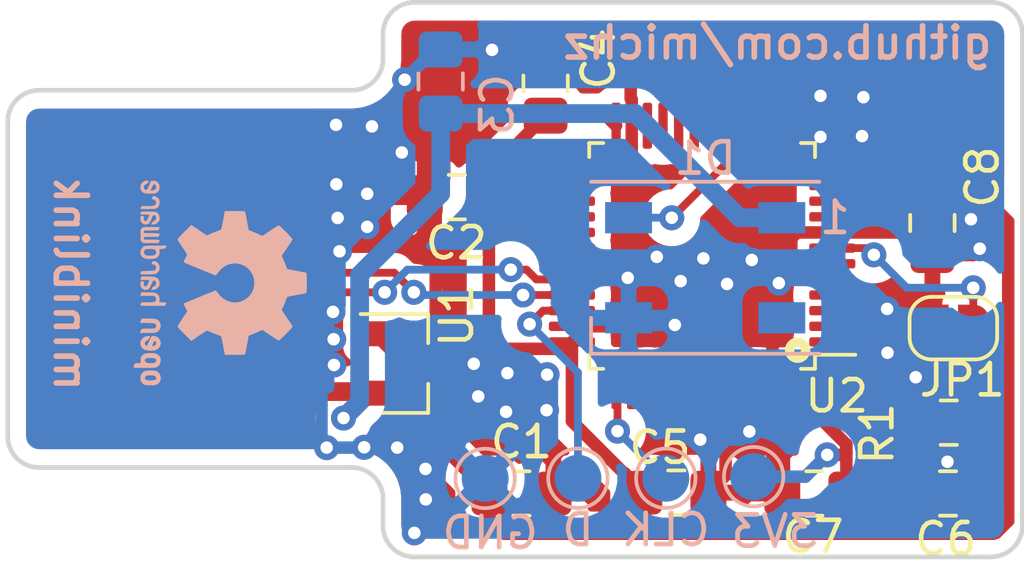
<source format=kicad_pcb>
(kicad_pcb (version 20171130) (host pcbnew 5.1.3-ffb9f22~84~ubuntu18.04.1)

  (general
    (thickness 1.6)
    (drawings 19)
    (tracks 309)
    (zones 0)
    (modules 19)
    (nets 43)
  )

  (page A4)
  (layers
    (0 F.Cu signal)
    (31 B.Cu signal)
    (32 B.Adhes user)
    (33 F.Adhes user)
    (34 B.Paste user)
    (35 F.Paste user)
    (36 B.SilkS user)
    (37 F.SilkS user)
    (38 B.Mask user)
    (39 F.Mask user)
    (40 Dwgs.User user)
    (41 Cmts.User user)
    (42 Eco1.User user)
    (43 Eco2.User user)
    (44 Edge.Cuts user)
    (45 Margin user)
    (46 B.CrtYd user)
    (47 F.CrtYd user)
    (48 B.Fab user)
    (49 F.Fab user)
  )

  (setup
    (last_trace_width 0.25)
    (trace_clearance 0.1)
    (zone_clearance 0.508)
    (zone_45_only no)
    (trace_min 0.2)
    (via_size 0.8)
    (via_drill 0.4)
    (via_min_size 0.4)
    (via_min_drill 0.3)
    (uvia_size 0.3)
    (uvia_drill 0.1)
    (uvias_allowed no)
    (uvia_min_size 0.2)
    (uvia_min_drill 0.1)
    (edge_width 0.05)
    (segment_width 0.2)
    (pcb_text_width 0.3)
    (pcb_text_size 1.5 1.5)
    (mod_edge_width 0.12)
    (mod_text_size 1 1)
    (mod_text_width 0.15)
    (pad_size 1.524 1.524)
    (pad_drill 0.762)
    (pad_to_mask_clearance 0.051)
    (solder_mask_min_width 0.25)
    (aux_axis_origin 0 0)
    (visible_elements FFFFFF7F)
    (pcbplotparams
      (layerselection 0x010fc_ffffffff)
      (usegerberextensions false)
      (usegerberattributes false)
      (usegerberadvancedattributes false)
      (creategerberjobfile false)
      (excludeedgelayer true)
      (linewidth 0.100000)
      (plotframeref false)
      (viasonmask false)
      (mode 1)
      (useauxorigin false)
      (hpglpennumber 1)
      (hpglpenspeed 20)
      (hpglpendiameter 15.000000)
      (psnegative false)
      (psa4output false)
      (plotreference true)
      (plotvalue true)
      (plotinvisibletext false)
      (padsonsilk false)
      (subtractmaskfromsilk false)
      (outputformat 4)
      (mirror false)
      (drillshape 0)
      (scaleselection 1)
      (outputdirectory "./layout_pdf"))
  )

  (net 0 "")
  (net 1 GND)
  (net 2 +3V3)
  (net 3 /LED)
  (net 4 "Net-(D1-Pad2)")
  (net 5 +5V)
  (net 6 "Net-(J2-Pad1)")
  (net 7 "Net-(J3-Pad1)")
  (net 8 /USB_P)
  (net 9 /USB_M)
  (net 10 "Net-(JP1-Pad1)")
  (net 11 "Net-(U2-Pad2)")
  (net 12 "Net-(U2-Pad3)")
  (net 13 "Net-(U2-Pad4)")
  (net 14 "Net-(U2-Pad5)")
  (net 15 "Net-(U2-Pad6)")
  (net 16 "Net-(U2-Pad10)")
  (net 17 "Net-(U2-Pad11)")
  (net 18 "Net-(U2-Pad12)")
  (net 19 "Net-(U2-Pad13)")
  (net 20 "Net-(U2-Pad14)")
  (net 21 "Net-(U2-Pad15)")
  (net 22 "Net-(U2-Pad16)")
  (net 23 "Net-(U2-Pad18)")
  (net 24 "Net-(U2-Pad19)")
  (net 25 "Net-(U2-Pad20)")
  (net 26 "Net-(U2-Pad21)")
  (net 27 "Net-(U2-Pad22)")
  (net 28 "Net-(U2-Pad25)")
  (net 29 "Net-(U2-Pad26)")
  (net 30 "Net-(U2-Pad27)")
  (net 31 "Net-(U2-Pad28)")
  (net 32 "Net-(U2-Pad29)")
  (net 33 "Net-(U2-Pad30)")
  (net 34 "Net-(U2-Pad31)")
  (net 35 "Net-(U2-Pad38)")
  (net 36 "Net-(U2-Pad39)")
  (net 37 "Net-(U2-Pad40)")
  (net 38 "Net-(U2-Pad41)")
  (net 39 "Net-(U2-Pad42)")
  (net 40 "Net-(U2-Pad43)")
  (net 41 "Net-(U2-Pad45)")
  (net 42 "Net-(U2-Pad46)")

  (net_class Default "Dies ist die voreingestellte Netzklasse."
    (clearance 0.1)
    (trace_width 0.25)
    (via_dia 0.8)
    (via_drill 0.4)
    (uvia_dia 0.3)
    (uvia_drill 0.1)
    (add_net /LED)
    (add_net /USB_M)
    (add_net /USB_P)
    (add_net "Net-(D1-Pad2)")
    (add_net "Net-(J2-Pad1)")
    (add_net "Net-(J3-Pad1)")
    (add_net "Net-(JP1-Pad1)")
    (add_net "Net-(U2-Pad10)")
    (add_net "Net-(U2-Pad11)")
    (add_net "Net-(U2-Pad12)")
    (add_net "Net-(U2-Pad13)")
    (add_net "Net-(U2-Pad14)")
    (add_net "Net-(U2-Pad15)")
    (add_net "Net-(U2-Pad16)")
    (add_net "Net-(U2-Pad18)")
    (add_net "Net-(U2-Pad19)")
    (add_net "Net-(U2-Pad2)")
    (add_net "Net-(U2-Pad20)")
    (add_net "Net-(U2-Pad21)")
    (add_net "Net-(U2-Pad22)")
    (add_net "Net-(U2-Pad25)")
    (add_net "Net-(U2-Pad26)")
    (add_net "Net-(U2-Pad27)")
    (add_net "Net-(U2-Pad28)")
    (add_net "Net-(U2-Pad29)")
    (add_net "Net-(U2-Pad3)")
    (add_net "Net-(U2-Pad30)")
    (add_net "Net-(U2-Pad31)")
    (add_net "Net-(U2-Pad38)")
    (add_net "Net-(U2-Pad39)")
    (add_net "Net-(U2-Pad4)")
    (add_net "Net-(U2-Pad40)")
    (add_net "Net-(U2-Pad41)")
    (add_net "Net-(U2-Pad42)")
    (add_net "Net-(U2-Pad43)")
    (add_net "Net-(U2-Pad45)")
    (add_net "Net-(U2-Pad46)")
    (add_net "Net-(U2-Pad5)")
    (add_net "Net-(U2-Pad6)")
  )

  (net_class 3V ""
    (clearance 0.1)
    (trace_width 0.4)
    (via_dia 0.8)
    (via_drill 0.4)
    (uvia_dia 0.3)
    (uvia_drill 0.1)
    (add_net +3V3)
    (add_net GND)
  )

  (net_class 5V ""
    (clearance 0.1)
    (trace_width 0.6)
    (via_dia 0.8)
    (via_drill 0.4)
    (uvia_dia 0.3)
    (uvia_drill 0.1)
    (add_net +5V)
  )

  (module Symbol:OSHW-Logo2_7.3x6mm_SilkScreen (layer B.Cu) (tedit 0) (tstamp 5D3E5AC3)
    (at 70.83298 110.31728 90)
    (descr "Open Source Hardware Symbol")
    (tags "Logo Symbol OSHW")
    (attr virtual)
    (fp_text reference REF** (at 0 0 90) (layer B.SilkS) hide
      (effects (font (size 1 1) (thickness 0.15)) (justify mirror))
    )
    (fp_text value OSHW-Logo2_7.3x6mm_SilkScreen (at 0.75 0 90) (layer B.Fab) hide
      (effects (font (size 1 1) (thickness 0.15)) (justify mirror))
    )
    (fp_poly (pts (xy 0.10391 2.757652) (xy 0.182454 2.757222) (xy 0.239298 2.756058) (xy 0.278105 2.753793)
      (xy 0.302538 2.75006) (xy 0.316262 2.744494) (xy 0.32294 2.736727) (xy 0.326236 2.726395)
      (xy 0.326556 2.725057) (xy 0.331562 2.700921) (xy 0.340829 2.653299) (xy 0.353392 2.587259)
      (xy 0.368287 2.507872) (xy 0.384551 2.420204) (xy 0.385119 2.417125) (xy 0.40141 2.331211)
      (xy 0.416652 2.255304) (xy 0.429861 2.193955) (xy 0.440054 2.151718) (xy 0.446248 2.133145)
      (xy 0.446543 2.132816) (xy 0.464788 2.123747) (xy 0.502405 2.108633) (xy 0.551271 2.090738)
      (xy 0.551543 2.090642) (xy 0.613093 2.067507) (xy 0.685657 2.038035) (xy 0.754057 2.008403)
      (xy 0.757294 2.006938) (xy 0.868702 1.956374) (xy 1.115399 2.12484) (xy 1.191077 2.176197)
      (xy 1.259631 2.222111) (xy 1.317088 2.25997) (xy 1.359476 2.287163) (xy 1.382825 2.301079)
      (xy 1.385042 2.302111) (xy 1.40201 2.297516) (xy 1.433701 2.275345) (xy 1.481352 2.234553)
      (xy 1.546198 2.174095) (xy 1.612397 2.109773) (xy 1.676214 2.046388) (xy 1.733329 1.988549)
      (xy 1.780305 1.939825) (xy 1.813703 1.90379) (xy 1.830085 1.884016) (xy 1.830694 1.882998)
      (xy 1.832505 1.869428) (xy 1.825683 1.847267) (xy 1.80854 1.813522) (xy 1.779393 1.7652)
      (xy 1.736555 1.699308) (xy 1.679448 1.614483) (xy 1.628766 1.539823) (xy 1.583461 1.47286)
      (xy 1.54615 1.417484) (xy 1.519452 1.37758) (xy 1.505985 1.357038) (xy 1.505137 1.355644)
      (xy 1.506781 1.335962) (xy 1.519245 1.297707) (xy 1.540048 1.248111) (xy 1.547462 1.232272)
      (xy 1.579814 1.16171) (xy 1.614328 1.081647) (xy 1.642365 1.012371) (xy 1.662568 0.960955)
      (xy 1.678615 0.921881) (xy 1.687888 0.901459) (xy 1.689041 0.899886) (xy 1.706096 0.897279)
      (xy 1.746298 0.890137) (xy 1.804302 0.879477) (xy 1.874763 0.866315) (xy 1.952335 0.851667)
      (xy 2.031672 0.836551) (xy 2.107431 0.821982) (xy 2.174264 0.808978) (xy 2.226828 0.798555)
      (xy 2.259776 0.79173) (xy 2.267857 0.789801) (xy 2.276205 0.785038) (xy 2.282506 0.774282)
      (xy 2.287045 0.753902) (xy 2.290104 0.720266) (xy 2.291967 0.669745) (xy 2.292918 0.598708)
      (xy 2.29324 0.503524) (xy 2.293257 0.464508) (xy 2.293257 0.147201) (xy 2.217057 0.132161)
      (xy 2.174663 0.124005) (xy 2.1114 0.112101) (xy 2.034962 0.097884) (xy 1.953043 0.08279)
      (xy 1.9304 0.078645) (xy 1.854806 0.063947) (xy 1.788953 0.049495) (xy 1.738366 0.036625)
      (xy 1.708574 0.026678) (xy 1.703612 0.023713) (xy 1.691426 0.002717) (xy 1.673953 -0.037967)
      (xy 1.654577 -0.090322) (xy 1.650734 -0.1016) (xy 1.625339 -0.171523) (xy 1.593817 -0.250418)
      (xy 1.562969 -0.321266) (xy 1.562817 -0.321595) (xy 1.511447 -0.432733) (xy 1.680399 -0.681253)
      (xy 1.849352 -0.929772) (xy 1.632429 -1.147058) (xy 1.566819 -1.211726) (xy 1.506979 -1.268733)
      (xy 1.456267 -1.315033) (xy 1.418046 -1.347584) (xy 1.395675 -1.363343) (xy 1.392466 -1.364343)
      (xy 1.373626 -1.356469) (xy 1.33518 -1.334578) (xy 1.28133 -1.301267) (xy 1.216276 -1.259131)
      (xy 1.14594 -1.211943) (xy 1.074555 -1.16381) (xy 1.010908 -1.121928) (xy 0.959041 -1.088871)
      (xy 0.922995 -1.067218) (xy 0.906867 -1.059543) (xy 0.887189 -1.066037) (xy 0.849875 -1.08315)
      (xy 0.802621 -1.107326) (xy 0.797612 -1.110013) (xy 0.733977 -1.141927) (xy 0.690341 -1.157579)
      (xy 0.663202 -1.157745) (xy 0.649057 -1.143204) (xy 0.648975 -1.143) (xy 0.641905 -1.125779)
      (xy 0.625042 -1.084899) (xy 0.599695 -1.023525) (xy 0.567171 -0.944819) (xy 0.528778 -0.851947)
      (xy 0.485822 -0.748072) (xy 0.444222 -0.647502) (xy 0.398504 -0.536516) (xy 0.356526 -0.433703)
      (xy 0.319548 -0.342215) (xy 0.288827 -0.265201) (xy 0.265622 -0.205815) (xy 0.25119 -0.167209)
      (xy 0.246743 -0.1528) (xy 0.257896 -0.136272) (xy 0.287069 -0.10993) (xy 0.325971 -0.080887)
      (xy 0.436757 0.010961) (xy 0.523351 0.116241) (xy 0.584716 0.232734) (xy 0.619815 0.358224)
      (xy 0.627608 0.490493) (xy 0.621943 0.551543) (xy 0.591078 0.678205) (xy 0.53792 0.790059)
      (xy 0.465767 0.885999) (xy 0.377917 0.964924) (xy 0.277665 1.02573) (xy 0.16831 1.067313)
      (xy 0.053147 1.088572) (xy -0.064525 1.088401) (xy -0.18141 1.065699) (xy -0.294211 1.019362)
      (xy -0.399631 0.948287) (xy -0.443632 0.908089) (xy -0.528021 0.804871) (xy -0.586778 0.692075)
      (xy -0.620296 0.57299) (xy -0.628965 0.450905) (xy -0.613177 0.329107) (xy -0.573322 0.210884)
      (xy -0.509793 0.099525) (xy -0.422979 -0.001684) (xy -0.325971 -0.080887) (xy -0.285563 -0.111162)
      (xy -0.257018 -0.137219) (xy -0.246743 -0.152825) (xy -0.252123 -0.169843) (xy -0.267425 -0.2105)
      (xy -0.291388 -0.271642) (xy -0.322756 -0.350119) (xy -0.360268 -0.44278) (xy -0.402667 -0.546472)
      (xy -0.444337 -0.647526) (xy -0.49031 -0.758607) (xy -0.532893 -0.861541) (xy -0.570779 -0.953165)
      (xy -0.60266 -1.030316) (xy -0.627229 -1.089831) (xy -0.64318 -1.128544) (xy -0.64909 -1.143)
      (xy -0.663052 -1.157685) (xy -0.69006 -1.157642) (xy -0.733587 -1.142099) (xy -0.79711 -1.110284)
      (xy -0.797612 -1.110013) (xy -0.84544 -1.085323) (xy -0.884103 -1.067338) (xy -0.905905 -1.059614)
      (xy -0.906867 -1.059543) (xy -0.923279 -1.067378) (xy -0.959513 -1.089165) (xy -1.011526 -1.122328)
      (xy -1.075275 -1.164291) (xy -1.14594 -1.211943) (xy -1.217884 -1.260191) (xy -1.282726 -1.302151)
      (xy -1.336265 -1.335227) (xy -1.374303 -1.356821) (xy -1.392467 -1.364343) (xy -1.409192 -1.354457)
      (xy -1.44282 -1.326826) (xy -1.48999 -1.284495) (xy -1.547342 -1.230505) (xy -1.611516 -1.167899)
      (xy -1.632503 -1.146983) (xy -1.849501 -0.929623) (xy -1.684332 -0.68722) (xy -1.634136 -0.612781)
      (xy -1.590081 -0.545972) (xy -1.554638 -0.490665) (xy -1.530281 -0.450729) (xy -1.519478 -0.430036)
      (xy -1.519162 -0.428563) (xy -1.524857 -0.409058) (xy -1.540174 -0.369822) (xy -1.562463 -0.31743)
      (xy -1.578107 -0.282355) (xy -1.607359 -0.215201) (xy -1.634906 -0.147358) (xy -1.656263 -0.090034)
      (xy -1.662065 -0.072572) (xy -1.678548 -0.025938) (xy -1.69466 0.010095) (xy -1.70351 0.023713)
      (xy -1.72304 0.032048) (xy -1.765666 0.043863) (xy -1.825855 0.057819) (xy -1.898078 0.072578)
      (xy -1.9304 0.078645) (xy -2.012478 0.093727) (xy -2.091205 0.108331) (xy -2.158891 0.12102)
      (xy -2.20784 0.130358) (xy -2.217057 0.132161) (xy -2.293257 0.147201) (xy -2.293257 0.464508)
      (xy -2.293086 0.568846) (xy -2.292384 0.647787) (xy -2.290866 0.704962) (xy -2.288251 0.744001)
      (xy -2.284254 0.768535) (xy -2.278591 0.782195) (xy -2.27098 0.788611) (xy -2.267857 0.789801)
      (xy -2.249022 0.79402) (xy -2.207412 0.802438) (xy -2.14837 0.814039) (xy -2.077243 0.827805)
      (xy -1.999375 0.84272) (xy -1.920113 0.857768) (xy -1.844802 0.871931) (xy -1.778787 0.884194)
      (xy -1.727413 0.893539) (xy -1.696025 0.89895) (xy -1.689041 0.899886) (xy -1.682715 0.912404)
      (xy -1.66871 0.945754) (xy -1.649645 0.993623) (xy -1.642366 1.012371) (xy -1.613004 1.084805)
      (xy -1.578429 1.16483) (xy -1.547463 1.232272) (xy -1.524677 1.283841) (xy -1.509518 1.326215)
      (xy -1.504458 1.352166) (xy -1.505264 1.355644) (xy -1.515959 1.372064) (xy -1.54038 1.408583)
      (xy -1.575905 1.461313) (xy -1.619913 1.526365) (xy -1.669783 1.599849) (xy -1.679644 1.614355)
      (xy -1.737508 1.700296) (xy -1.780044 1.765739) (xy -1.808946 1.813696) (xy -1.82591 1.84718)
      (xy -1.832633 1.869205) (xy -1.83081 1.882783) (xy -1.830764 1.882869) (xy -1.816414 1.900703)
      (xy -1.784677 1.935183) (xy -1.73899 1.982732) (xy -1.682796 2.039778) (xy -1.619532 2.102745)
      (xy -1.612398 2.109773) (xy -1.53267 2.18698) (xy -1.471143 2.24367) (xy -1.426579 2.28089)
      (xy -1.397743 2.299685) (xy -1.385042 2.302111) (xy -1.366506 2.291529) (xy -1.328039 2.267084)
      (xy -1.273614 2.231388) (xy -1.207202 2.187053) (xy -1.132775 2.136689) (xy -1.115399 2.12484)
      (xy -0.868703 1.956374) (xy -0.757294 2.006938) (xy -0.689543 2.036405) (xy -0.616817 2.066041)
      (xy -0.554297 2.08967) (xy -0.551543 2.090642) (xy -0.50264 2.108543) (xy -0.464943 2.12368)
      (xy -0.446575 2.13279) (xy -0.446544 2.132816) (xy -0.440715 2.149283) (xy -0.430808 2.189781)
      (xy -0.417805 2.249758) (xy -0.402691 2.32466) (xy -0.386448 2.409936) (xy -0.385119 2.417125)
      (xy -0.368825 2.504986) (xy -0.353867 2.58474) (xy -0.341209 2.651319) (xy -0.331814 2.699653)
      (xy -0.326646 2.724675) (xy -0.326556 2.725057) (xy -0.323411 2.735701) (xy -0.317296 2.743738)
      (xy -0.304547 2.749533) (xy -0.2815 2.753453) (xy -0.244491 2.755865) (xy -0.189856 2.757135)
      (xy -0.113933 2.757629) (xy -0.013056 2.757714) (xy 0 2.757714) (xy 0.10391 2.757652)) (layer B.SilkS) (width 0.01))
    (fp_poly (pts (xy 3.153595 -1.966966) (xy 3.211021 -2.004497) (xy 3.238719 -2.038096) (xy 3.260662 -2.099064)
      (xy 3.262405 -2.147308) (xy 3.258457 -2.211816) (xy 3.109686 -2.276934) (xy 3.037349 -2.310202)
      (xy 2.990084 -2.336964) (xy 2.965507 -2.360144) (xy 2.961237 -2.382667) (xy 2.974889 -2.407455)
      (xy 2.989943 -2.423886) (xy 3.033746 -2.450235) (xy 3.081389 -2.452081) (xy 3.125145 -2.431546)
      (xy 3.157289 -2.390752) (xy 3.163038 -2.376347) (xy 3.190576 -2.331356) (xy 3.222258 -2.312182)
      (xy 3.265714 -2.295779) (xy 3.265714 -2.357966) (xy 3.261872 -2.400283) (xy 3.246823 -2.435969)
      (xy 3.21528 -2.476943) (xy 3.210592 -2.482267) (xy 3.175506 -2.51872) (xy 3.145347 -2.538283)
      (xy 3.107615 -2.547283) (xy 3.076335 -2.55023) (xy 3.020385 -2.550965) (xy 2.980555 -2.54166)
      (xy 2.955708 -2.527846) (xy 2.916656 -2.497467) (xy 2.889625 -2.464613) (xy 2.872517 -2.423294)
      (xy 2.863238 -2.367521) (xy 2.859693 -2.291305) (xy 2.85941 -2.252622) (xy 2.860372 -2.206247)
      (xy 2.948007 -2.206247) (xy 2.949023 -2.231126) (xy 2.951556 -2.2352) (xy 2.968274 -2.229665)
      (xy 3.004249 -2.215017) (xy 3.052331 -2.19419) (xy 3.062386 -2.189714) (xy 3.123152 -2.158814)
      (xy 3.156632 -2.131657) (xy 3.16399 -2.10622) (xy 3.146391 -2.080481) (xy 3.131856 -2.069109)
      (xy 3.07941 -2.046364) (xy 3.030322 -2.050122) (xy 2.989227 -2.077884) (xy 2.960758 -2.127152)
      (xy 2.951631 -2.166257) (xy 2.948007 -2.206247) (xy 2.860372 -2.206247) (xy 2.861285 -2.162249)
      (xy 2.868196 -2.095384) (xy 2.881884 -2.046695) (xy 2.904096 -2.010849) (xy 2.936574 -1.982513)
      (xy 2.950733 -1.973355) (xy 3.015053 -1.949507) (xy 3.085473 -1.948006) (xy 3.153595 -1.966966)) (layer B.SilkS) (width 0.01))
    (fp_poly (pts (xy 2.6526 -1.958752) (xy 2.669948 -1.966334) (xy 2.711356 -1.999128) (xy 2.746765 -2.046547)
      (xy 2.768664 -2.097151) (xy 2.772229 -2.122098) (xy 2.760279 -2.156927) (xy 2.734067 -2.175357)
      (xy 2.705964 -2.186516) (xy 2.693095 -2.188572) (xy 2.686829 -2.173649) (xy 2.674456 -2.141175)
      (xy 2.669028 -2.126502) (xy 2.63859 -2.075744) (xy 2.59452 -2.050427) (xy 2.53801 -2.051206)
      (xy 2.533825 -2.052203) (xy 2.503655 -2.066507) (xy 2.481476 -2.094393) (xy 2.466327 -2.139287)
      (xy 2.45725 -2.204615) (xy 2.453286 -2.293804) (xy 2.452914 -2.341261) (xy 2.45273 -2.416071)
      (xy 2.451522 -2.467069) (xy 2.448309 -2.499471) (xy 2.442109 -2.518495) (xy 2.43194 -2.529356)
      (xy 2.416819 -2.537272) (xy 2.415946 -2.53767) (xy 2.386828 -2.549981) (xy 2.372403 -2.554514)
      (xy 2.370186 -2.540809) (xy 2.368289 -2.502925) (xy 2.366847 -2.445715) (xy 2.365998 -2.374027)
      (xy 2.365829 -2.321565) (xy 2.366692 -2.220047) (xy 2.37007 -2.143032) (xy 2.377142 -2.086023)
      (xy 2.389088 -2.044526) (xy 2.40709 -2.014043) (xy 2.432327 -1.99008) (xy 2.457247 -1.973355)
      (xy 2.517171 -1.951097) (xy 2.586911 -1.946076) (xy 2.6526 -1.958752)) (layer B.SilkS) (width 0.01))
    (fp_poly (pts (xy 2.144876 -1.956335) (xy 2.186667 -1.975344) (xy 2.219469 -1.998378) (xy 2.243503 -2.024133)
      (xy 2.260097 -2.057358) (xy 2.270577 -2.1028) (xy 2.276271 -2.165207) (xy 2.278507 -2.249327)
      (xy 2.278743 -2.304721) (xy 2.278743 -2.520826) (xy 2.241774 -2.53767) (xy 2.212656 -2.549981)
      (xy 2.198231 -2.554514) (xy 2.195472 -2.541025) (xy 2.193282 -2.504653) (xy 2.191942 -2.451542)
      (xy 2.191657 -2.409372) (xy 2.190434 -2.348447) (xy 2.187136 -2.300115) (xy 2.182321 -2.270518)
      (xy 2.178496 -2.264229) (xy 2.152783 -2.270652) (xy 2.112418 -2.287125) (xy 2.065679 -2.309458)
      (xy 2.020845 -2.333457) (xy 1.986193 -2.35493) (xy 1.970002 -2.369685) (xy 1.969938 -2.369845)
      (xy 1.97133 -2.397152) (xy 1.983818 -2.423219) (xy 2.005743 -2.444392) (xy 2.037743 -2.451474)
      (xy 2.065092 -2.450649) (xy 2.103826 -2.450042) (xy 2.124158 -2.459116) (xy 2.136369 -2.483092)
      (xy 2.137909 -2.487613) (xy 2.143203 -2.521806) (xy 2.129047 -2.542568) (xy 2.092148 -2.552462)
      (xy 2.052289 -2.554292) (xy 1.980562 -2.540727) (xy 1.943432 -2.521355) (xy 1.897576 -2.475845)
      (xy 1.873256 -2.419983) (xy 1.871073 -2.360957) (xy 1.891629 -2.305953) (xy 1.922549 -2.271486)
      (xy 1.95342 -2.252189) (xy 2.001942 -2.227759) (xy 2.058485 -2.202985) (xy 2.06791 -2.199199)
      (xy 2.130019 -2.171791) (xy 2.165822 -2.147634) (xy 2.177337 -2.123619) (xy 2.16658 -2.096635)
      (xy 2.148114 -2.075543) (xy 2.104469 -2.049572) (xy 2.056446 -2.047624) (xy 2.012406 -2.067637)
      (xy 1.980709 -2.107551) (xy 1.976549 -2.117848) (xy 1.952327 -2.155724) (xy 1.916965 -2.183842)
      (xy 1.872343 -2.206917) (xy 1.872343 -2.141485) (xy 1.874969 -2.101506) (xy 1.88623 -2.069997)
      (xy 1.911199 -2.036378) (xy 1.935169 -2.010484) (xy 1.972441 -1.973817) (xy 2.001401 -1.954121)
      (xy 2.032505 -1.94622) (xy 2.067713 -1.944914) (xy 2.144876 -1.956335)) (layer B.SilkS) (width 0.01))
    (fp_poly (pts (xy 1.779833 -1.958663) (xy 1.782048 -1.99685) (xy 1.783784 -2.054886) (xy 1.784899 -2.12818)
      (xy 1.785257 -2.205055) (xy 1.785257 -2.465196) (xy 1.739326 -2.511127) (xy 1.707675 -2.539429)
      (xy 1.67989 -2.550893) (xy 1.641915 -2.550168) (xy 1.62684 -2.548321) (xy 1.579726 -2.542948)
      (xy 1.540756 -2.539869) (xy 1.531257 -2.539585) (xy 1.499233 -2.541445) (xy 1.453432 -2.546114)
      (xy 1.435674 -2.548321) (xy 1.392057 -2.551735) (xy 1.362745 -2.54432) (xy 1.33368 -2.521427)
      (xy 1.323188 -2.511127) (xy 1.277257 -2.465196) (xy 1.277257 -1.978602) (xy 1.314226 -1.961758)
      (xy 1.346059 -1.949282) (xy 1.364683 -1.944914) (xy 1.369458 -1.958718) (xy 1.373921 -1.997286)
      (xy 1.377775 -2.056356) (xy 1.380722 -2.131663) (xy 1.382143 -2.195286) (xy 1.386114 -2.445657)
      (xy 1.420759 -2.450556) (xy 1.452268 -2.447131) (xy 1.467708 -2.436041) (xy 1.472023 -2.415308)
      (xy 1.475708 -2.371145) (xy 1.478469 -2.309146) (xy 1.480012 -2.234909) (xy 1.480235 -2.196706)
      (xy 1.480457 -1.976783) (xy 1.526166 -1.960849) (xy 1.558518 -1.950015) (xy 1.576115 -1.944962)
      (xy 1.576623 -1.944914) (xy 1.578388 -1.958648) (xy 1.580329 -1.99673) (xy 1.582282 -2.054482)
      (xy 1.584084 -2.127227) (xy 1.585343 -2.195286) (xy 1.589314 -2.445657) (xy 1.6764 -2.445657)
      (xy 1.680396 -2.21724) (xy 1.684392 -1.988822) (xy 1.726847 -1.966868) (xy 1.758192 -1.951793)
      (xy 1.776744 -1.944951) (xy 1.777279 -1.944914) (xy 1.779833 -1.958663)) (layer B.SilkS) (width 0.01))
    (fp_poly (pts (xy 1.190117 -2.065358) (xy 1.189933 -2.173837) (xy 1.189219 -2.257287) (xy 1.187675 -2.319704)
      (xy 1.185001 -2.365085) (xy 1.180894 -2.397429) (xy 1.175055 -2.420733) (xy 1.167182 -2.438995)
      (xy 1.161221 -2.449418) (xy 1.111855 -2.505945) (xy 1.049264 -2.541377) (xy 0.980013 -2.55409)
      (xy 0.910668 -2.542463) (xy 0.869375 -2.521568) (xy 0.826025 -2.485422) (xy 0.796481 -2.441276)
      (xy 0.778655 -2.383462) (xy 0.770463 -2.306313) (xy 0.769302 -2.249714) (xy 0.769458 -2.245647)
      (xy 0.870857 -2.245647) (xy 0.871476 -2.31055) (xy 0.874314 -2.353514) (xy 0.88084 -2.381622)
      (xy 0.892523 -2.401953) (xy 0.906483 -2.417288) (xy 0.953365 -2.44689) (xy 1.003701 -2.449419)
      (xy 1.051276 -2.424705) (xy 1.054979 -2.421356) (xy 1.070783 -2.403935) (xy 1.080693 -2.383209)
      (xy 1.086058 -2.352362) (xy 1.088228 -2.304577) (xy 1.088571 -2.251748) (xy 1.087827 -2.185381)
      (xy 1.084748 -2.141106) (xy 1.078061 -2.112009) (xy 1.066496 -2.091173) (xy 1.057013 -2.080107)
      (xy 1.01296 -2.052198) (xy 0.962224 -2.048843) (xy 0.913796 -2.070159) (xy 0.90445 -2.078073)
      (xy 0.88854 -2.095647) (xy 0.87861 -2.116587) (xy 0.873278 -2.147782) (xy 0.871163 -2.196122)
      (xy 0.870857 -2.245647) (xy 0.769458 -2.245647) (xy 0.77281 -2.158568) (xy 0.784726 -2.090086)
      (xy 0.807135 -2.0386) (xy 0.842124 -1.998443) (xy 0.869375 -1.977861) (xy 0.918907 -1.955625)
      (xy 0.976316 -1.945304) (xy 1.029682 -1.948067) (xy 1.059543 -1.959212) (xy 1.071261 -1.962383)
      (xy 1.079037 -1.950557) (xy 1.084465 -1.918866) (xy 1.088571 -1.870593) (xy 1.093067 -1.816829)
      (xy 1.099313 -1.784482) (xy 1.110676 -1.765985) (xy 1.130528 -1.75377) (xy 1.143 -1.748362)
      (xy 1.190171 -1.728601) (xy 1.190117 -2.065358)) (layer B.SilkS) (width 0.01))
    (fp_poly (pts (xy 0.529926 -1.949755) (xy 0.595858 -1.974084) (xy 0.649273 -2.017117) (xy 0.670164 -2.047409)
      (xy 0.692939 -2.102994) (xy 0.692466 -2.143186) (xy 0.668562 -2.170217) (xy 0.659717 -2.174813)
      (xy 0.62153 -2.189144) (xy 0.602028 -2.185472) (xy 0.595422 -2.161407) (xy 0.595086 -2.148114)
      (xy 0.582992 -2.09921) (xy 0.551471 -2.064999) (xy 0.507659 -2.048476) (xy 0.458695 -2.052634)
      (xy 0.418894 -2.074227) (xy 0.40545 -2.086544) (xy 0.395921 -2.101487) (xy 0.389485 -2.124075)
      (xy 0.385317 -2.159328) (xy 0.382597 -2.212266) (xy 0.380502 -2.287907) (xy 0.37996 -2.311857)
      (xy 0.377981 -2.39379) (xy 0.375731 -2.451455) (xy 0.372357 -2.489608) (xy 0.367006 -2.513004)
      (xy 0.358824 -2.526398) (xy 0.346959 -2.534545) (xy 0.339362 -2.538144) (xy 0.307102 -2.550452)
      (xy 0.288111 -2.554514) (xy 0.281836 -2.540948) (xy 0.278006 -2.499934) (xy 0.2766 -2.430999)
      (xy 0.277598 -2.333669) (xy 0.277908 -2.318657) (xy 0.280101 -2.229859) (xy 0.282693 -2.165019)
      (xy 0.286382 -2.119067) (xy 0.291864 -2.086935) (xy 0.299835 -2.063553) (xy 0.310993 -2.043852)
      (xy 0.31683 -2.03541) (xy 0.350296 -1.998057) (xy 0.387727 -1.969003) (xy 0.392309 -1.966467)
      (xy 0.459426 -1.946443) (xy 0.529926 -1.949755)) (layer B.SilkS) (width 0.01))
    (fp_poly (pts (xy 0.039744 -1.950968) (xy 0.096616 -1.972087) (xy 0.097267 -1.972493) (xy 0.13244 -1.99838)
      (xy 0.158407 -2.028633) (xy 0.17667 -2.068058) (xy 0.188732 -2.121462) (xy 0.196096 -2.193651)
      (xy 0.200264 -2.289432) (xy 0.200629 -2.303078) (xy 0.205876 -2.508842) (xy 0.161716 -2.531678)
      (xy 0.129763 -2.54711) (xy 0.11047 -2.554423) (xy 0.109578 -2.554514) (xy 0.106239 -2.541022)
      (xy 0.103587 -2.504626) (xy 0.101956 -2.451452) (xy 0.1016 -2.408393) (xy 0.101592 -2.338641)
      (xy 0.098403 -2.294837) (xy 0.087288 -2.273944) (xy 0.063501 -2.272925) (xy 0.022296 -2.288741)
      (xy -0.039914 -2.317815) (xy -0.085659 -2.341963) (xy -0.109187 -2.362913) (xy -0.116104 -2.385747)
      (xy -0.116114 -2.386877) (xy -0.104701 -2.426212) (xy -0.070908 -2.447462) (xy -0.019191 -2.450539)
      (xy 0.018061 -2.450006) (xy 0.037703 -2.460735) (xy 0.049952 -2.486505) (xy 0.057002 -2.519337)
      (xy 0.046842 -2.537966) (xy 0.043017 -2.540632) (xy 0.007001 -2.55134) (xy -0.043434 -2.552856)
      (xy -0.095374 -2.545759) (xy -0.132178 -2.532788) (xy -0.183062 -2.489585) (xy -0.211986 -2.429446)
      (xy -0.217714 -2.382462) (xy -0.213343 -2.340082) (xy -0.197525 -2.305488) (xy -0.166203 -2.274763)
      (xy -0.115322 -2.24399) (xy -0.040824 -2.209252) (xy -0.036286 -2.207288) (xy 0.030821 -2.176287)
      (xy 0.072232 -2.150862) (xy 0.089981 -2.128014) (xy 0.086107 -2.104745) (xy 0.062643 -2.078056)
      (xy 0.055627 -2.071914) (xy 0.00863 -2.0481) (xy -0.040067 -2.049103) (xy -0.082478 -2.072451)
      (xy -0.110616 -2.115675) (xy -0.113231 -2.12416) (xy -0.138692 -2.165308) (xy -0.170999 -2.185128)
      (xy -0.217714 -2.20477) (xy -0.217714 -2.15395) (xy -0.203504 -2.080082) (xy -0.161325 -2.012327)
      (xy -0.139376 -1.989661) (xy -0.089483 -1.960569) (xy -0.026033 -1.9474) (xy 0.039744 -1.950968)) (layer B.SilkS) (width 0.01))
    (fp_poly (pts (xy -0.624114 -1.851289) (xy -0.619861 -1.910613) (xy -0.614975 -1.945572) (xy -0.608205 -1.96082)
      (xy -0.598298 -1.961015) (xy -0.595086 -1.959195) (xy -0.552356 -1.946015) (xy -0.496773 -1.946785)
      (xy -0.440263 -1.960333) (xy -0.404918 -1.977861) (xy -0.368679 -2.005861) (xy -0.342187 -2.037549)
      (xy -0.324001 -2.077813) (xy -0.312678 -2.131543) (xy -0.306778 -2.203626) (xy -0.304857 -2.298951)
      (xy -0.304823 -2.317237) (xy -0.3048 -2.522646) (xy -0.350509 -2.53858) (xy -0.382973 -2.54942)
      (xy -0.400785 -2.554468) (xy -0.401309 -2.554514) (xy -0.403063 -2.540828) (xy -0.404556 -2.503076)
      (xy -0.405674 -2.446224) (xy -0.406303 -2.375234) (xy -0.4064 -2.332073) (xy -0.406602 -2.246973)
      (xy -0.407642 -2.185981) (xy -0.410169 -2.144177) (xy -0.414836 -2.116642) (xy -0.422293 -2.098456)
      (xy -0.433189 -2.084698) (xy -0.439993 -2.078073) (xy -0.486728 -2.051375) (xy -0.537728 -2.049375)
      (xy -0.583999 -2.071955) (xy -0.592556 -2.080107) (xy -0.605107 -2.095436) (xy -0.613812 -2.113618)
      (xy -0.619369 -2.139909) (xy -0.622474 -2.179562) (xy -0.623824 -2.237832) (xy -0.624114 -2.318173)
      (xy -0.624114 -2.522646) (xy -0.669823 -2.53858) (xy -0.702287 -2.54942) (xy -0.720099 -2.554468)
      (xy -0.720623 -2.554514) (xy -0.721963 -2.540623) (xy -0.723172 -2.501439) (xy -0.724199 -2.4407)
      (xy -0.724998 -2.362141) (xy -0.725519 -2.269498) (xy -0.725714 -2.166509) (xy -0.725714 -1.769342)
      (xy -0.678543 -1.749444) (xy -0.631371 -1.729547) (xy -0.624114 -1.851289)) (layer B.SilkS) (width 0.01))
    (fp_poly (pts (xy -1.831697 -1.931239) (xy -1.774473 -1.969735) (xy -1.730251 -2.025335) (xy -1.703833 -2.096086)
      (xy -1.69849 -2.148162) (xy -1.699097 -2.169893) (xy -1.704178 -2.186531) (xy -1.718145 -2.201437)
      (xy -1.745411 -2.217973) (xy -1.790388 -2.239498) (xy -1.857489 -2.269374) (xy -1.857829 -2.269524)
      (xy -1.919593 -2.297813) (xy -1.970241 -2.322933) (xy -2.004596 -2.342179) (xy -2.017482 -2.352848)
      (xy -2.017486 -2.352934) (xy -2.006128 -2.376166) (xy -1.979569 -2.401774) (xy -1.949077 -2.420221)
      (xy -1.93363 -2.423886) (xy -1.891485 -2.411212) (xy -1.855192 -2.379471) (xy -1.837483 -2.344572)
      (xy -1.820448 -2.318845) (xy -1.787078 -2.289546) (xy -1.747851 -2.264235) (xy -1.713244 -2.250471)
      (xy -1.706007 -2.249714) (xy -1.697861 -2.26216) (xy -1.69737 -2.293972) (xy -1.703357 -2.336866)
      (xy -1.714643 -2.382558) (xy -1.73005 -2.422761) (xy -1.730829 -2.424322) (xy -1.777196 -2.489062)
      (xy -1.837289 -2.533097) (xy -1.905535 -2.554711) (xy -1.976362 -2.552185) (xy -2.044196 -2.523804)
      (xy -2.047212 -2.521808) (xy -2.100573 -2.473448) (xy -2.13566 -2.410352) (xy -2.155078 -2.327387)
      (xy -2.157684 -2.304078) (xy -2.162299 -2.194055) (xy -2.156767 -2.142748) (xy -2.017486 -2.142748)
      (xy -2.015676 -2.174753) (xy -2.005778 -2.184093) (xy -1.981102 -2.177105) (xy -1.942205 -2.160587)
      (xy -1.898725 -2.139881) (xy -1.897644 -2.139333) (xy -1.860791 -2.119949) (xy -1.846 -2.107013)
      (xy -1.849647 -2.093451) (xy -1.865005 -2.075632) (xy -1.904077 -2.049845) (xy -1.946154 -2.04795)
      (xy -1.983897 -2.066717) (xy -2.009966 -2.102915) (xy -2.017486 -2.142748) (xy -2.156767 -2.142748)
      (xy -2.152806 -2.106027) (xy -2.12845 -2.036212) (xy -2.094544 -1.987302) (xy -2.033347 -1.937878)
      (xy -1.965937 -1.913359) (xy -1.89712 -1.911797) (xy -1.831697 -1.931239)) (layer B.SilkS) (width 0.01))
    (fp_poly (pts (xy -2.958885 -1.921962) (xy -2.890855 -1.957733) (xy -2.840649 -2.015301) (xy -2.822815 -2.052312)
      (xy -2.808937 -2.107882) (xy -2.801833 -2.178096) (xy -2.80116 -2.254727) (xy -2.806573 -2.329552)
      (xy -2.81773 -2.394342) (xy -2.834286 -2.440873) (xy -2.839374 -2.448887) (xy -2.899645 -2.508707)
      (xy -2.971231 -2.544535) (xy -3.048908 -2.55502) (xy -3.127452 -2.53881) (xy -3.149311 -2.529092)
      (xy -3.191878 -2.499143) (xy -3.229237 -2.459433) (xy -3.232768 -2.454397) (xy -3.247119 -2.430124)
      (xy -3.256606 -2.404178) (xy -3.26221 -2.370022) (xy -3.264914 -2.321119) (xy -3.265701 -2.250935)
      (xy -3.265714 -2.2352) (xy -3.265678 -2.230192) (xy -3.120571 -2.230192) (xy -3.119727 -2.29643)
      (xy -3.116404 -2.340386) (xy -3.109417 -2.368779) (xy -3.097584 -2.388325) (xy -3.091543 -2.394857)
      (xy -3.056814 -2.41968) (xy -3.023097 -2.418548) (xy -2.989005 -2.397016) (xy -2.968671 -2.374029)
      (xy -2.956629 -2.340478) (xy -2.949866 -2.287569) (xy -2.949402 -2.281399) (xy -2.948248 -2.185513)
      (xy -2.960312 -2.114299) (xy -2.98543 -2.068194) (xy -3.02344 -2.047635) (xy -3.037008 -2.046514)
      (xy -3.072636 -2.052152) (xy -3.097006 -2.071686) (xy -3.111907 -2.109042) (xy -3.119125 -2.16815)
      (xy -3.120571 -2.230192) (xy -3.265678 -2.230192) (xy -3.265174 -2.160413) (xy -3.262904 -2.108159)
      (xy -3.257932 -2.071949) (xy -3.249287 -2.045299) (xy -3.235995 -2.021722) (xy -3.233057 -2.017338)
      (xy -3.183687 -1.958249) (xy -3.129891 -1.923947) (xy -3.064398 -1.910331) (xy -3.042158 -1.909665)
      (xy -2.958885 -1.921962)) (layer B.SilkS) (width 0.01))
    (fp_poly (pts (xy -1.283907 -1.92778) (xy -1.237328 -1.954723) (xy -1.204943 -1.981466) (xy -1.181258 -2.009484)
      (xy -1.164941 -2.043748) (xy -1.154661 -2.089227) (xy -1.149086 -2.150892) (xy -1.146884 -2.233711)
      (xy -1.146629 -2.293246) (xy -1.146629 -2.512391) (xy -1.208314 -2.540044) (xy -1.27 -2.567697)
      (xy -1.277257 -2.32767) (xy -1.280256 -2.238028) (xy -1.283402 -2.172962) (xy -1.287299 -2.128026)
      (xy -1.292553 -2.09877) (xy -1.299769 -2.080748) (xy -1.30955 -2.069511) (xy -1.312688 -2.067079)
      (xy -1.360239 -2.048083) (xy -1.408303 -2.0556) (xy -1.436914 -2.075543) (xy -1.448553 -2.089675)
      (xy -1.456609 -2.10822) (xy -1.461729 -2.136334) (xy -1.464559 -2.179173) (xy -1.465744 -2.241895)
      (xy -1.465943 -2.307261) (xy -1.465982 -2.389268) (xy -1.467386 -2.447316) (xy -1.472086 -2.486465)
      (xy -1.482013 -2.51178) (xy -1.499097 -2.528323) (xy -1.525268 -2.541156) (xy -1.560225 -2.554491)
      (xy -1.598404 -2.569007) (xy -1.593859 -2.311389) (xy -1.592029 -2.218519) (xy -1.589888 -2.149889)
      (xy -1.586819 -2.100711) (xy -1.582206 -2.066198) (xy -1.575432 -2.041562) (xy -1.565881 -2.022016)
      (xy -1.554366 -2.00477) (xy -1.49881 -1.94968) (xy -1.43102 -1.917822) (xy -1.357287 -1.910191)
      (xy -1.283907 -1.92778)) (layer B.SilkS) (width 0.01))
    (fp_poly (pts (xy -2.400256 -1.919918) (xy -2.344799 -1.947568) (xy -2.295852 -1.99848) (xy -2.282371 -2.017338)
      (xy -2.267686 -2.042015) (xy -2.258158 -2.068816) (xy -2.252707 -2.104587) (xy -2.250253 -2.156169)
      (xy -2.249714 -2.224267) (xy -2.252148 -2.317588) (xy -2.260606 -2.387657) (xy -2.276826 -2.439931)
      (xy -2.302546 -2.479869) (xy -2.339503 -2.512929) (xy -2.342218 -2.514886) (xy -2.37864 -2.534908)
      (xy -2.422498 -2.544815) (xy -2.478276 -2.547257) (xy -2.568952 -2.547257) (xy -2.56899 -2.635283)
      (xy -2.569834 -2.684308) (xy -2.574976 -2.713065) (xy -2.588413 -2.730311) (xy -2.614142 -2.744808)
      (xy -2.620321 -2.747769) (xy -2.649236 -2.761648) (xy -2.671624 -2.770414) (xy -2.688271 -2.771171)
      (xy -2.699964 -2.761023) (xy -2.70749 -2.737073) (xy -2.711634 -2.696426) (xy -2.713185 -2.636186)
      (xy -2.712929 -2.553455) (xy -2.711651 -2.445339) (xy -2.711252 -2.413) (xy -2.709815 -2.301524)
      (xy -2.708528 -2.228603) (xy -2.569029 -2.228603) (xy -2.568245 -2.290499) (xy -2.56476 -2.330997)
      (xy -2.556876 -2.357708) (xy -2.542895 -2.378244) (xy -2.533403 -2.38826) (xy -2.494596 -2.417567)
      (xy -2.460237 -2.419952) (xy -2.424784 -2.39575) (xy -2.423886 -2.394857) (xy -2.409461 -2.376153)
      (xy -2.400687 -2.350732) (xy -2.396261 -2.311584) (xy -2.394882 -2.251697) (xy -2.394857 -2.23843)
      (xy -2.398188 -2.155901) (xy -2.409031 -2.098691) (xy -2.42866 -2.063766) (xy -2.45835 -2.048094)
      (xy -2.475509 -2.046514) (xy -2.516234 -2.053926) (xy -2.544168 -2.07833) (xy -2.560983 -2.12298)
      (xy -2.56835 -2.19113) (xy -2.569029 -2.228603) (xy -2.708528 -2.228603) (xy -2.708292 -2.215245)
      (xy -2.706323 -2.150333) (xy -2.70355 -2.102958) (xy -2.699612 -2.06929) (xy -2.694151 -2.045498)
      (xy -2.686808 -2.027753) (xy -2.677223 -2.012224) (xy -2.673113 -2.006381) (xy -2.618595 -1.951185)
      (xy -2.549664 -1.91989) (xy -2.469928 -1.911165) (xy -2.400256 -1.919918)) (layer B.SilkS) (width 0.01))
  )

  (module Capacitor_SMD:C_0805_2012Metric_Pad1.15x1.40mm_HandSolder (layer F.Cu) (tedit 5B36C52B) (tstamp 5D3E0E1F)
    (at 80.4582 117.04828)
    (descr "Capacitor SMD 0805 (2012 Metric), square (rectangular) end terminal, IPC_7351 nominal with elongated pad for handsoldering. (Body size source: https://docs.google.com/spreadsheets/d/1BsfQQcO9C6DZCsRaXUlFlo91Tg2WpOkGARC1WS5S8t0/edit?usp=sharing), generated with kicad-footprint-generator")
    (tags "capacitor handsolder")
    (path /5D3C62CC)
    (attr smd)
    (fp_text reference C1 (at 0 -1.65) (layer F.SilkS)
      (effects (font (size 1 1) (thickness 0.15)))
    )
    (fp_text value 1u (at 0 1.65) (layer F.Fab)
      (effects (font (size 1 1) (thickness 0.15)))
    )
    (fp_text user %R (at 0 0) (layer F.Fab)
      (effects (font (size 0.5 0.5) (thickness 0.08)))
    )
    (fp_line (start 1.85 0.95) (end -1.85 0.95) (layer F.CrtYd) (width 0.05))
    (fp_line (start 1.85 -0.95) (end 1.85 0.95) (layer F.CrtYd) (width 0.05))
    (fp_line (start -1.85 -0.95) (end 1.85 -0.95) (layer F.CrtYd) (width 0.05))
    (fp_line (start -1.85 0.95) (end -1.85 -0.95) (layer F.CrtYd) (width 0.05))
    (fp_line (start -0.261252 0.71) (end 0.261252 0.71) (layer F.SilkS) (width 0.12))
    (fp_line (start -0.261252 -0.71) (end 0.261252 -0.71) (layer F.SilkS) (width 0.12))
    (fp_line (start 1 0.6) (end -1 0.6) (layer F.Fab) (width 0.1))
    (fp_line (start 1 -0.6) (end 1 0.6) (layer F.Fab) (width 0.1))
    (fp_line (start -1 -0.6) (end 1 -0.6) (layer F.Fab) (width 0.1))
    (fp_line (start -1 0.6) (end -1 -0.6) (layer F.Fab) (width 0.1))
    (pad 2 smd roundrect (at 1.025 0) (size 1.15 1.4) (layers F.Cu F.Paste F.Mask) (roundrect_rratio 0.217391)
      (net 1 GND))
    (pad 1 smd roundrect (at -1.025 0) (size 1.15 1.4) (layers F.Cu F.Paste F.Mask) (roundrect_rratio 0.217391)
      (net 2 +3V3))
    (model ${KISYS3DMOD}/Capacitor_SMD.3dshapes/C_0805_2012Metric.wrl
      (at (xyz 0 0 0))
      (scale (xyz 1 1 1))
      (rotate (xyz 0 0 0))
    )
  )

  (module Capacitor_SMD:C_0805_2012Metric_Pad1.15x1.40mm_HandSolder (layer F.Cu) (tedit 5B36C52B) (tstamp 5D3E31A6)
    (at 78.3934 107.57408 180)
    (descr "Capacitor SMD 0805 (2012 Metric), square (rectangular) end terminal, IPC_7351 nominal with elongated pad for handsoldering. (Body size source: https://docs.google.com/spreadsheets/d/1BsfQQcO9C6DZCsRaXUlFlo91Tg2WpOkGARC1WS5S8t0/edit?usp=sharing), generated with kicad-footprint-generator")
    (tags "capacitor handsolder")
    (path /5D3C6678)
    (attr smd)
    (fp_text reference C2 (at 0.01662 -1.46812) (layer F.SilkS)
      (effects (font (size 1 1) (thickness 0.15)))
    )
    (fp_text value 2u2 (at 0 1.65) (layer F.Fab)
      (effects (font (size 1 1) (thickness 0.15)))
    )
    (fp_line (start -1 0.6) (end -1 -0.6) (layer F.Fab) (width 0.1))
    (fp_line (start -1 -0.6) (end 1 -0.6) (layer F.Fab) (width 0.1))
    (fp_line (start 1 -0.6) (end 1 0.6) (layer F.Fab) (width 0.1))
    (fp_line (start 1 0.6) (end -1 0.6) (layer F.Fab) (width 0.1))
    (fp_line (start -0.261252 -0.71) (end 0.261252 -0.71) (layer F.SilkS) (width 0.12))
    (fp_line (start -0.261252 0.71) (end 0.261252 0.71) (layer F.SilkS) (width 0.12))
    (fp_line (start -1.85 0.95) (end -1.85 -0.95) (layer F.CrtYd) (width 0.05))
    (fp_line (start -1.85 -0.95) (end 1.85 -0.95) (layer F.CrtYd) (width 0.05))
    (fp_line (start 1.85 -0.95) (end 1.85 0.95) (layer F.CrtYd) (width 0.05))
    (fp_line (start 1.85 0.95) (end -1.85 0.95) (layer F.CrtYd) (width 0.05))
    (fp_text user %R (at 0 0) (layer F.Fab)
      (effects (font (size 0.5 0.5) (thickness 0.08)))
    )
    (pad 1 smd roundrect (at -1.025 0 180) (size 1.15 1.4) (layers F.Cu F.Paste F.Mask) (roundrect_rratio 0.217391)
      (net 2 +3V3))
    (pad 2 smd roundrect (at 1.025 0 180) (size 1.15 1.4) (layers F.Cu F.Paste F.Mask) (roundrect_rratio 0.217391)
      (net 1 GND))
    (model ${KISYS3DMOD}/Capacitor_SMD.3dshapes/C_0805_2012Metric.wrl
      (at (xyz 0 0 0))
      (scale (xyz 1 1 1))
      (rotate (xyz 0 0 0))
    )
  )

  (module Capacitor_SMD:C_0805_2012Metric_Pad1.15x1.40mm_HandSolder (layer B.Cu) (tedit 5B36C52B) (tstamp 5D3E0E41)
    (at 77.8764 103.87722 90)
    (descr "Capacitor SMD 0805 (2012 Metric), square (rectangular) end terminal, IPC_7351 nominal with elongated pad for handsoldering. (Body size source: https://docs.google.com/spreadsheets/d/1BsfQQcO9C6DZCsRaXUlFlo91Tg2WpOkGARC1WS5S8t0/edit?usp=sharing), generated with kicad-footprint-generator")
    (tags "capacitor handsolder")
    (path /5D3C6870)
    (attr smd)
    (fp_text reference C3 (at -0.7403 1.80594 270) (layer B.SilkS)
      (effects (font (size 1 1) (thickness 0.15)) (justify mirror))
    )
    (fp_text value 100n (at 0 -1.65 270) (layer B.Fab)
      (effects (font (size 1 1) (thickness 0.15)) (justify mirror))
    )
    (fp_text user %R (at 0 0 270) (layer B.Fab)
      (effects (font (size 0.5 0.5) (thickness 0.08)) (justify mirror))
    )
    (fp_line (start 1.85 -0.95) (end -1.85 -0.95) (layer B.CrtYd) (width 0.05))
    (fp_line (start 1.85 0.95) (end 1.85 -0.95) (layer B.CrtYd) (width 0.05))
    (fp_line (start -1.85 0.95) (end 1.85 0.95) (layer B.CrtYd) (width 0.05))
    (fp_line (start -1.85 -0.95) (end -1.85 0.95) (layer B.CrtYd) (width 0.05))
    (fp_line (start -0.261252 -0.71) (end 0.261252 -0.71) (layer B.SilkS) (width 0.12))
    (fp_line (start -0.261252 0.71) (end 0.261252 0.71) (layer B.SilkS) (width 0.12))
    (fp_line (start 1 -0.6) (end -1 -0.6) (layer B.Fab) (width 0.1))
    (fp_line (start 1 0.6) (end 1 -0.6) (layer B.Fab) (width 0.1))
    (fp_line (start -1 0.6) (end 1 0.6) (layer B.Fab) (width 0.1))
    (fp_line (start -1 -0.6) (end -1 0.6) (layer B.Fab) (width 0.1))
    (pad 2 smd roundrect (at 1.025 0 90) (size 1.15 1.4) (layers B.Cu B.Paste B.Mask) (roundrect_rratio 0.217391)
      (net 1 GND))
    (pad 1 smd roundrect (at -1.025 0 90) (size 1.15 1.4) (layers B.Cu B.Paste B.Mask) (roundrect_rratio 0.217391)
      (net 5 +5V))
    (model ${KISYS3DMOD}/Capacitor_SMD.3dshapes/C_0805_2012Metric.wrl
      (at (xyz 0 0 0))
      (scale (xyz 1 1 1))
      (rotate (xyz 0 0 0))
    )
  )

  (module Capacitor_SMD:C_0805_2012Metric_Pad1.15x1.40mm_HandSolder (layer F.Cu) (tedit 5B36C52B) (tstamp 5D3E58C5)
    (at 81.23174 103.94442 90)
    (descr "Capacitor SMD 0805 (2012 Metric), square (rectangular) end terminal, IPC_7351 nominal with elongated pad for handsoldering. (Body size source: https://docs.google.com/spreadsheets/d/1BsfQQcO9C6DZCsRaXUlFlo91Tg2WpOkGARC1WS5S8t0/edit?usp=sharing), generated with kicad-footprint-generator")
    (tags "capacitor handsolder")
    (path /5D3C6A76)
    (attr smd)
    (fp_text reference C4 (at 0.78994 1.69164 90) (layer F.SilkS)
      (effects (font (size 1 1) (thickness 0.15)))
    )
    (fp_text value 100n (at 0 1.65 90) (layer F.Fab)
      (effects (font (size 1 1) (thickness 0.15)))
    )
    (fp_line (start -1 0.6) (end -1 -0.6) (layer F.Fab) (width 0.1))
    (fp_line (start -1 -0.6) (end 1 -0.6) (layer F.Fab) (width 0.1))
    (fp_line (start 1 -0.6) (end 1 0.6) (layer F.Fab) (width 0.1))
    (fp_line (start 1 0.6) (end -1 0.6) (layer F.Fab) (width 0.1))
    (fp_line (start -0.261252 -0.71) (end 0.261252 -0.71) (layer F.SilkS) (width 0.12))
    (fp_line (start -0.261252 0.71) (end 0.261252 0.71) (layer F.SilkS) (width 0.12))
    (fp_line (start -1.85 0.95) (end -1.85 -0.95) (layer F.CrtYd) (width 0.05))
    (fp_line (start -1.85 -0.95) (end 1.85 -0.95) (layer F.CrtYd) (width 0.05))
    (fp_line (start 1.85 -0.95) (end 1.85 0.95) (layer F.CrtYd) (width 0.05))
    (fp_line (start 1.85 0.95) (end -1.85 0.95) (layer F.CrtYd) (width 0.05))
    (fp_text user %R (at 0 0 90) (layer F.Fab)
      (effects (font (size 0.5 0.5) (thickness 0.08)))
    )
    (pad 1 smd roundrect (at -1.025 0 90) (size 1.15 1.4) (layers F.Cu F.Paste F.Mask) (roundrect_rratio 0.217391)
      (net 2 +3V3))
    (pad 2 smd roundrect (at 1.025 0 90) (size 1.15 1.4) (layers F.Cu F.Paste F.Mask) (roundrect_rratio 0.217391)
      (net 1 GND))
    (model ${KISYS3DMOD}/Capacitor_SMD.3dshapes/C_0805_2012Metric.wrl
      (at (xyz 0 0 0))
      (scale (xyz 1 1 1))
      (rotate (xyz 0 0 0))
    )
  )

  (module Capacitor_SMD:C_0805_2012Metric_Pad1.15x1.40mm_HandSolder (layer F.Cu) (tedit 5B36C52B) (tstamp 5D3E511C)
    (at 85.4112 117.02288)
    (descr "Capacitor SMD 0805 (2012 Metric), square (rectangular) end terminal, IPC_7351 nominal with elongated pad for handsoldering. (Body size source: https://docs.google.com/spreadsheets/d/1BsfQQcO9C6DZCsRaXUlFlo91Tg2WpOkGARC1WS5S8t0/edit?usp=sharing), generated with kicad-footprint-generator")
    (tags "capacitor handsolder")
    (path /5D3C6C8A)
    (attr smd)
    (fp_text reference C5 (at -0.51932 -1.44272 180) (layer F.SilkS)
      (effects (font (size 1 1) (thickness 0.15)))
    )
    (fp_text value 100n (at 0 1.65 180) (layer F.Fab)
      (effects (font (size 1 1) (thickness 0.15)))
    )
    (fp_text user %R (at 0 0 180) (layer F.Fab)
      (effects (font (size 0.5 0.5) (thickness 0.08)))
    )
    (fp_line (start 1.85 0.95) (end -1.85 0.95) (layer F.CrtYd) (width 0.05))
    (fp_line (start 1.85 -0.95) (end 1.85 0.95) (layer F.CrtYd) (width 0.05))
    (fp_line (start -1.85 -0.95) (end 1.85 -0.95) (layer F.CrtYd) (width 0.05))
    (fp_line (start -1.85 0.95) (end -1.85 -0.95) (layer F.CrtYd) (width 0.05))
    (fp_line (start -0.261252 0.71) (end 0.261252 0.71) (layer F.SilkS) (width 0.12))
    (fp_line (start -0.261252 -0.71) (end 0.261252 -0.71) (layer F.SilkS) (width 0.12))
    (fp_line (start 1 0.6) (end -1 0.6) (layer F.Fab) (width 0.1))
    (fp_line (start 1 -0.6) (end 1 0.6) (layer F.Fab) (width 0.1))
    (fp_line (start -1 -0.6) (end 1 -0.6) (layer F.Fab) (width 0.1))
    (fp_line (start -1 0.6) (end -1 -0.6) (layer F.Fab) (width 0.1))
    (pad 2 smd roundrect (at 1.025 0) (size 1.15 1.4) (layers F.Cu F.Paste F.Mask) (roundrect_rratio 0.217391)
      (net 1 GND))
    (pad 1 smd roundrect (at -1.025 0) (size 1.15 1.4) (layers F.Cu F.Paste F.Mask) (roundrect_rratio 0.217391)
      (net 2 +3V3))
    (model ${KISYS3DMOD}/Capacitor_SMD.3dshapes/C_0805_2012Metric.wrl
      (at (xyz 0 0 0))
      (scale (xyz 1 1 1))
      (rotate (xyz 0 0 0))
    )
  )

  (module Capacitor_SMD:C_0805_2012Metric_Pad1.15x1.40mm_HandSolder (layer F.Cu) (tedit 5B36C52B) (tstamp 5D3E51CE)
    (at 94.098 117.04828)
    (descr "Capacitor SMD 0805 (2012 Metric), square (rectangular) end terminal, IPC_7351 nominal with elongated pad for handsoldering. (Body size source: https://docs.google.com/spreadsheets/d/1BsfQQcO9C6DZCsRaXUlFlo91Tg2WpOkGARC1WS5S8t0/edit?usp=sharing), generated with kicad-footprint-generator")
    (tags "capacitor handsolder")
    (path /5D3C6EAC)
    (attr smd)
    (fp_text reference C6 (at -0.07228 1.45542) (layer F.SilkS)
      (effects (font (size 1 1) (thickness 0.15)))
    )
    (fp_text value 100n (at 0 1.65) (layer F.Fab)
      (effects (font (size 1 1) (thickness 0.15)))
    )
    (fp_line (start -1 0.6) (end -1 -0.6) (layer F.Fab) (width 0.1))
    (fp_line (start -1 -0.6) (end 1 -0.6) (layer F.Fab) (width 0.1))
    (fp_line (start 1 -0.6) (end 1 0.6) (layer F.Fab) (width 0.1))
    (fp_line (start 1 0.6) (end -1 0.6) (layer F.Fab) (width 0.1))
    (fp_line (start -0.261252 -0.71) (end 0.261252 -0.71) (layer F.SilkS) (width 0.12))
    (fp_line (start -0.261252 0.71) (end 0.261252 0.71) (layer F.SilkS) (width 0.12))
    (fp_line (start -1.85 0.95) (end -1.85 -0.95) (layer F.CrtYd) (width 0.05))
    (fp_line (start -1.85 -0.95) (end 1.85 -0.95) (layer F.CrtYd) (width 0.05))
    (fp_line (start 1.85 -0.95) (end 1.85 0.95) (layer F.CrtYd) (width 0.05))
    (fp_line (start 1.85 0.95) (end -1.85 0.95) (layer F.CrtYd) (width 0.05))
    (fp_text user %R (at 0 0) (layer F.Fab)
      (effects (font (size 0.5 0.5) (thickness 0.08)))
    )
    (pad 1 smd roundrect (at -1.025 0) (size 1.15 1.4) (layers F.Cu F.Paste F.Mask) (roundrect_rratio 0.217391)
      (net 2 +3V3))
    (pad 2 smd roundrect (at 1.025 0) (size 1.15 1.4) (layers F.Cu F.Paste F.Mask) (roundrect_rratio 0.217391)
      (net 1 GND))
    (model ${KISYS3DMOD}/Capacitor_SMD.3dshapes/C_0805_2012Metric.wrl
      (at (xyz 0 0 0))
      (scale (xyz 1 1 1))
      (rotate (xyz 0 0 0))
    )
  )

  (module Capacitor_SMD:C_0805_2012Metric_Pad1.15x1.40mm_HandSolder (layer F.Cu) (tedit 5B36C52B) (tstamp 5D3E516D)
    (at 89.8234 117.04828 180)
    (descr "Capacitor SMD 0805 (2012 Metric), square (rectangular) end terminal, IPC_7351 nominal with elongated pad for handsoldering. (Body size source: https://docs.google.com/spreadsheets/d/1BsfQQcO9C6DZCsRaXUlFlo91Tg2WpOkGARC1WS5S8t0/edit?usp=sharing), generated with kicad-footprint-generator")
    (tags "capacitor handsolder")
    (path /5D3D089A)
    (attr smd)
    (fp_text reference C7 (at 0.04456 -1.38684) (layer F.SilkS)
      (effects (font (size 1 1) (thickness 0.15)))
    )
    (fp_text value 100n (at 0 1.65) (layer F.Fab)
      (effects (font (size 1 1) (thickness 0.15)))
    )
    (fp_line (start -1 0.6) (end -1 -0.6) (layer F.Fab) (width 0.1))
    (fp_line (start -1 -0.6) (end 1 -0.6) (layer F.Fab) (width 0.1))
    (fp_line (start 1 -0.6) (end 1 0.6) (layer F.Fab) (width 0.1))
    (fp_line (start 1 0.6) (end -1 0.6) (layer F.Fab) (width 0.1))
    (fp_line (start -0.261252 -0.71) (end 0.261252 -0.71) (layer F.SilkS) (width 0.12))
    (fp_line (start -0.261252 0.71) (end 0.261252 0.71) (layer F.SilkS) (width 0.12))
    (fp_line (start -1.85 0.95) (end -1.85 -0.95) (layer F.CrtYd) (width 0.05))
    (fp_line (start -1.85 -0.95) (end 1.85 -0.95) (layer F.CrtYd) (width 0.05))
    (fp_line (start 1.85 -0.95) (end 1.85 0.95) (layer F.CrtYd) (width 0.05))
    (fp_line (start 1.85 0.95) (end -1.85 0.95) (layer F.CrtYd) (width 0.05))
    (fp_text user %R (at 0 0) (layer F.Fab)
      (effects (font (size 0.5 0.5) (thickness 0.08)))
    )
    (pad 1 smd roundrect (at -1.025 0 180) (size 1.15 1.4) (layers F.Cu F.Paste F.Mask) (roundrect_rratio 0.217391)
      (net 2 +3V3))
    (pad 2 smd roundrect (at 1.025 0 180) (size 1.15 1.4) (layers F.Cu F.Paste F.Mask) (roundrect_rratio 0.217391)
      (net 1 GND))
    (model ${KISYS3DMOD}/Capacitor_SMD.3dshapes/C_0805_2012Metric.wrl
      (at (xyz 0 0 0))
      (scale (xyz 1 1 1))
      (rotate (xyz 0 0 0))
    )
  )

  (module Capacitor_SMD:C_0805_2012Metric_Pad1.15x1.40mm_HandSolder (layer F.Cu) (tedit 5B36C52B) (tstamp 5D3E0E96)
    (at 93.599 108.40074 270)
    (descr "Capacitor SMD 0805 (2012 Metric), square (rectangular) end terminal, IPC_7351 nominal with elongated pad for handsoldering. (Body size source: https://docs.google.com/spreadsheets/d/1BsfQQcO9C6DZCsRaXUlFlo91Tg2WpOkGARC1WS5S8t0/edit?usp=sharing), generated with kicad-footprint-generator")
    (tags "capacitor handsolder")
    (path /5D3D0B7E)
    (attr smd)
    (fp_text reference C8 (at -1.46928 -1.59512 90) (layer F.SilkS)
      (effects (font (size 1 1) (thickness 0.15)))
    )
    (fp_text value 100n (at 0 1.65 90) (layer F.Fab)
      (effects (font (size 1 1) (thickness 0.15)))
    )
    (fp_text user %R (at 0 0 90) (layer F.Fab)
      (effects (font (size 0.5 0.5) (thickness 0.08)))
    )
    (fp_line (start 1.85 0.95) (end -1.85 0.95) (layer F.CrtYd) (width 0.05))
    (fp_line (start 1.85 -0.95) (end 1.85 0.95) (layer F.CrtYd) (width 0.05))
    (fp_line (start -1.85 -0.95) (end 1.85 -0.95) (layer F.CrtYd) (width 0.05))
    (fp_line (start -1.85 0.95) (end -1.85 -0.95) (layer F.CrtYd) (width 0.05))
    (fp_line (start -0.261252 0.71) (end 0.261252 0.71) (layer F.SilkS) (width 0.12))
    (fp_line (start -0.261252 -0.71) (end 0.261252 -0.71) (layer F.SilkS) (width 0.12))
    (fp_line (start 1 0.6) (end -1 0.6) (layer F.Fab) (width 0.1))
    (fp_line (start 1 -0.6) (end 1 0.6) (layer F.Fab) (width 0.1))
    (fp_line (start -1 -0.6) (end 1 -0.6) (layer F.Fab) (width 0.1))
    (fp_line (start -1 0.6) (end -1 -0.6) (layer F.Fab) (width 0.1))
    (pad 2 smd roundrect (at 1.025 0 270) (size 1.15 1.4) (layers F.Cu F.Paste F.Mask) (roundrect_rratio 0.217391)
      (net 1 GND))
    (pad 1 smd roundrect (at -1.025 0 270) (size 1.15 1.4) (layers F.Cu F.Paste F.Mask) (roundrect_rratio 0.217391)
      (net 2 +3V3))
    (model ${KISYS3DMOD}/Capacitor_SMD.3dshapes/C_0805_2012Metric.wrl
      (at (xyz 0 0 0))
      (scale (xyz 1 1 1))
      (rotate (xyz 0 0 0))
    )
  )

  (module LED_SMD:LED_WS2812B_PLCC4_5.0x5.0mm_P3.2mm (layer B.Cu) (tedit 5AA4B285) (tstamp 5D3E254C)
    (at 86.3346 109.83214 180)
    (descr https://cdn-shop.adafruit.com/datasheets/WS2812B.pdf)
    (tags "LED RGB NeoPixel")
    (path /5D3CC5B0)
    (attr smd)
    (fp_text reference D1 (at 0 3.5) (layer B.SilkS)
      (effects (font (size 1 1) (thickness 0.15)) (justify mirror))
    )
    (fp_text value WS2812B (at 0 -4) (layer B.Fab)
      (effects (font (size 1 1) (thickness 0.15)) (justify mirror))
    )
    (fp_text user 1 (at -4.15 1.6) (layer B.SilkS)
      (effects (font (size 1 1) (thickness 0.15)) (justify mirror))
    )
    (fp_text user %R (at 0 0) (layer B.Fab)
      (effects (font (size 0.8 0.8) (thickness 0.15)) (justify mirror))
    )
    (fp_line (start 3.45 2.75) (end -3.45 2.75) (layer B.CrtYd) (width 0.05))
    (fp_line (start 3.45 -2.75) (end 3.45 2.75) (layer B.CrtYd) (width 0.05))
    (fp_line (start -3.45 -2.75) (end 3.45 -2.75) (layer B.CrtYd) (width 0.05))
    (fp_line (start -3.45 2.75) (end -3.45 -2.75) (layer B.CrtYd) (width 0.05))
    (fp_line (start 2.5 -1.5) (end 1.5 -2.5) (layer B.Fab) (width 0.1))
    (fp_line (start -2.5 2.5) (end -2.5 -2.5) (layer B.Fab) (width 0.1))
    (fp_line (start -2.5 -2.5) (end 2.5 -2.5) (layer B.Fab) (width 0.1))
    (fp_line (start 2.5 -2.5) (end 2.5 2.5) (layer B.Fab) (width 0.1))
    (fp_line (start 2.5 2.5) (end -2.5 2.5) (layer B.Fab) (width 0.1))
    (fp_line (start -3.65 2.75) (end 3.65 2.75) (layer B.SilkS) (width 0.12))
    (fp_line (start -3.65 -2.75) (end 3.65 -2.75) (layer B.SilkS) (width 0.12))
    (fp_line (start 3.65 -2.75) (end 3.65 -1.6) (layer B.SilkS) (width 0.12))
    (fp_circle (center 0 0) (end 0 2) (layer B.Fab) (width 0.1))
    (pad 3 smd rect (at 2.45 -1.6 180) (size 1.5 1) (layers B.Cu B.Paste B.Mask)
      (net 1 GND))
    (pad 4 smd rect (at 2.45 1.6 180) (size 1.5 1) (layers B.Cu B.Paste B.Mask)
      (net 3 /LED))
    (pad 2 smd rect (at -2.45 -1.6 180) (size 1.5 1) (layers B.Cu B.Paste B.Mask)
      (net 4 "Net-(D1-Pad2)"))
    (pad 1 smd rect (at -2.45 1.6 180) (size 1.5 1) (layers B.Cu B.Paste B.Mask)
      (net 5 +5V))
    (model ${KISYS3DMOD}/LED_SMD.3dshapes/LED_WS2812B_PLCC4_5.0x5.0mm_P3.2mm.wrl
      (at (xyz 0 0 0))
      (scale (xyz 1 1 1))
      (rotate (xyz 0 0 0))
    )
  )

  (module TestPoint:TestPoint_Pad_D1.5mm (layer B.Cu) (tedit 5A0F774F) (tstamp 5D3E2D07)
    (at 87.884 116.51234)
    (descr "SMD pad as test Point, diameter 1.5mm")
    (tags "test point SMD pad")
    (path /5D45F0B3)
    (attr virtual)
    (fp_text reference 3V3 (at 0.67564 1.75006) (layer B.SilkS)
      (effects (font (size 1 1) (thickness 0.15)) (justify mirror))
    )
    (fp_text value SWVCC (at 0 -1.75) (layer B.Fab)
      (effects (font (size 1 1) (thickness 0.15)) (justify mirror))
    )
    (fp_text user %R (at 0 1.65) (layer B.Fab)
      (effects (font (size 1 1) (thickness 0.15)) (justify mirror))
    )
    (fp_circle (center 0 0) (end 1.25 0) (layer B.CrtYd) (width 0.05))
    (fp_circle (center 0 0) (end 0 -0.95) (layer B.SilkS) (width 0.12))
    (pad 1 smd circle (at 0 0) (size 1.5 1.5) (layers B.Cu B.Mask)
      (net 2 +3V3))
  )

  (module TestPoint:TestPoint_Pad_D1.5mm (layer B.Cu) (tedit 5A0F774F) (tstamp 5D3E0EBD)
    (at 82.26552 116.56314)
    (descr "SMD pad as test Point, diameter 1.5mm")
    (tags "test point SMD pad")
    (path /5D45806C)
    (attr virtual)
    (fp_text reference D (at 0 1.648) (layer B.SilkS)
      (effects (font (size 1 1) (thickness 0.15)) (justify mirror))
    )
    (fp_text value SWDIO (at 0 -1.75) (layer B.Fab)
      (effects (font (size 1 1) (thickness 0.15)) (justify mirror))
    )
    (fp_circle (center 0 0) (end 0 -0.95) (layer B.SilkS) (width 0.12))
    (fp_circle (center 0 0) (end 1.25 0) (layer B.CrtYd) (width 0.05))
    (fp_text user %R (at 0 1.65) (layer B.Fab)
      (effects (font (size 1 1) (thickness 0.15)) (justify mirror))
    )
    (pad 1 smd circle (at 0 0) (size 1.5 1.5) (layers B.Cu B.Mask)
      (net 6 "Net-(J2-Pad1)"))
  )

  (module TestPoint:TestPoint_Pad_D1.5mm (layer B.Cu) (tedit 5A0F774F) (tstamp 5D3E0EC5)
    (at 85.07476 116.56314)
    (descr "SMD pad as test Point, diameter 1.5mm")
    (tags "test point SMD pad")
    (path /5D45A809)
    (attr virtual)
    (fp_text reference CLK (at 0 1.648) (layer B.SilkS)
      (effects (font (size 1 1) (thickness 0.15)) (justify mirror))
    )
    (fp_text value SWCLK (at 0 -1.75) (layer B.Fab)
      (effects (font (size 1 1) (thickness 0.15)) (justify mirror))
    )
    (fp_text user %R (at 0 1.65) (layer B.Fab)
      (effects (font (size 1 1) (thickness 0.15)) (justify mirror))
    )
    (fp_circle (center 0 0) (end 1.25 0) (layer B.CrtYd) (width 0.05))
    (fp_circle (center 0 0) (end 0 -0.95) (layer B.SilkS) (width 0.12))
    (pad 1 smd circle (at 0 0) (size 1.5 1.5) (layers B.Cu B.Mask)
      (net 7 "Net-(J3-Pad1)"))
  )

  (module TestPoint:TestPoint_Pad_D1.5mm (layer B.Cu) (tedit 5A0F774F) (tstamp 5D3E0ECD)
    (at 79.2988 116.56822)
    (descr "SMD pad as test Point, diameter 1.5mm")
    (tags "test point SMD pad")
    (path /5D45CB12)
    (attr virtual)
    (fp_text reference GND (at 0.16256 1.7399) (layer B.SilkS)
      (effects (font (size 1 1) (thickness 0.15)) (justify mirror))
    )
    (fp_text value SWGND (at 0 -1.75) (layer B.Fab)
      (effects (font (size 1 1) (thickness 0.15)) (justify mirror))
    )
    (fp_circle (center 0 0) (end 0 -0.95) (layer B.SilkS) (width 0.12))
    (fp_circle (center 0 0) (end 1.25 0) (layer B.CrtYd) (width 0.05))
    (fp_text user %R (at 0 1.65) (layer B.Fab)
      (effects (font (size 1 1) (thickness 0.15)) (justify mirror))
    )
    (pad 1 smd circle (at 0 0) (size 1.5 1.5) (layers B.Cu B.Mask)
      (net 1 GND))
  )

  (module Jumper:SolderJumper-2_P1.3mm_Open_RoundedPad1.0x1.5mm (layer F.Cu) (tedit 5B391E66) (tstamp 5D3E0EEA)
    (at 94.2698 111.76254 180)
    (descr "SMD Solder Jumper, 1x1.5mm, rounded Pads, 0.3mm gap, open")
    (tags "solder jumper open")
    (path /5D46F31F)
    (attr virtual)
    (fp_text reference JP1 (at -0.28424 -1.66116) (layer F.SilkS)
      (effects (font (size 1 1) (thickness 0.15)))
    )
    (fp_text value RST (at 0 1.9) (layer F.Fab)
      (effects (font (size 1 1) (thickness 0.15)))
    )
    (fp_arc (start 0.7 -0.3) (end 1.4 -0.3) (angle -90) (layer F.SilkS) (width 0.12))
    (fp_arc (start 0.7 0.3) (end 0.7 1) (angle -90) (layer F.SilkS) (width 0.12))
    (fp_arc (start -0.7 0.3) (end -1.4 0.3) (angle -90) (layer F.SilkS) (width 0.12))
    (fp_arc (start -0.7 -0.3) (end -0.7 -1) (angle -90) (layer F.SilkS) (width 0.12))
    (fp_line (start -1.4 0.3) (end -1.4 -0.3) (layer F.SilkS) (width 0.12))
    (fp_line (start 0.7 1) (end -0.7 1) (layer F.SilkS) (width 0.12))
    (fp_line (start 1.4 -0.3) (end 1.4 0.3) (layer F.SilkS) (width 0.12))
    (fp_line (start -0.7 -1) (end 0.7 -1) (layer F.SilkS) (width 0.12))
    (fp_line (start -1.65 -1.25) (end 1.65 -1.25) (layer F.CrtYd) (width 0.05))
    (fp_line (start -1.65 -1.25) (end -1.65 1.25) (layer F.CrtYd) (width 0.05))
    (fp_line (start 1.65 1.25) (end 1.65 -1.25) (layer F.CrtYd) (width 0.05))
    (fp_line (start 1.65 1.25) (end -1.65 1.25) (layer F.CrtYd) (width 0.05))
    (pad 1 smd custom (at -0.65 0 180) (size 1 0.5) (layers F.Cu F.Mask)
      (net 10 "Net-(JP1-Pad1)") (zone_connect 2)
      (options (clearance outline) (anchor rect))
      (primitives
        (gr_circle (center 0 0.25) (end 0.5 0.25) (width 0))
        (gr_circle (center 0 -0.25) (end 0.5 -0.25) (width 0))
        (gr_poly (pts
           (xy 0 -0.75) (xy 0.5 -0.75) (xy 0.5 0.75) (xy 0 0.75)) (width 0))
      ))
    (pad 2 smd custom (at 0.65 0 180) (size 1 0.5) (layers F.Cu F.Mask)
      (net 1 GND) (zone_connect 2)
      (options (clearance outline) (anchor rect))
      (primitives
        (gr_circle (center 0 0.25) (end 0.5 0.25) (width 0))
        (gr_circle (center 0 -0.25) (end 0.5 -0.25) (width 0))
        (gr_poly (pts
           (xy 0 -0.75) (xy -0.5 -0.75) (xy -0.5 0.75) (xy 0 0.75)) (width 0))
      ))
  )

  (module Resistor_SMD:R_0805_2012Metric_Pad1.15x1.40mm_HandSolder (layer F.Cu) (tedit 5B36C52B) (tstamp 5D3E5265)
    (at 94.1234 114.78514)
    (descr "Resistor SMD 0805 (2012 Metric), square (rectangular) end terminal, IPC_7351 nominal with elongated pad for handsoldering. (Body size source: https://docs.google.com/spreadsheets/d/1BsfQQcO9C6DZCsRaXUlFlo91Tg2WpOkGARC1WS5S8t0/edit?usp=sharing), generated with kicad-footprint-generator")
    (tags "resistor handsolder")
    (path /5D465867)
    (attr smd)
    (fp_text reference R1 (at -2.29224 0.3556 90) (layer F.SilkS)
      (effects (font (size 1 1) (thickness 0.15)))
    )
    (fp_text value 10k (at 0 1.65) (layer F.Fab)
      (effects (font (size 1 1) (thickness 0.15)))
    )
    (fp_line (start -1 0.6) (end -1 -0.6) (layer F.Fab) (width 0.1))
    (fp_line (start -1 -0.6) (end 1 -0.6) (layer F.Fab) (width 0.1))
    (fp_line (start 1 -0.6) (end 1 0.6) (layer F.Fab) (width 0.1))
    (fp_line (start 1 0.6) (end -1 0.6) (layer F.Fab) (width 0.1))
    (fp_line (start -0.261252 -0.71) (end 0.261252 -0.71) (layer F.SilkS) (width 0.12))
    (fp_line (start -0.261252 0.71) (end 0.261252 0.71) (layer F.SilkS) (width 0.12))
    (fp_line (start -1.85 0.95) (end -1.85 -0.95) (layer F.CrtYd) (width 0.05))
    (fp_line (start -1.85 -0.95) (end 1.85 -0.95) (layer F.CrtYd) (width 0.05))
    (fp_line (start 1.85 -0.95) (end 1.85 0.95) (layer F.CrtYd) (width 0.05))
    (fp_line (start 1.85 0.95) (end -1.85 0.95) (layer F.CrtYd) (width 0.05))
    (fp_text user %R (at 0 0) (layer F.Fab)
      (effects (font (size 0.5 0.5) (thickness 0.08)))
    )
    (pad 1 smd roundrect (at -1.025 0) (size 1.15 1.4) (layers F.Cu F.Paste F.Mask) (roundrect_rratio 0.217391)
      (net 2 +3V3))
    (pad 2 smd roundrect (at 1.025 0) (size 1.15 1.4) (layers F.Cu F.Paste F.Mask) (roundrect_rratio 0.217391)
      (net 10 "Net-(JP1-Pad1)"))
    (model ${KISYS3DMOD}/Resistor_SMD.3dshapes/R_0805_2012Metric.wrl
      (at (xyz 0 0 0))
      (scale (xyz 1 1 1))
      (rotate (xyz 0 0 0))
    )
  )

  (module Package_TO_SOT_SMD:SOT-23 (layer F.Cu) (tedit 5A02FF57) (tstamp 5D3E2CB5)
    (at 76.71816 112.89284)
    (descr "SOT-23, Standard")
    (tags SOT-23)
    (path /5D3D751D)
    (attr smd)
    (fp_text reference U1 (at 1.67132 -1.53416 90) (layer F.SilkS)
      (effects (font (size 1 1) (thickness 0.15)))
    )
    (fp_text value TS5204 (at 0 2.5) (layer F.Fab)
      (effects (font (size 1 1) (thickness 0.15)))
    )
    (fp_text user %R (at 0 0 90) (layer F.Fab)
      (effects (font (size 0.5 0.5) (thickness 0.075)))
    )
    (fp_line (start -0.7 -0.95) (end -0.7 1.5) (layer F.Fab) (width 0.1))
    (fp_line (start -0.15 -1.52) (end 0.7 -1.52) (layer F.Fab) (width 0.1))
    (fp_line (start -0.7 -0.95) (end -0.15 -1.52) (layer F.Fab) (width 0.1))
    (fp_line (start 0.7 -1.52) (end 0.7 1.52) (layer F.Fab) (width 0.1))
    (fp_line (start -0.7 1.52) (end 0.7 1.52) (layer F.Fab) (width 0.1))
    (fp_line (start 0.76 1.58) (end 0.76 0.65) (layer F.SilkS) (width 0.12))
    (fp_line (start 0.76 -1.58) (end 0.76 -0.65) (layer F.SilkS) (width 0.12))
    (fp_line (start -1.7 -1.75) (end 1.7 -1.75) (layer F.CrtYd) (width 0.05))
    (fp_line (start 1.7 -1.75) (end 1.7 1.75) (layer F.CrtYd) (width 0.05))
    (fp_line (start 1.7 1.75) (end -1.7 1.75) (layer F.CrtYd) (width 0.05))
    (fp_line (start -1.7 1.75) (end -1.7 -1.75) (layer F.CrtYd) (width 0.05))
    (fp_line (start 0.76 -1.58) (end -1.4 -1.58) (layer F.SilkS) (width 0.12))
    (fp_line (start 0.76 1.58) (end -0.7 1.58) (layer F.SilkS) (width 0.12))
    (pad 1 smd rect (at -1 -0.95) (size 0.9 0.8) (layers F.Cu F.Paste F.Mask)
      (net 2 +3V3))
    (pad 2 smd rect (at -1 0.95) (size 0.9 0.8) (layers F.Cu F.Paste F.Mask)
      (net 5 +5V))
    (pad 3 smd rect (at 1 0) (size 0.9 0.8) (layers F.Cu F.Paste F.Mask)
      (net 1 GND))
    (model ${KISYS3DMOD}/Package_TO_SOT_SMD.3dshapes/SOT-23.wrl
      (at (xyz 0 0 0))
      (scale (xyz 1 1 1))
      (rotate (xyz 0 0 0))
    )
  )

  (module Package_QFP:LQFP-48_7x7mm_P0.5mm (layer F.Cu) (tedit 5C18330E) (tstamp 5D3E2A7B)
    (at 86.23554 109.45368 180)
    (descr "LQFP, 48 Pin (https://www.analog.com/media/en/technical-documentation/data-sheets/ltc2358-16.pdf), generated with kicad-footprint-generator ipc_gullwing_generator.py")
    (tags "LQFP QFP")
    (path /5D3C4972)
    (attr smd)
    (fp_text reference U2 (at -4.3053 -4.48056) (layer F.SilkS)
      (effects (font (size 1 1) (thickness 0.15)))
    )
    (fp_text value STM32L073CBTx (at 0 5.85) (layer F.Fab)
      (effects (font (size 1 1) (thickness 0.15)))
    )
    (fp_line (start 3.16 3.61) (end 3.61 3.61) (layer F.SilkS) (width 0.12))
    (fp_line (start 3.61 3.61) (end 3.61 3.16) (layer F.SilkS) (width 0.12))
    (fp_line (start -3.16 3.61) (end -3.61 3.61) (layer F.SilkS) (width 0.12))
    (fp_line (start -3.61 3.61) (end -3.61 3.16) (layer F.SilkS) (width 0.12))
    (fp_line (start 3.16 -3.61) (end 3.61 -3.61) (layer F.SilkS) (width 0.12))
    (fp_line (start 3.61 -3.61) (end 3.61 -3.16) (layer F.SilkS) (width 0.12))
    (fp_line (start -3.16 -3.61) (end -3.61 -3.61) (layer F.SilkS) (width 0.12))
    (fp_line (start -3.61 -3.61) (end -3.61 -3.16) (layer F.SilkS) (width 0.12))
    (fp_line (start -3.61 -3.16) (end -4.9 -3.16) (layer F.SilkS) (width 0.12))
    (fp_line (start -2.5 -3.5) (end 3.5 -3.5) (layer F.Fab) (width 0.1))
    (fp_line (start 3.5 -3.5) (end 3.5 3.5) (layer F.Fab) (width 0.1))
    (fp_line (start 3.5 3.5) (end -3.5 3.5) (layer F.Fab) (width 0.1))
    (fp_line (start -3.5 3.5) (end -3.5 -2.5) (layer F.Fab) (width 0.1))
    (fp_line (start -3.5 -2.5) (end -2.5 -3.5) (layer F.Fab) (width 0.1))
    (fp_line (start 0 -5.15) (end -3.15 -5.15) (layer F.CrtYd) (width 0.05))
    (fp_line (start -3.15 -5.15) (end -3.15 -3.75) (layer F.CrtYd) (width 0.05))
    (fp_line (start -3.15 -3.75) (end -3.75 -3.75) (layer F.CrtYd) (width 0.05))
    (fp_line (start -3.75 -3.75) (end -3.75 -3.15) (layer F.CrtYd) (width 0.05))
    (fp_line (start -3.75 -3.15) (end -5.15 -3.15) (layer F.CrtYd) (width 0.05))
    (fp_line (start -5.15 -3.15) (end -5.15 0) (layer F.CrtYd) (width 0.05))
    (fp_line (start 0 -5.15) (end 3.15 -5.15) (layer F.CrtYd) (width 0.05))
    (fp_line (start 3.15 -5.15) (end 3.15 -3.75) (layer F.CrtYd) (width 0.05))
    (fp_line (start 3.15 -3.75) (end 3.75 -3.75) (layer F.CrtYd) (width 0.05))
    (fp_line (start 3.75 -3.75) (end 3.75 -3.15) (layer F.CrtYd) (width 0.05))
    (fp_line (start 3.75 -3.15) (end 5.15 -3.15) (layer F.CrtYd) (width 0.05))
    (fp_line (start 5.15 -3.15) (end 5.15 0) (layer F.CrtYd) (width 0.05))
    (fp_line (start 0 5.15) (end -3.15 5.15) (layer F.CrtYd) (width 0.05))
    (fp_line (start -3.15 5.15) (end -3.15 3.75) (layer F.CrtYd) (width 0.05))
    (fp_line (start -3.15 3.75) (end -3.75 3.75) (layer F.CrtYd) (width 0.05))
    (fp_line (start -3.75 3.75) (end -3.75 3.15) (layer F.CrtYd) (width 0.05))
    (fp_line (start -3.75 3.15) (end -5.15 3.15) (layer F.CrtYd) (width 0.05))
    (fp_line (start -5.15 3.15) (end -5.15 0) (layer F.CrtYd) (width 0.05))
    (fp_line (start 0 5.15) (end 3.15 5.15) (layer F.CrtYd) (width 0.05))
    (fp_line (start 3.15 5.15) (end 3.15 3.75) (layer F.CrtYd) (width 0.05))
    (fp_line (start 3.15 3.75) (end 3.75 3.75) (layer F.CrtYd) (width 0.05))
    (fp_line (start 3.75 3.75) (end 3.75 3.15) (layer F.CrtYd) (width 0.05))
    (fp_line (start 3.75 3.15) (end 5.15 3.15) (layer F.CrtYd) (width 0.05))
    (fp_line (start 5.15 3.15) (end 5.15 0) (layer F.CrtYd) (width 0.05))
    (fp_text user %R (at 0 0) (layer F.Fab)
      (effects (font (size 1 1) (thickness 0.15)))
    )
    (pad 1 smd roundrect (at -4.1625 -2.75 180) (size 1.475 0.3) (layers F.Cu F.Paste F.Mask) (roundrect_rratio 0.25)
      (net 2 +3V3))
    (pad 2 smd roundrect (at -4.1625 -2.25 180) (size 1.475 0.3) (layers F.Cu F.Paste F.Mask) (roundrect_rratio 0.25)
      (net 11 "Net-(U2-Pad2)"))
    (pad 3 smd roundrect (at -4.1625 -1.75 180) (size 1.475 0.3) (layers F.Cu F.Paste F.Mask) (roundrect_rratio 0.25)
      (net 12 "Net-(U2-Pad3)"))
    (pad 4 smd roundrect (at -4.1625 -1.25 180) (size 1.475 0.3) (layers F.Cu F.Paste F.Mask) (roundrect_rratio 0.25)
      (net 13 "Net-(U2-Pad4)"))
    (pad 5 smd roundrect (at -4.1625 -0.75 180) (size 1.475 0.3) (layers F.Cu F.Paste F.Mask) (roundrect_rratio 0.25)
      (net 14 "Net-(U2-Pad5)"))
    (pad 6 smd roundrect (at -4.1625 -0.25 180) (size 1.475 0.3) (layers F.Cu F.Paste F.Mask) (roundrect_rratio 0.25)
      (net 15 "Net-(U2-Pad6)"))
    (pad 7 smd roundrect (at -4.1625 0.25 180) (size 1.475 0.3) (layers F.Cu F.Paste F.Mask) (roundrect_rratio 0.25)
      (net 10 "Net-(JP1-Pad1)"))
    (pad 8 smd roundrect (at -4.1625 0.75 180) (size 1.475 0.3) (layers F.Cu F.Paste F.Mask) (roundrect_rratio 0.25)
      (net 1 GND))
    (pad 9 smd roundrect (at -4.1625 1.25 180) (size 1.475 0.3) (layers F.Cu F.Paste F.Mask) (roundrect_rratio 0.25)
      (net 2 +3V3))
    (pad 10 smd roundrect (at -4.1625 1.75 180) (size 1.475 0.3) (layers F.Cu F.Paste F.Mask) (roundrect_rratio 0.25)
      (net 16 "Net-(U2-Pad10)"))
    (pad 11 smd roundrect (at -4.1625 2.25 180) (size 1.475 0.3) (layers F.Cu F.Paste F.Mask) (roundrect_rratio 0.25)
      (net 17 "Net-(U2-Pad11)"))
    (pad 12 smd roundrect (at -4.1625 2.75 180) (size 1.475 0.3) (layers F.Cu F.Paste F.Mask) (roundrect_rratio 0.25)
      (net 18 "Net-(U2-Pad12)"))
    (pad 13 smd roundrect (at -2.75 4.1625 180) (size 0.3 1.475) (layers F.Cu F.Paste F.Mask) (roundrect_rratio 0.25)
      (net 19 "Net-(U2-Pad13)"))
    (pad 14 smd roundrect (at -2.25 4.1625 180) (size 0.3 1.475) (layers F.Cu F.Paste F.Mask) (roundrect_rratio 0.25)
      (net 20 "Net-(U2-Pad14)"))
    (pad 15 smd roundrect (at -1.75 4.1625 180) (size 0.3 1.475) (layers F.Cu F.Paste F.Mask) (roundrect_rratio 0.25)
      (net 21 "Net-(U2-Pad15)"))
    (pad 16 smd roundrect (at -1.25 4.1625 180) (size 0.3 1.475) (layers F.Cu F.Paste F.Mask) (roundrect_rratio 0.25)
      (net 22 "Net-(U2-Pad16)"))
    (pad 17 smd roundrect (at -0.75 4.1625 180) (size 0.3 1.475) (layers F.Cu F.Paste F.Mask) (roundrect_rratio 0.25)
      (net 3 /LED))
    (pad 18 smd roundrect (at -0.25 4.1625 180) (size 0.3 1.475) (layers F.Cu F.Paste F.Mask) (roundrect_rratio 0.25)
      (net 23 "Net-(U2-Pad18)"))
    (pad 19 smd roundrect (at 0.25 4.1625 180) (size 0.3 1.475) (layers F.Cu F.Paste F.Mask) (roundrect_rratio 0.25)
      (net 24 "Net-(U2-Pad19)"))
    (pad 20 smd roundrect (at 0.75 4.1625 180) (size 0.3 1.475) (layers F.Cu F.Paste F.Mask) (roundrect_rratio 0.25)
      (net 25 "Net-(U2-Pad20)"))
    (pad 21 smd roundrect (at 1.25 4.1625 180) (size 0.3 1.475) (layers F.Cu F.Paste F.Mask) (roundrect_rratio 0.25)
      (net 26 "Net-(U2-Pad21)"))
    (pad 22 smd roundrect (at 1.75 4.1625 180) (size 0.3 1.475) (layers F.Cu F.Paste F.Mask) (roundrect_rratio 0.25)
      (net 27 "Net-(U2-Pad22)"))
    (pad 23 smd roundrect (at 2.25 4.1625 180) (size 0.3 1.475) (layers F.Cu F.Paste F.Mask) (roundrect_rratio 0.25)
      (net 1 GND))
    (pad 24 smd roundrect (at 2.75 4.1625 180) (size 0.3 1.475) (layers F.Cu F.Paste F.Mask) (roundrect_rratio 0.25)
      (net 2 +3V3))
    (pad 25 smd roundrect (at 4.1625 2.75 180) (size 1.475 0.3) (layers F.Cu F.Paste F.Mask) (roundrect_rratio 0.25)
      (net 28 "Net-(U2-Pad25)"))
    (pad 26 smd roundrect (at 4.1625 2.25 180) (size 1.475 0.3) (layers F.Cu F.Paste F.Mask) (roundrect_rratio 0.25)
      (net 29 "Net-(U2-Pad26)"))
    (pad 27 smd roundrect (at 4.1625 1.75 180) (size 1.475 0.3) (layers F.Cu F.Paste F.Mask) (roundrect_rratio 0.25)
      (net 30 "Net-(U2-Pad27)"))
    (pad 28 smd roundrect (at 4.1625 1.25 180) (size 1.475 0.3) (layers F.Cu F.Paste F.Mask) (roundrect_rratio 0.25)
      (net 31 "Net-(U2-Pad28)"))
    (pad 29 smd roundrect (at 4.1625 0.75 180) (size 1.475 0.3) (layers F.Cu F.Paste F.Mask) (roundrect_rratio 0.25)
      (net 32 "Net-(U2-Pad29)"))
    (pad 30 smd roundrect (at 4.1625 0.25 180) (size 1.475 0.3) (layers F.Cu F.Paste F.Mask) (roundrect_rratio 0.25)
      (net 33 "Net-(U2-Pad30)"))
    (pad 31 smd roundrect (at 4.1625 -0.25 180) (size 1.475 0.3) (layers F.Cu F.Paste F.Mask) (roundrect_rratio 0.25)
      (net 34 "Net-(U2-Pad31)"))
    (pad 32 smd roundrect (at 4.1625 -0.75 180) (size 1.475 0.3) (layers F.Cu F.Paste F.Mask) (roundrect_rratio 0.25)
      (net 9 /USB_M))
    (pad 33 smd roundrect (at 4.1625 -1.25 180) (size 1.475 0.3) (layers F.Cu F.Paste F.Mask) (roundrect_rratio 0.25)
      (net 8 /USB_P))
    (pad 34 smd roundrect (at 4.1625 -1.75 180) (size 1.475 0.3) (layers F.Cu F.Paste F.Mask) (roundrect_rratio 0.25)
      (net 6 "Net-(J2-Pad1)"))
    (pad 35 smd roundrect (at 4.1625 -2.25 180) (size 1.475 0.3) (layers F.Cu F.Paste F.Mask) (roundrect_rratio 0.25)
      (net 1 GND))
    (pad 36 smd roundrect (at 4.1625 -2.75 180) (size 1.475 0.3) (layers F.Cu F.Paste F.Mask) (roundrect_rratio 0.25)
      (net 2 +3V3))
    (pad 37 smd roundrect (at 2.75 -4.1625 180) (size 0.3 1.475) (layers F.Cu F.Paste F.Mask) (roundrect_rratio 0.25)
      (net 7 "Net-(J3-Pad1)"))
    (pad 38 smd roundrect (at 2.25 -4.1625 180) (size 0.3 1.475) (layers F.Cu F.Paste F.Mask) (roundrect_rratio 0.25)
      (net 35 "Net-(U2-Pad38)"))
    (pad 39 smd roundrect (at 1.75 -4.1625 180) (size 0.3 1.475) (layers F.Cu F.Paste F.Mask) (roundrect_rratio 0.25)
      (net 36 "Net-(U2-Pad39)"))
    (pad 40 smd roundrect (at 1.25 -4.1625 180) (size 0.3 1.475) (layers F.Cu F.Paste F.Mask) (roundrect_rratio 0.25)
      (net 37 "Net-(U2-Pad40)"))
    (pad 41 smd roundrect (at 0.75 -4.1625 180) (size 0.3 1.475) (layers F.Cu F.Paste F.Mask) (roundrect_rratio 0.25)
      (net 38 "Net-(U2-Pad41)"))
    (pad 42 smd roundrect (at 0.25 -4.1625 180) (size 0.3 1.475) (layers F.Cu F.Paste F.Mask) (roundrect_rratio 0.25)
      (net 39 "Net-(U2-Pad42)"))
    (pad 43 smd roundrect (at -0.25 -4.1625 180) (size 0.3 1.475) (layers F.Cu F.Paste F.Mask) (roundrect_rratio 0.25)
      (net 40 "Net-(U2-Pad43)"))
    (pad 44 smd roundrect (at -0.75 -4.1625 180) (size 0.3 1.475) (layers F.Cu F.Paste F.Mask) (roundrect_rratio 0.25)
      (net 1 GND))
    (pad 45 smd roundrect (at -1.25 -4.1625 180) (size 0.3 1.475) (layers F.Cu F.Paste F.Mask) (roundrect_rratio 0.25)
      (net 41 "Net-(U2-Pad45)"))
    (pad 46 smd roundrect (at -1.75 -4.1625 180) (size 0.3 1.475) (layers F.Cu F.Paste F.Mask) (roundrect_rratio 0.25)
      (net 42 "Net-(U2-Pad46)"))
    (pad 47 smd roundrect (at -2.25 -4.1625 180) (size 0.3 1.475) (layers F.Cu F.Paste F.Mask) (roundrect_rratio 0.25)
      (net 1 GND))
    (pad 48 smd roundrect (at -2.75 -4.1625 180) (size 0.3 1.475) (layers F.Cu F.Paste F.Mask) (roundrect_rratio 0.25)
      (net 2 +3V3))
    (model ${KISYS3DMOD}/Package_QFP.3dshapes/LQFP-48_7x7mm_P0.5mm.wrl
      (at (xyz 0 0 0))
      (scale (xyz 1 1 1))
      (rotate (xyz 0 0 0))
    )
  )

  (module connectors:usb-PCB (layer F.Cu) (tedit 542BB0AF) (tstamp 5D3E1583)
    (at 64.03706 110.18218 270)
    (path /5D3CD486)
    (attr virtual)
    (fp_text reference J5 (at 0.13 -7.85 90) (layer F.SilkS) hide
      (effects (font (size 1.5 1.5) (thickness 0.15)))
    )
    (fp_text value USB_A (at 0.29 -10.13 90) (layer F.SilkS) hide
      (effects (font (size 1.5 1.5) (thickness 0.15)))
    )
    (fp_line (start 6.03 0) (end 6.03 -12) (layer Dwgs.User) (width 0.15))
    (fp_line (start 6.03 0) (end -6.03 0) (layer Dwgs.User) (width 0.15))
    (fp_line (start -6.03 0) (end -6.03 -12) (layer Dwgs.User) (width 0.15))
    (pad 1 connect rect (at 3.81 -4.9 270) (size 1.9 8) (layers F.Cu F.Mask)
      (net 5 +5V))
    (pad 4 connect rect (at -3.81 -4.9 270) (size 1.9 8) (layers F.Cu F.Mask)
      (net 1 GND))
    (pad 3 connect rect (at -1.3 -5.15 270) (size 2 7.5) (layers F.Cu F.Mask)
      (net 8 /USB_P))
    (pad 2 connect rect (at 1.3 -5.15 270) (size 2 7.5) (layers F.Cu F.Mask)
      (net 9 /USB_M))
  )

  (gr_text miniblink (at 66.04 110.34776 270) (layer B.SilkS) (tstamp 5D3E5AF6)
    (effects (font (size 1 1) (thickness 0.18)) (justify mirror))
  )
  (gr_text github.com/michz (at 88.64092 102.6414) (layer B.SilkS) (tstamp 5D3E5AE7)
    (effects (font (size 1 1) (thickness 0.18)) (justify mirror))
  )
  (gr_circle (center 89.28862 112.46866) (end 89.393909 112.46866) (layer F.SilkS) (width 0.3) (tstamp 5D3E588E))
  (gr_line (start 96.47682 102.34676) (end 96.47606 118.0752) (angle 90) (layer Edge.Cuts) (width 0.15) (tstamp 5D3E47A3))
  (gr_line (start 95.47606 119.07774) (end 77.03058 119.07774) (angle 90) (layer Edge.Cuts) (width 0.15) (tstamp 5D3E4781))
  (gr_arc (start 95.47606 118.0752) (end 96.47606 118.0752) (angle 90) (layer Edge.Cuts) (width 0.15) (tstamp 5D3E2266))
  (gr_arc (start 95.4786 102.34346) (end 95.4786 101.346) (angle 90) (layer Edge.Cuts) (width 0.15) (tstamp 5D3E2262))
  (gr_line (start 77.0382 101.346) (end 95.47606 101.346) (angle 90) (layer Edge.Cuts) (width 0.15) (tstamp 5D3E2256))
  (gr_arc (start 77.03236 118.07698) (end 77.03236 119.07698) (angle 90) (layer Edge.Cuts) (width 0.15) (tstamp 5D3E06AE))
  (gr_arc (start 77.0349 102.34676) (end 76.0349 102.34676) (angle 90) (layer Edge.Cuts) (width 0.15) (tstamp 5D3E069D))
  (gr_line (start 76.03404 103.15788) (end 76.03404 102.34422) (angle 90) (layer Edge.Cuts) (width 0.15) (tstamp 5D3DB630))
  (gr_arc (start 65.03404 105.15788) (end 64.03404 105.15788) (angle 90) (layer Edge.Cuts) (width 0.15) (tstamp 5D3DB628))
  (gr_arc (start 75.03404 117.21788) (end 75.03404 116.21788) (angle 90) (layer Edge.Cuts) (width 0.15) (tstamp 5D3DB60D))
  (gr_line (start 76.03404 117.21788) (end 76.03404 118.07788) (angle 90) (layer Edge.Cuts) (width 0.15) (tstamp 5D3DB60C))
  (gr_arc (start 65.03404 115.21788) (end 65.03404 116.21788) (angle 90) (layer Edge.Cuts) (width 0.15) (tstamp 5D3DB60B))
  (gr_line (start 75.03404 116.21788) (end 65.03404 116.21788) (angle 90) (layer Edge.Cuts) (width 0.15) (tstamp 5D3DB60A))
  (gr_line (start 64.03404 105.15788) (end 64.03404 115.21788) (angle 90) (layer Edge.Cuts) (width 0.15) (tstamp 5D3DB609))
  (gr_line (start 65.03404 104.15788) (end 75.03404 104.15788) (angle 90) (layer Edge.Cuts) (width 0.15) (tstamp 5D3DB608))
  (gr_arc (start 75.03404 103.15788) (end 76.03404 103.15788) (angle 90) (layer Edge.Cuts) (width 0.15) (tstamp 5D3DB607))

  (segment (start 77.71816 107.92384) (end 77.3684 107.57408) (width 0.4) (layer F.Cu) (net 1))
  (segment (start 77.71816 112.89284) (end 77.71816 107.92384) (width 0.4) (layer F.Cu) (net 1))
  (segment (start 77.71816 113.69284) (end 79.50134 115.47602) (width 0.4) (layer F.Cu) (net 1))
  (segment (start 77.71816 112.89284) (end 77.71816 113.69284) (width 0.4) (layer F.Cu) (net 1))
  (segment (start 79.50134 115.47602) (end 80.86344 115.47602) (width 0.4) (layer F.Cu) (net 1))
  (segment (start 81.4832 116.09578) (end 81.4832 117.04828) (width 0.4) (layer F.Cu) (net 1))
  (segment (start 80.86344 115.47602) (end 81.4832 116.09578) (width 0.4) (layer F.Cu) (net 1))
  (segment (start 88.773 117.02288) (end 88.7984 117.04828) (width 0.4) (layer F.Cu) (net 1))
  (segment (start 86.4362 117.02288) (end 88.773 117.02288) (width 0.4) (layer F.Cu) (net 1))
  (segment (start 86.98554 116.47354) (end 86.4362 117.02288) (width 0.4) (layer F.Cu) (net 1))
  (segment (start 86.98554 113.61618) (end 86.98554 116.47354) (width 0.4) (layer F.Cu) (net 1))
  (segment (start 88.48554 116.73542) (end 88.7984 117.04828) (width 0.4) (layer F.Cu) (net 1))
  (segment (start 88.48554 113.61618) (end 88.48554 116.73542) (width 0.4) (layer F.Cu) (net 1))
  (segment (start 93.6198 112.610132) (end 94.0816 113.071932) (width 0.4) (layer F.Cu) (net 1))
  (segment (start 93.6198 111.76254) (end 93.6198 112.610132) (width 0.4) (layer F.Cu) (net 1))
  (segment (start 93.6198 109.44654) (end 93.599 109.42574) (width 0.4) (layer F.Cu) (net 1))
  (segment (start 93.6198 111.76254) (end 93.6198 109.44654) (width 0.4) (layer F.Cu) (net 1))
  (segment (start 92.87694 108.70368) (end 93.599 109.42574) (width 0.4) (layer F.Cu) (net 1))
  (segment (start 90.39804 108.70368) (end 92.87694 108.70368) (width 0.4) (layer F.Cu) (net 1))
  (segment (start 83.98554 104.45368) (end 83.95208 104.42022) (width 0.4) (layer F.Cu) (net 1))
  (segment (start 83.98554 105.29118) (end 83.98554 104.45368) (width 0.4) (layer F.Cu) (net 1))
  (segment (start 83.95208 104.42022) (end 83.95208 103.71328) (width 0.4) (layer F.Cu) (net 1))
  (segment (start 83.15822 102.91942) (end 81.23174 102.91942) (width 0.4) (layer F.Cu) (net 1))
  (segment (start 83.95208 103.71328) (end 83.15822 102.91942) (width 0.4) (layer F.Cu) (net 1))
  (segment (start 80.608368 103.542792) (end 81.23174 102.91942) (width 0.4) (layer F.Cu) (net 1))
  (segment (start 77.991772 106.159388) (end 80.608368 103.542792) (width 0.4) (layer F.Cu) (net 1))
  (segment (start 77.991772 106.950708) (end 77.991772 106.159388) (width 0.4) (layer F.Cu) (net 1))
  (segment (start 77.3684 107.57408) (end 77.991772 106.950708) (width 0.4) (layer F.Cu) (net 1))
  (segment (start 76.6934 107.57408) (end 77.3684 107.57408) (width 0.4) (layer F.Cu) (net 1))
  (segment (start 68.93706 106.37218) (end 75.4915 106.37218) (width 0.4) (layer F.Cu) (net 1))
  (segment (start 75.4915 106.37218) (end 76.6934 107.57408) (width 0.4) (layer F.Cu) (net 1))
  (via (at 79.51978 102.86492) (size 0.8) (drill 0.4) (layers F.Cu B.Cu) (net 1))
  (segment (start 77.8764 102.85222) (end 79.50708 102.85222) (width 0.4) (layer B.Cu) (net 1))
  (segment (start 79.50708 102.85222) (end 79.51978 102.86492) (width 0.4) (layer B.Cu) (net 1))
  (segment (start 81.17724 102.86492) (end 81.23174 102.91942) (width 0.4) (layer F.Cu) (net 1))
  (segment (start 79.51978 102.86492) (end 81.17724 102.86492) (width 0.4) (layer F.Cu) (net 1))
  (via (at 76.72578 103.81996) (size 0.8) (drill 0.4) (layers F.Cu B.Cu) (net 1))
  (segment (start 77.8764 102.85222) (end 77.69352 102.85222) (width 0.4) (layer B.Cu) (net 1))
  (segment (start 77.69352 102.85222) (end 76.72578 103.81996) (width 0.4) (layer B.Cu) (net 1))
  (via (at 76.63434 106.1466) (size 0.8) (drill 0.4) (layers F.Cu B.Cu) (net 1))
  (segment (start 76.72578 103.81996) (end 76.72578 106.05516) (width 0.4) (layer F.Cu) (net 1))
  (segment (start 76.72578 106.05516) (end 76.63434 106.1466) (width 0.4) (layer F.Cu) (net 1))
  (via (at 75.6793 105.31348) (size 0.8) (drill 0.4) (layers F.Cu B.Cu) (net 1))
  (segment (start 76.63434 106.1466) (end 76.51242 106.1466) (width 0.4) (layer B.Cu) (net 1))
  (segment (start 76.51242 106.1466) (end 75.6793 105.31348) (width 0.4) (layer B.Cu) (net 1))
  (segment (start 75.4915 106.066965) (end 75.4915 106.37218) (width 0.4) (layer F.Cu) (net 1))
  (segment (start 75.6793 105.879165) (end 75.4915 106.066965) (width 0.4) (layer F.Cu) (net 1))
  (segment (start 75.6793 105.31348) (end 75.6793 105.879165) (width 0.4) (layer F.Cu) (net 1))
  (via (at 74.53122 105.26268) (size 0.8) (drill 0.4) (layers F.Cu B.Cu) (net 1))
  (segment (start 75.6793 105.31348) (end 74.58202 105.31348) (width 0.4) (layer F.Cu) (net 1))
  (segment (start 74.58202 105.31348) (end 74.53122 105.26268) (width 0.4) (layer F.Cu) (net 1))
  (via (at 74.54138 107.1626) (size 0.8) (drill 0.4) (layers F.Cu B.Cu) (net 1))
  (segment (start 74.53122 105.26268) (end 74.53122 107.15244) (width 0.4) (layer B.Cu) (net 1))
  (segment (start 74.53122 107.15244) (end 74.54138 107.1626) (width 0.4) (layer B.Cu) (net 1))
  (segment (start 74.54138 107.1626) (end 75.2221 107.1626) (width 0.4) (layer F.Cu) (net 1))
  (via (at 75.5269 107.4674) (size 0.8) (drill 0.4) (layers F.Cu B.Cu) (net 1))
  (segment (start 75.2221 107.1626) (end 75.5269 107.4674) (width 0.4) (layer F.Cu) (net 1))
  (via (at 74.58202 108.23956) (size 0.8) (drill 0.4) (layers F.Cu B.Cu) (net 1))
  (segment (start 75.5269 107.4674) (end 75.35418 107.4674) (width 0.4) (layer B.Cu) (net 1))
  (segment (start 75.35418 107.4674) (end 74.58202 108.23956) (width 0.4) (layer B.Cu) (net 1))
  (via (at 75.5269 108.52404) (size 0.8) (drill 0.4) (layers F.Cu B.Cu) (net 1))
  (segment (start 74.58202 108.23956) (end 75.24242 108.23956) (width 0.4) (layer F.Cu) (net 1))
  (segment (start 75.24242 108.23956) (end 75.5269 108.52404) (width 0.4) (layer F.Cu) (net 1))
  (via (at 74.64298 109.30636) (size 0.8) (drill 0.4) (layers F.Cu B.Cu) (net 1))
  (segment (start 75.5269 108.52404) (end 75.4253 108.52404) (width 0.4) (layer B.Cu) (net 1))
  (segment (start 75.4253 108.52404) (end 74.64298 109.30636) (width 0.4) (layer B.Cu) (net 1))
  (via (at 74.4347 111.242) (size 0.8) (drill 0.4) (layers F.Cu B.Cu) (net 1))
  (segment (start 74.64298 109.30636) (end 74.64298 111.03372) (width 0.4) (layer B.Cu) (net 1))
  (segment (start 74.64298 111.03372) (end 74.4347 111.242) (width 0.4) (layer B.Cu) (net 1))
  (via (at 74.45502 112.11814) (size 0.8) (drill 0.4) (layers F.Cu B.Cu) (net 1))
  (segment (start 74.4347 111.242) (end 74.4347 112.09782) (width 0.4) (layer F.Cu) (net 1))
  (segment (start 74.4347 112.09782) (end 74.45502 112.11814) (width 0.4) (layer F.Cu) (net 1))
  (via (at 74.46518 112.9411) (size 0.8) (drill 0.4) (layers F.Cu B.Cu) (net 1))
  (segment (start 74.45502 112.11814) (end 74.45502 112.93094) (width 0.4) (layer F.Cu) (net 1))
  (segment (start 74.45502 112.93094) (end 74.46518 112.9411) (width 0.4) (layer F.Cu) (net 1))
  (segment (start 74.065181 113.341099) (end 74.065181 114.225019) (width 0.4) (layer B.Cu) (net 1))
  (segment (start 74.46518 112.9411) (end 74.065181 113.341099) (width 0.4) (layer B.Cu) (net 1))
  (via (at 74.2315 115.5827) (size 0.8) (drill 0.4) (layers F.Cu B.Cu) (net 1))
  (segment (start 74.065181 114.225019) (end 74.065181 115.416381) (width 0.4) (layer B.Cu) (net 1))
  (segment (start 74.065181 115.416381) (end 74.2315 115.5827) (width 0.4) (layer B.Cu) (net 1))
  (via (at 75.43038 115.57254) (size 0.8) (drill 0.4) (layers F.Cu B.Cu) (net 1))
  (via (at 76.48702 115.5827) (size 0.8) (drill 0.4) (layers F.Cu B.Cu) (net 1))
  (segment (start 75.43038 115.57254) (end 76.47686 115.57254) (width 0.4) (layer B.Cu) (net 1))
  (segment (start 76.47686 115.57254) (end 76.48702 115.5827) (width 0.4) (layer B.Cu) (net 1))
  (via (at 77.39126 116.26342) (size 0.8) (drill 0.4) (layers F.Cu B.Cu) (net 1))
  (segment (start 76.48702 115.5827) (end 76.71054 115.5827) (width 0.4) (layer B.Cu) (net 1))
  (segment (start 76.71054 115.5827) (end 77.39126 116.26342) (width 0.4) (layer B.Cu) (net 1))
  (via (at 77.40142 117.23878) (size 0.8) (drill 0.4) (layers F.Cu B.Cu) (net 1))
  (segment (start 77.39126 116.26342) (end 77.39126 117.22862) (width 0.4) (layer F.Cu) (net 1))
  (segment (start 77.39126 117.22862) (end 77.40142 117.23878) (width 0.4) (layer F.Cu) (net 1))
  (segment (start 77.40142 117.23878) (end 77.40142 117.52326) (width 0.4) (layer B.Cu) (net 1))
  (via (at 77.03566 118.30812) (size 0.8) (drill 0.4) (layers F.Cu B.Cu) (net 1))
  (via (at 83.8581 110.15472) (size 0.8) (drill 0.4) (layers F.Cu B.Cu) (net 1))
  (segment (start 83.8846 111.43214) (end 83.8846 110.18122) (width 0.4) (layer B.Cu) (net 1))
  (segment (start 83.8846 110.18122) (end 83.8581 110.15472) (width 0.4) (layer B.Cu) (net 1))
  (via (at 84.78774 109.48416) (size 0.8) (drill 0.4) (layers F.Cu B.Cu) (net 1))
  (segment (start 83.8581 110.15472) (end 84.11718 110.15472) (width 0.4) (layer F.Cu) (net 1))
  (segment (start 84.11718 110.15472) (end 84.78774 109.48416) (width 0.4) (layer F.Cu) (net 1))
  (via (at 85.54974 110.25886) (size 0.8) (drill 0.4) (layers F.Cu B.Cu) (net 1))
  (segment (start 84.78774 109.48416) (end 84.78774 109.49686) (width 0.4) (layer B.Cu) (net 1))
  (segment (start 84.78774 109.49686) (end 85.54974 110.25886) (width 0.4) (layer B.Cu) (net 1))
  (via (at 86.27618 109.53242) (size 0.8) (drill 0.4) (layers F.Cu B.Cu) (net 1))
  (segment (start 85.54974 110.25886) (end 86.27618 109.53242) (width 0.4) (layer F.Cu) (net 1))
  (via (at 87.0331 110.3503) (size 0.8) (drill 0.4) (layers F.Cu B.Cu) (net 1))
  (segment (start 86.27618 109.53242) (end 86.27618 109.59338) (width 0.4) (layer B.Cu) (net 1))
  (segment (start 86.27618 109.59338) (end 87.0331 110.3503) (width 0.4) (layer B.Cu) (net 1))
  (via (at 87.82304 109.58322) (size 0.8) (drill 0.4) (layers F.Cu B.Cu) (net 1))
  (segment (start 87.0331 110.3503) (end 87.05596 110.3503) (width 0.4) (layer F.Cu) (net 1))
  (segment (start 87.05596 110.3503) (end 87.82304 109.58322) (width 0.4) (layer F.Cu) (net 1))
  (via (at 88.68918 110.32236) (size 0.8) (drill 0.4) (layers F.Cu B.Cu) (net 1))
  (segment (start 87.82304 109.58322) (end 87.95004 109.58322) (width 0.4) (layer B.Cu) (net 1))
  (segment (start 87.95004 109.58322) (end 88.68918 110.32236) (width 0.4) (layer B.Cu) (net 1))
  (segment (start 89.089179 109.922361) (end 89.089179 108.886041) (width 0.4) (layer F.Cu) (net 1))
  (segment (start 88.68918 110.32236) (end 89.089179 109.922361) (width 0.4) (layer F.Cu) (net 1))
  (segment (start 89.27154 108.70368) (end 90.39804 108.70368) (width 0.4) (layer F.Cu) (net 1))
  (segment (start 89.089179 108.886041) (end 89.27154 108.70368) (width 0.4) (layer F.Cu) (net 1))
  (segment (start 87.82304 109.017535) (end 89.06256 107.778015) (width 0.4) (layer F.Cu) (net 1))
  (segment (start 87.82304 109.58322) (end 87.82304 109.017535) (width 0.4) (layer F.Cu) (net 1))
  (segment (start 89.06256 107.778015) (end 89.06256 106.60634) (width 0.4) (layer F.Cu) (net 1))
  (segment (start 89.06256 106.60634) (end 90.02014 105.64876) (width 0.4) (layer F.Cu) (net 1))
  (via (at 90.02014 105.64876) (size 0.8) (drill 0.4) (layers F.Cu B.Cu) (net 1))
  (via (at 91.34856 105.62336) (size 0.8) (drill 0.4) (layers F.Cu B.Cu) (net 1))
  (segment (start 90.02014 105.64876) (end 91.32316 105.64876) (width 0.4) (layer F.Cu) (net 1))
  (segment (start 91.32316 105.64876) (end 91.34856 105.62336) (width 0.4) (layer F.Cu) (net 1))
  (via (at 91.39174 104.37876) (size 0.8) (drill 0.4) (layers F.Cu B.Cu) (net 1))
  (segment (start 91.34856 105.62336) (end 91.34856 104.42194) (width 0.4) (layer B.Cu) (net 1))
  (segment (start 91.34856 104.42194) (end 91.39174 104.37876) (width 0.4) (layer B.Cu) (net 1))
  (via (at 90.02014 104.33558) (size 0.8) (drill 0.4) (layers F.Cu B.Cu) (net 1))
  (segment (start 91.39174 104.37876) (end 90.06332 104.37876) (width 0.4) (layer F.Cu) (net 1))
  (segment (start 90.06332 104.37876) (end 90.02014 104.33558) (width 0.4) (layer F.Cu) (net 1))
  (via (at 85.36432 111.66094) (size 0.8) (drill 0.4) (layers F.Cu B.Cu) (net 1))
  (segment (start 82.07304 111.70368) (end 85.32158 111.70368) (width 0.4) (layer F.Cu) (net 1))
  (segment (start 85.32158 111.70368) (end 85.36432 111.66094) (width 0.4) (layer F.Cu) (net 1))
  (segment (start 84.1134 111.66094) (end 83.8846 111.43214) (width 0.4) (layer B.Cu) (net 1))
  (segment (start 85.36432 111.66094) (end 84.1134 111.66094) (width 0.4) (layer B.Cu) (net 1))
  (segment (start 86.98554 110.39786) (end 87.0331 110.3503) (width 0.4) (layer F.Cu) (net 1))
  (segment (start 86.98554 113.61618) (end 86.98554 110.39786) (width 0.4) (layer F.Cu) (net 1))
  (segment (start 88.48554 110.526) (end 88.68918 110.32236) (width 0.4) (layer F.Cu) (net 1))
  (segment (start 88.48554 113.61618) (end 88.48554 110.526) (width 0.4) (layer F.Cu) (net 1))
  (segment (start 83.98554 108.68196) (end 84.78774 109.48416) (width 0.4) (layer F.Cu) (net 1))
  (segment (start 83.98554 105.29118) (end 83.98554 108.68196) (width 0.4) (layer F.Cu) (net 1))
  (via (at 95.11284 109.22254) (size 0.8) (drill 0.4) (layers F.Cu B.Cu) (net 1))
  (segment (start 93.599 109.42574) (end 94.90964 109.42574) (width 0.4) (layer F.Cu) (net 1))
  (segment (start 94.90964 109.42574) (end 95.11284 109.22254) (width 0.4) (layer F.Cu) (net 1))
  (via (at 94.83344 108.28274) (size 0.8) (drill 0.4) (layers F.Cu B.Cu) (net 1))
  (segment (start 95.11284 109.22254) (end 95.11284 108.56214) (width 0.4) (layer B.Cu) (net 1))
  (segment (start 95.11284 108.56214) (end 94.83344 108.28274) (width 0.4) (layer B.Cu) (net 1))
  (via (at 92.1512 111.14786) (size 0.8) (drill 0.4) (layers F.Cu B.Cu) (net 1))
  (segment (start 93.6198 111.76254) (end 92.76588 111.76254) (width 0.4) (layer F.Cu) (net 1))
  (segment (start 92.76588 111.76254) (end 92.1512 111.14786) (width 0.4) (layer F.Cu) (net 1))
  (segment (start 91.751201 111.547859) (end 91.751201 112.139781) (width 0.4) (layer B.Cu) (net 1))
  (segment (start 92.1512 111.14786) (end 91.751201 111.547859) (width 0.4) (layer B.Cu) (net 1))
  (via (at 92.1639 112.54994) (size 0.8) (drill 0.4) (layers F.Cu B.Cu) (net 1))
  (segment (start 91.751201 112.139781) (end 92.16136 112.54994) (width 0.4) (layer B.Cu) (net 1))
  (segment (start 92.16136 112.54994) (end 92.1639 112.54994) (width 0.4) (layer B.Cu) (net 1))
  (via (at 93.0656 113.33226) (size 0.8) (drill 0.4) (layers F.Cu B.Cu) (net 1))
  (segment (start 92.1639 112.54994) (end 92.28328 112.54994) (width 0.4) (layer F.Cu) (net 1))
  (segment (start 92.28328 112.54994) (end 93.0656 113.33226) (width 0.4) (layer F.Cu) (net 1))
  (via (at 78.93558 112.903) (size 0.8) (drill 0.4) (layers F.Cu B.Cu) (net 1))
  (segment (start 77.71816 112.89284) (end 78.92542 112.89284) (width 0.4) (layer F.Cu) (net 1))
  (segment (start 78.92542 112.89284) (end 78.93558 112.903) (width 0.4) (layer F.Cu) (net 1))
  (via (at 80.01 113.20018) (size 0.8) (drill 0.4) (layers F.Cu B.Cu) (net 1))
  (segment (start 78.93558 112.903) (end 79.71282 112.903) (width 0.4) (layer B.Cu) (net 1))
  (segment (start 79.71282 112.903) (end 80.01 113.20018) (width 0.4) (layer B.Cu) (net 1))
  (segment (start 80.01 113.20018) (end 81.2292 113.20018) (width 0.4) (layer F.Cu) (net 1))
  (via (at 81.28 113.25098) (size 0.8) (drill 0.4) (layers F.Cu B.Cu) (net 1))
  (segment (start 81.2292 113.20018) (end 81.28 113.25098) (width 0.4) (layer F.Cu) (net 1))
  (via (at 81.26222 114.38636) (size 0.8) (drill 0.4) (layers F.Cu B.Cu) (net 1))
  (segment (start 81.28 113.25098) (end 81.28 114.36858) (width 0.4) (layer B.Cu) (net 1))
  (segment (start 81.28 114.36858) (end 81.26222 114.38636) (width 0.4) (layer B.Cu) (net 1))
  (via (at 79.96682 114.43716) (size 0.8) (drill 0.4) (layers F.Cu B.Cu) (net 1))
  (segment (start 81.26222 114.38636) (end 80.01762 114.38636) (width 0.4) (layer F.Cu) (net 1))
  (segment (start 80.01762 114.38636) (end 79.96682 114.43716) (width 0.4) (layer F.Cu) (net 1))
  (via (at 79.07782 113.9444) (size 0.8) (drill 0.4) (layers F.Cu B.Cu) (net 1))
  (segment (start 79.96682 114.43716) (end 79.57058 114.43716) (width 0.4) (layer B.Cu) (net 1))
  (segment (start 79.57058 114.43716) (end 79.07782 113.9444) (width 0.4) (layer B.Cu) (net 1))
  (via (at 86.17712 115.32616) (size 0.8) (drill 0.4) (layers F.Cu B.Cu) (net 1))
  (segment (start 86.4362 117.02288) (end 86.4362 115.58524) (width 0.4) (layer F.Cu) (net 1))
  (segment (start 86.4362 115.58524) (end 86.17712 115.32616) (width 0.4) (layer F.Cu) (net 1))
  (segment (start 94.09938 116.0526) (end 94.0816 116.03482) (width 0.4) (layer F.Cu) (net 1))
  (segment (start 94.09938 116.88318) (end 94.09938 116.0526) (width 0.4) (layer F.Cu) (net 1))
  (segment (start 94.26448 117.04828) (end 94.09938 116.88318) (width 0.4) (layer F.Cu) (net 1))
  (via (at 94.0816 116.03482) (size 0.8) (drill 0.4) (layers F.Cu B.Cu) (net 1))
  (segment (start 95.123 117.04828) (end 94.26448 117.04828) (width 0.4) (layer F.Cu) (net 1))
  (segment (start 94.0816 113.071932) (end 94.0816 116.03482) (width 0.4) (layer F.Cu) (net 1))
  (via (at 87.74684 115.06708) (size 0.8) (drill 0.4) (layers F.Cu B.Cu) (net 1))
  (segment (start 86.17712 115.32616) (end 87.48776 115.32616) (width 0.4) (layer B.Cu) (net 1))
  (segment (start 87.48776 115.32616) (end 87.74684 115.06708) (width 0.4) (layer B.Cu) (net 1))
  (segment (start 75.42022 115.5827) (end 75.43038 115.57254) (width 0.4) (layer B.Cu) (net 1))
  (segment (start 74.2315 115.5827) (end 75.42022 115.5827) (width 0.4) (layer B.Cu) (net 1))
  (segment (start 77.03566 117.60454) (end 77.40142 117.23878) (width 0.4) (layer B.Cu) (net 1))
  (segment (start 77.03566 118.30812) (end 77.03566 117.60454) (width 0.4) (layer B.Cu) (net 1))
  (segment (start 75.76816 111.94284) (end 76.6826 112.85728) (width 0.4) (layer F.Cu) (net 2))
  (segment (start 75.71816 111.94284) (end 75.76816 111.94284) (width 0.4) (layer F.Cu) (net 2))
  (segment (start 76.6826 114.29768) (end 79.4332 117.04828) (width 0.4) (layer F.Cu) (net 2))
  (segment (start 76.6826 112.85728) (end 76.6826 114.29768) (width 0.4) (layer F.Cu) (net 2))
  (segment (start 90.8484 115.47904) (end 90.8484 117.04828) (width 0.4) (layer F.Cu) (net 2))
  (segment (start 88.98554 113.61618) (end 90.8484 115.47904) (width 0.4) (layer F.Cu) (net 2))
  (segment (start 83.762828 116.399508) (end 83.735108 116.399508) (width 0.4) (layer F.Cu) (net 2))
  (segment (start 84.3862 117.02288) (end 83.762828 116.399508) (width 0.4) (layer F.Cu) (net 2))
  (segment (start 82.07304 114.73744) (end 82.07304 112.20368) (width 0.4) (layer F.Cu) (net 2))
  (segment (start 83.735108 116.399508) (end 82.07304 114.73744) (width 0.4) (layer F.Cu) (net 2))
  (segment (start 90.8484 117.04828) (end 93.073 117.04828) (width 0.4) (layer F.Cu) (net 2))
  (segment (start 93.073 114.81054) (end 93.0984 114.78514) (width 0.4) (layer F.Cu) (net 2))
  (segment (start 93.073 117.04828) (end 93.073 114.81054) (width 0.4) (layer F.Cu) (net 2))
  (segment (start 92.77106 108.20368) (end 93.599 107.37574) (width 0.4) (layer F.Cu) (net 2))
  (segment (start 90.39804 108.20368) (end 92.77106 108.20368) (width 0.4) (layer F.Cu) (net 2))
  (segment (start 79.4332 117.84828) (end 79.92098 118.33606) (width 0.4) (layer F.Cu) (net 2))
  (segment (start 79.4332 117.04828) (end 79.4332 117.84828) (width 0.4) (layer F.Cu) (net 2))
  (segment (start 91.78522 118.33606) (end 93.073 117.04828) (width 0.4) (layer F.Cu) (net 2))
  (segment (start 84.37372 117.83536) (end 84.37372 118.33606) (width 0.4) (layer F.Cu) (net 2))
  (segment (start 84.3862 117.82288) (end 84.37372 117.83536) (width 0.4) (layer F.Cu) (net 2))
  (segment (start 84.3862 117.02288) (end 84.3862 117.82288) (width 0.4) (layer F.Cu) (net 2))
  (segment (start 79.92098 118.33606) (end 84.37372 118.33606) (width 0.4) (layer F.Cu) (net 2))
  (segment (start 90.79738 117.8993) (end 90.79738 118.33606) (width 0.4) (layer F.Cu) (net 2))
  (segment (start 90.8484 117.84828) (end 90.79738 117.8993) (width 0.4) (layer F.Cu) (net 2))
  (segment (start 84.37372 118.33606) (end 90.79738 118.33606) (width 0.4) (layer F.Cu) (net 2))
  (segment (start 90.8484 117.04828) (end 90.8484 117.84828) (width 0.4) (layer F.Cu) (net 2))
  (segment (start 90.79738 118.33606) (end 91.78522 118.33606) (width 0.4) (layer F.Cu) (net 2))
  (segment (start 79.4184 111.92786) (end 79.4184 107.57408) (width 0.4) (layer F.Cu) (net 2))
  (segment (start 79.91493 112.42439) (end 79.4184 111.92786) (width 0.4) (layer F.Cu) (net 2))
  (segment (start 82.07304 112.20368) (end 81.85233 112.42439) (width 0.4) (layer F.Cu) (net 2))
  (segment (start 81.85233 112.42439) (end 79.91493 112.42439) (width 0.4) (layer F.Cu) (net 2))
  (segment (start 79.4184 106.78276) (end 81.23174 104.96942) (width 0.4) (layer F.Cu) (net 2))
  (segment (start 79.4184 107.57408) (end 79.4184 106.78276) (width 0.4) (layer F.Cu) (net 2))
  (segment (start 83.16378 104.96942) (end 83.48554 105.29118) (width 0.4) (layer F.Cu) (net 2))
  (segment (start 81.23174 104.96942) (end 83.16378 104.96942) (width 0.4) (layer F.Cu) (net 2))
  (segment (start 92.449628 116.424908) (end 92.449628 116.142748) (width 0.4) (layer F.Cu) (net 2))
  (segment (start 93.073 117.04828) (end 92.449628 116.424908) (width 0.4) (layer F.Cu) (net 2))
  (segment (start 92.449628 116.142748) (end 91.6051 115.29822) (width 0.4) (layer F.Cu) (net 2))
  (segment (start 91.6051 113.41074) (end 90.39804 112.20368) (width 0.4) (layer F.Cu) (net 2))
  (segment (start 91.6051 115.29822) (end 91.6051 113.41074) (width 0.4) (layer F.Cu) (net 2))
  (via (at 90.23604 115.81384) (size 0.8) (drill 0.4) (layers F.Cu B.Cu) (net 2))
  (segment (start 87.884 116.51234) (end 89.53754 116.51234) (width 0.4) (layer B.Cu) (net 2))
  (segment (start 89.53754 116.51234) (end 90.23604 115.81384) (width 0.4) (layer B.Cu) (net 2))
  (segment (start 90.8484 115.767165) (end 90.8484 115.47904) (width 0.4) (layer F.Cu) (net 2))
  (segment (start 90.801725 115.81384) (end 90.8484 115.767165) (width 0.4) (layer F.Cu) (net 2))
  (segment (start 90.23604 115.81384) (end 90.801725 115.81384) (width 0.4) (layer F.Cu) (net 2))
  (segment (start 95.530025 118.33606) (end 91.78522 118.33606) (width 0.4) (layer F.Cu) (net 2))
  (segment (start 95.595465 118.318908) (end 95.557775 118.329858) (width 0.4) (layer F.Cu) (net 2))
  (segment (start 95.0415 107.37574) (end 96.02341 108.35765) (width 0.4) (layer F.Cu) (net 2))
  (segment (start 95.557775 118.329858) (end 95.530025 118.33606) (width 0.4) (layer F.Cu) (net 2))
  (segment (start 96.02341 108.35765) (end 96.02341 117.92079) (width 0.4) (layer F.Cu) (net 2))
  (segment (start 96.02341 117.92079) (end 95.643309 118.300891) (width 0.4) (layer F.Cu) (net 2))
  (segment (start 93.599 107.37574) (end 95.0415 107.37574) (width 0.4) (layer F.Cu) (net 2))
  (segment (start 95.643309 118.300891) (end 95.63241 118.305607) (width 0.4) (layer F.Cu) (net 2))
  (segment (start 95.63241 118.305607) (end 95.595465 118.318908) (width 0.4) (layer F.Cu) (net 2))
  (via (at 85.26526 108.23448) (size 0.8) (drill 0.4) (layers F.Cu B.Cu) (net 3))
  (segment (start 83.8846 108.23214) (end 85.26292 108.23214) (width 0.25) (layer B.Cu) (net 3))
  (segment (start 85.26292 108.23214) (end 85.26526 108.23448) (width 0.25) (layer B.Cu) (net 3))
  (segment (start 86.98554 106.5142) (end 86.98554 105.29118) (width 0.25) (layer F.Cu) (net 3))
  (segment (start 85.26526 108.23448) (end 86.98554 106.5142) (width 0.25) (layer F.Cu) (net 3))
  (segment (start 75.66684 113.79152) (end 75.71816 113.84284) (width 0.6) (layer F.Cu) (net 5))
  (segment (start 68.91166 113.79152) (end 75.66684 113.79152) (width 0.6) (layer F.Cu) (net 5))
  (via (at 74.76998 114.63782) (size 0.8) (drill 0.4) (layers F.Cu B.Cu) (net 5))
  (segment (start 75.71816 113.84284) (end 75.56496 113.84284) (width 0.6) (layer F.Cu) (net 5))
  (segment (start 75.56496 113.84284) (end 74.76998 114.63782) (width 0.6) (layer F.Cu) (net 5))
  (segment (start 75.285699 114.122101) (end 75.285699 110.058101) (width 0.6) (layer B.Cu) (net 5))
  (segment (start 74.76998 114.63782) (end 75.285699 114.122101) (width 0.6) (layer B.Cu) (net 5))
  (segment (start 77.8764 107.4674) (end 77.8764 104.90222) (width 0.6) (layer B.Cu) (net 5))
  (segment (start 75.285699 110.058101) (end 77.8764 107.4674) (width 0.6) (layer B.Cu) (net 5))
  (segment (start 84.10468 104.90222) (end 77.8764 104.90222) (width 0.6) (layer B.Cu) (net 5))
  (segment (start 88.7846 108.23214) (end 87.4346 108.23214) (width 0.6) (layer B.Cu) (net 5))
  (segment (start 87.4346 108.23214) (end 84.10468 104.90222) (width 0.6) (layer B.Cu) (net 5))
  (via (at 80.7212 111.63554) (size 0.8) (drill 0.4) (layers F.Cu B.Cu) (net 6))
  (segment (start 82.26552 116.56314) (end 82.26552 113.17986) (width 0.25) (layer B.Cu) (net 6))
  (segment (start 82.26552 113.17986) (end 80.7212 111.63554) (width 0.25) (layer B.Cu) (net 6))
  (segment (start 81.15306 111.20368) (end 82.07304 111.20368) (width 0.25) (layer F.Cu) (net 6))
  (segment (start 80.7212 111.63554) (end 81.15306 111.20368) (width 0.25) (layer F.Cu) (net 6))
  (via (at 83.53044 115.05692) (size 0.8) (drill 0.4) (layers F.Cu B.Cu) (net 7))
  (segment (start 85.07476 116.56314) (end 85.03666 116.56314) (width 0.25) (layer B.Cu) (net 7))
  (segment (start 85.03666 116.56314) (end 83.53044 115.05692) (width 0.25) (layer B.Cu) (net 7))
  (segment (start 83.53044 113.66108) (end 83.48554 113.61618) (width 0.25) (layer F.Cu) (net 7))
  (segment (start 83.53044 115.05692) (end 83.53044 113.66108) (width 0.25) (layer F.Cu) (net 7))
  (segment (start 82.04805 110.72867) (end 82.07304 110.70368) (width 0.25) (layer F.Cu) (net 8))
  (via (at 80.51038 110.70336) (size 0.8) (drill 0.4) (layers F.Cu B.Cu) (net 8))
  (segment (start 82.07304 110.70368) (end 80.5107 110.70368) (width 0.25) (layer F.Cu) (net 8))
  (segment (start 80.5107 110.70368) (end 80.51038 110.70336) (width 0.25) (layer F.Cu) (net 8))
  (via (at 77.01816 110.617) (size 0.8) (drill 0.4) (layers F.Cu B.Cu) (net 8))
  (segment (start 80.51038 110.70336) (end 77.10452 110.70336) (width 0.25) (layer B.Cu) (net 8))
  (segment (start 77.10452 110.70336) (end 77.01816 110.617) (width 0.25) (layer B.Cu) (net 8))
  (segment (start 77.01816 110.617) (end 76.618161 110.217001) (width 0.25) (layer F.Cu) (net 8))
  (segment (start 76.393159 109.991999) (end 76.618161 110.217001) (width 0.25) (layer F.Cu) (net 8))
  (segment (start 74.296879 109.991999) (end 76.393159 109.991999) (width 0.25) (layer F.Cu) (net 8))
  (segment (start 73.18706 108.88218) (end 74.296879 109.991999) (width 0.25) (layer F.Cu) (net 8))
  (segment (start 69.18706 108.88218) (end 73.18706 108.88218) (width 0.25) (layer F.Cu) (net 8))
  (segment (start 81.23554 110.20368) (end 82.07304 110.20368) (width 0.25) (layer F.Cu) (net 9))
  (segment (start 80.1184 109.893203) (end 76.809497 109.893203) (width 0.25) (layer B.Cu) (net 9))
  (segment (start 80.935702 110.20368) (end 80.625225 109.893203) (width 0.25) (layer F.Cu) (net 9))
  (segment (start 82.07304 110.20368) (end 80.935702 110.20368) (width 0.25) (layer F.Cu) (net 9))
  (segment (start 69.18706 111.48218) (end 73.18706 111.48218) (width 0.25) (layer F.Cu) (net 9))
  (segment (start 73.18706 111.48218) (end 73.38772 111.28152) (width 0.25) (layer F.Cu) (net 9))
  (segment (start 76.809497 109.893203) (end 76.0857 110.617) (width 0.25) (layer B.Cu) (net 9))
  (via (at 76.0857 110.617) (size 0.8) (drill 0.4) (layers F.Cu B.Cu) (net 9))
  (via (at 80.1184 109.893203) (size 0.8) (drill 0.4) (layers F.Cu B.Cu) (net 9))
  (segment (start 80.625225 109.893203) (end 80.1184 109.893203) (width 0.25) (layer F.Cu) (net 9))
  (segment (start 73.38772 111.28152) (end 73.39426 111.28152) (width 0.25) (layer F.Cu) (net 9))
  (segment (start 74.05878 110.617) (end 76.0857 110.617) (width 0.25) (layer F.Cu) (net 9))
  (segment (start 73.39426 111.28152) (end 74.05878 110.617) (width 0.25) (layer F.Cu) (net 9))
  (segment (start 95.1484 111.99114) (end 94.9198 111.76254) (width 0.25) (layer F.Cu) (net 10))
  (segment (start 95.1484 114.78514) (end 95.1484 111.99114) (width 0.25) (layer F.Cu) (net 10))
  (via (at 91.72702 109.41812) (size 0.8) (drill 0.4) (layers F.Cu B.Cu) (net 10))
  (segment (start 90.39804 109.20368) (end 91.51258 109.20368) (width 0.25) (layer F.Cu) (net 10))
  (segment (start 91.51258 109.20368) (end 91.72702 109.41812) (width 0.25) (layer F.Cu) (net 10))
  (via (at 94.90456 110.47222) (size 0.8) (drill 0.4) (layers F.Cu B.Cu) (net 10))
  (segment (start 91.72702 109.41812) (end 92.78112 110.47222) (width 0.25) (layer B.Cu) (net 10))
  (segment (start 92.78112 110.47222) (end 94.90456 110.47222) (width 0.25) (layer B.Cu) (net 10))
  (segment (start 94.90456 111.7473) (end 94.9198 111.76254) (width 0.25) (layer F.Cu) (net 10))
  (segment (start 94.90456 110.47222) (end 94.90456 111.7473) (width 0.25) (layer F.Cu) (net 10))

  (zone (net 0) (net_name "") (layer F.Cu) (tstamp 0) (hatch edge 0.508)
    (connect_pads (clearance 0.508))
    (min_thickness 0.254)
    (keepout (tracks allowed) (vias not_allowed) (copperpour not_allowed))
    (fill (arc_segments 32) (thermal_gap 0.508) (thermal_bridge_width 0.508))
    (polygon
      (pts
        (xy 64.04356 104.17302) (xy 64.04356 116.18976) (xy 73.72858 116.18976) (xy 73.72858 104.13492)
      )
    )
  )
  (zone (net 1) (net_name GND) (layer B.Cu) (tstamp 5D3E5BEA) (hatch edge 0.508)
    (connect_pads (clearance 0.508))
    (min_thickness 0.254)
    (fill yes (arc_segments 32) (thermal_gap 0.508) (thermal_bridge_width 0.508))
    (polygon
      (pts
        (xy 64.04864 104.16286) (xy 64.04864 116.16944) (xy 76.01966 116.16944) (xy 76.01966 118.95074) (xy 96.43364 118.95074)
        (xy 96.43364 101.49078) (xy 76.08316 101.49078) (xy 76.08316 104.14254) (xy 64.05118 104.1654)
      )
    )
    (filled_polygon
      (pts
        (xy 95.533773 102.064815) (xy 95.586847 102.080838) (xy 95.635795 102.106865) (xy 95.678754 102.141902) (xy 95.714092 102.184618)
        (xy 95.740461 102.233386) (xy 95.756854 102.286344) (xy 95.766819 102.381149) (xy 95.766456 109.899187) (xy 95.708497 109.812446)
        (xy 95.564334 109.668283) (xy 95.394816 109.555015) (xy 95.206458 109.476994) (xy 95.006499 109.43722) (xy 94.802621 109.43722)
        (xy 94.602662 109.476994) (xy 94.414304 109.555015) (xy 94.244786 109.668283) (xy 94.200849 109.71222) (xy 93.095922 109.71222)
        (xy 92.76202 109.378319) (xy 92.76202 109.316181) (xy 92.722246 109.116222) (xy 92.644225 108.927864) (xy 92.530957 108.758346)
        (xy 92.386794 108.614183) (xy 92.217276 108.500915) (xy 92.028918 108.422894) (xy 91.828959 108.38312) (xy 91.625081 108.38312)
        (xy 91.425122 108.422894) (xy 91.236764 108.500915) (xy 91.067246 108.614183) (xy 90.923083 108.758346) (xy 90.809815 108.927864)
        (xy 90.731794 109.116222) (xy 90.69202 109.316181) (xy 90.69202 109.520059) (xy 90.731794 109.720018) (xy 90.809815 109.908376)
        (xy 90.923083 110.077894) (xy 91.067246 110.222057) (xy 91.236764 110.335325) (xy 91.425122 110.413346) (xy 91.625081 110.45312)
        (xy 91.687219 110.45312) (xy 92.217321 110.983223) (xy 92.241119 111.012221) (xy 92.270117 111.036019) (xy 92.356844 111.107194)
        (xy 92.488873 111.177766) (xy 92.632134 111.221223) (xy 92.78112 111.235897) (xy 92.818453 111.23222) (xy 94.200849 111.23222)
        (xy 94.244786 111.276157) (xy 94.414304 111.389425) (xy 94.602662 111.467446) (xy 94.802621 111.50722) (xy 95.006499 111.50722)
        (xy 95.206458 111.467446) (xy 95.394816 111.389425) (xy 95.564334 111.276157) (xy 95.708497 111.131994) (xy 95.7664 111.045336)
        (xy 95.766062 118.040455) (xy 95.757198 118.130864) (xy 95.74103 118.184414) (xy 95.714772 118.233797) (xy 95.679417 118.277147)
        (xy 95.636321 118.312799) (xy 95.587123 118.339401) (xy 95.533685 118.355942) (xy 95.42144 118.36774) (xy 77.074832 118.36774)
        (xy 76.976696 118.358118) (xy 76.923146 118.34195) (xy 76.873763 118.315692) (xy 76.830413 118.280337) (xy 76.794761 118.237241)
        (xy 76.768159 118.188043) (xy 76.751618 118.134605) (xy 76.74404 118.062509) (xy 76.74404 117.525213) (xy 78.521412 117.525213)
        (xy 78.586937 117.76408) (xy 78.833916 117.87998) (xy 79.09876 117.94547) (xy 79.371292 117.958032) (xy 79.641038 117.917185)
        (xy 79.897632 117.824497) (xy 80.010663 117.76408) (xy 80.076188 117.525213) (xy 79.2988 116.747825) (xy 78.521412 117.525213)
        (xy 76.74404 117.525213) (xy 76.74404 117.183003) (xy 76.741051 117.152658) (xy 76.741094 117.146547) (xy 76.740126 117.136681)
        (xy 76.719725 116.942585) (xy 76.70679 116.87957) (xy 76.694728 116.81634) (xy 76.691863 116.80685) (xy 76.640435 116.640712)
        (xy 77.908988 116.640712) (xy 77.949835 116.910458) (xy 78.042523 117.167052) (xy 78.10294 117.280083) (xy 78.341807 117.345608)
        (xy 79.119195 116.56822) (xy 79.478405 116.56822) (xy 80.255793 117.345608) (xy 80.49466 117.280083) (xy 80.61056 117.033104)
        (xy 80.67605 116.76826) (xy 80.688612 116.495728) (xy 80.647765 116.225982) (xy 80.555077 115.969388) (xy 80.49466 115.856357)
        (xy 80.255793 115.790832) (xy 79.478405 116.56822) (xy 79.119195 116.56822) (xy 78.341807 115.790832) (xy 78.10294 115.856357)
        (xy 77.98704 116.103336) (xy 77.92155 116.36818) (xy 77.908988 116.640712) (xy 76.640435 116.640712) (xy 76.634151 116.620412)
        (xy 76.609211 116.561083) (xy 76.585108 116.501425) (xy 76.580454 116.492672) (xy 76.487629 116.320995) (xy 76.451659 116.267667)
        (xy 76.416407 116.213797) (xy 76.410141 116.206115) (xy 76.285738 116.055737) (xy 76.240083 116.0104) (xy 76.195053 115.964417)
        (xy 76.187415 115.958098) (xy 76.036173 115.834748) (xy 75.982586 115.799146) (xy 75.929477 115.762781) (xy 75.920756 115.758066)
        (xy 75.748434 115.666441) (xy 75.688964 115.641929) (xy 75.629792 115.616568) (xy 75.620322 115.613637) (xy 75.61234 115.611227)
        (xy 78.521412 115.611227) (xy 79.2988 116.388615) (xy 80.076188 115.611227) (xy 80.010663 115.37236) (xy 79.763684 115.25646)
        (xy 79.49884 115.19097) (xy 79.226308 115.178408) (xy 78.956562 115.219255) (xy 78.699968 115.311943) (xy 78.586937 115.37236)
        (xy 78.521412 115.611227) (xy 75.61234 115.611227) (xy 75.433486 115.557228) (xy 75.370356 115.544728) (xy 75.307417 115.53135)
        (xy 75.297558 115.530314) (xy 75.297262 115.530285) (xy 75.429754 115.441757) (xy 75.573917 115.297594) (xy 75.687185 115.128076)
        (xy 75.747412 114.982677) (xy 75.914354 114.815734) (xy 75.950043 114.786445) (xy 76.066885 114.644073) (xy 76.153706 114.481641)
        (xy 76.20717 114.305393) (xy 76.220699 114.168033) (xy 76.220699 114.168032) (xy 76.225223 114.122101) (xy 76.220699 114.076169)
        (xy 76.220699 111.645424) (xy 76.387598 111.612226) (xy 76.55193 111.544157) (xy 76.716262 111.612226) (xy 76.916221 111.652)
        (xy 77.120099 111.652) (xy 77.320058 111.612226) (xy 77.508416 111.534205) (xy 77.614443 111.46336) (xy 79.700172 111.46336)
        (xy 79.6862 111.533601) (xy 79.6862 111.737479) (xy 79.725974 111.937438) (xy 79.803995 112.125796) (xy 79.917263 112.295314)
        (xy 80.061426 112.439477) (xy 80.230944 112.552745) (xy 80.419302 112.630766) (xy 80.619261 112.67054) (xy 80.681399 112.67054)
        (xy 81.505521 113.494663) (xy 81.50552 115.405231) (xy 81.382634 115.487341) (xy 81.189721 115.680254) (xy 81.038149 115.907097)
        (xy 80.933745 116.159151) (xy 80.88052 116.426729) (xy 80.88052 116.699551) (xy 80.933745 116.967129) (xy 81.038149 117.219183)
        (xy 81.189721 117.446026) (xy 81.382634 117.638939) (xy 81.609477 117.790511) (xy 81.861531 117.894915) (xy 82.129109 117.94814)
        (xy 82.401931 117.94814) (xy 82.669509 117.894915) (xy 82.921563 117.790511) (xy 83.148406 117.638939) (xy 83.341319 117.446026)
        (xy 83.492891 117.219183) (xy 83.597295 116.967129) (xy 83.65052 116.699551) (xy 83.65052 116.426729) (xy 83.607085 116.208366)
        (xy 83.712272 116.313554) (xy 83.68976 116.426729) (xy 83.68976 116.699551) (xy 83.742985 116.967129) (xy 83.847389 117.219183)
        (xy 83.998961 117.446026) (xy 84.191874 117.638939) (xy 84.418717 117.790511) (xy 84.670771 117.894915) (xy 84.938349 117.94814)
        (xy 85.211171 117.94814) (xy 85.478749 117.894915) (xy 85.730803 117.790511) (xy 85.957646 117.638939) (xy 86.150559 117.446026)
        (xy 86.302131 117.219183) (xy 86.406535 116.967129) (xy 86.45976 116.699551) (xy 86.45976 116.426729) (xy 86.449656 116.375929)
        (xy 86.499 116.375929) (xy 86.499 116.648751) (xy 86.552225 116.916329) (xy 86.656629 117.168383) (xy 86.808201 117.395226)
        (xy 87.001114 117.588139) (xy 87.227957 117.739711) (xy 87.480011 117.844115) (xy 87.747589 117.89734) (xy 88.020411 117.89734)
        (xy 88.287989 117.844115) (xy 88.540043 117.739711) (xy 88.766886 117.588139) (xy 88.959799 117.395226) (xy 88.991795 117.34734)
        (xy 89.496522 117.34734) (xy 89.53754 117.35138) (xy 89.578558 117.34734) (xy 89.578559 117.34734) (xy 89.701229 117.335258)
        (xy 89.858627 117.287512) (xy 90.003686 117.209976) (xy 90.130831 117.105631) (xy 90.156986 117.073762) (xy 90.392815 116.837933)
        (xy 90.537938 116.809066) (xy 90.726296 116.731045) (xy 90.895814 116.617777) (xy 91.039977 116.473614) (xy 91.153245 116.304096)
        (xy 91.231266 116.115738) (xy 91.27104 115.915779) (xy 91.27104 115.711901) (xy 91.231266 115.511942) (xy 91.153245 115.323584)
        (xy 91.039977 115.154066) (xy 90.895814 115.009903) (xy 90.726296 114.896635) (xy 90.537938 114.818614) (xy 90.337979 114.77884)
        (xy 90.134101 114.77884) (xy 89.934142 114.818614) (xy 89.745784 114.896635) (xy 89.576266 115.009903) (xy 89.432103 115.154066)
        (xy 89.318835 115.323584) (xy 89.240814 115.511942) (xy 89.211947 115.657065) (xy 89.191673 115.67734) (xy 88.991795 115.67734)
        (xy 88.959799 115.629454) (xy 88.766886 115.436541) (xy 88.540043 115.284969) (xy 88.287989 115.180565) (xy 88.020411 115.12734)
        (xy 87.747589 115.12734) (xy 87.480011 115.180565) (xy 87.227957 115.284969) (xy 87.001114 115.436541) (xy 86.808201 115.629454)
        (xy 86.656629 115.856297) (xy 86.552225 116.108351) (xy 86.499 116.375929) (xy 86.449656 116.375929) (xy 86.406535 116.159151)
        (xy 86.302131 115.907097) (xy 86.150559 115.680254) (xy 85.957646 115.487341) (xy 85.730803 115.335769) (xy 85.478749 115.231365)
        (xy 85.211171 115.17814) (xy 84.938349 115.17814) (xy 84.761616 115.213295) (xy 84.56544 115.017119) (xy 84.56544 114.954981)
        (xy 84.525666 114.755022) (xy 84.447645 114.566664) (xy 84.334377 114.397146) (xy 84.190214 114.252983) (xy 84.020696 114.139715)
        (xy 83.832338 114.061694) (xy 83.632379 114.02192) (xy 83.428501 114.02192) (xy 83.228542 114.061694) (xy 83.040184 114.139715)
        (xy 83.02552 114.149513) (xy 83.02552 113.217182) (xy 83.029196 113.179859) (xy 83.02552 113.142536) (xy 83.02552 113.142527)
        (xy 83.014523 113.030874) (xy 82.971066 112.887613) (xy 82.900494 112.755584) (xy 82.805521 112.639859) (xy 82.776523 112.616061)
        (xy 82.092602 111.93214) (xy 82.496528 111.93214) (xy 82.508788 112.056622) (xy 82.545098 112.17632) (xy 82.604063 112.286634)
        (xy 82.683415 112.383325) (xy 82.780106 112.462677) (xy 82.89042 112.521642) (xy 83.010118 112.557952) (xy 83.1346 112.570212)
        (xy 83.59885 112.56714) (xy 83.7576 112.40839) (xy 83.7576 111.55914) (xy 84.0116 111.55914) (xy 84.0116 112.40839)
        (xy 84.17035 112.56714) (xy 84.6346 112.570212) (xy 84.759082 112.557952) (xy 84.87878 112.521642) (xy 84.989094 112.462677)
        (xy 85.085785 112.383325) (xy 85.165137 112.286634) (xy 85.224102 112.17632) (xy 85.260412 112.056622) (xy 85.272672 111.93214)
        (xy 85.2696 111.71789) (xy 85.11085 111.55914) (xy 84.0116 111.55914) (xy 83.7576 111.55914) (xy 82.65835 111.55914)
        (xy 82.4996 111.71789) (xy 82.496528 111.93214) (xy 82.092602 111.93214) (xy 81.7562 111.595739) (xy 81.7562 111.533601)
        (xy 81.716426 111.333642) (xy 81.638405 111.145284) (xy 81.525137 110.975766) (xy 81.513739 110.964368) (xy 81.520149 110.93214)
        (xy 82.496528 110.93214) (xy 82.4996 111.14639) (xy 82.65835 111.30514) (xy 83.7576 111.30514) (xy 83.7576 110.45589)
        (xy 84.0116 110.45589) (xy 84.0116 111.30514) (xy 85.11085 111.30514) (xy 85.2696 111.14639) (xy 85.272672 110.93214)
        (xy 87.396528 110.93214) (xy 87.396528 111.93214) (xy 87.408788 112.056622) (xy 87.445098 112.17632) (xy 87.504063 112.286634)
        (xy 87.583415 112.383325) (xy 87.680106 112.462677) (xy 87.79042 112.521642) (xy 87.910118 112.557952) (xy 88.0346 112.570212)
        (xy 89.5346 112.570212) (xy 89.659082 112.557952) (xy 89.77878 112.521642) (xy 89.889094 112.462677) (xy 89.985785 112.383325)
        (xy 90.065137 112.286634) (xy 90.124102 112.17632) (xy 90.160412 112.056622) (xy 90.172672 111.93214) (xy 90.172672 110.93214)
        (xy 90.160412 110.807658) (xy 90.124102 110.68796) (xy 90.065137 110.577646) (xy 89.985785 110.480955) (xy 89.889094 110.401603)
        (xy 89.77878 110.342638) (xy 89.659082 110.306328) (xy 89.5346 110.294068) (xy 88.0346 110.294068) (xy 87.910118 110.306328)
        (xy 87.79042 110.342638) (xy 87.680106 110.401603) (xy 87.583415 110.480955) (xy 87.504063 110.577646) (xy 87.445098 110.68796)
        (xy 87.408788 110.807658) (xy 87.396528 110.93214) (xy 85.272672 110.93214) (xy 85.260412 110.807658) (xy 85.224102 110.68796)
        (xy 85.165137 110.577646) (xy 85.085785 110.480955) (xy 84.989094 110.401603) (xy 84.87878 110.342638) (xy 84.759082 110.306328)
        (xy 84.6346 110.294068) (xy 84.17035 110.29714) (xy 84.0116 110.45589) (xy 83.7576 110.45589) (xy 83.59885 110.29714)
        (xy 83.1346 110.294068) (xy 83.010118 110.306328) (xy 82.89042 110.342638) (xy 82.780106 110.401603) (xy 82.683415 110.480955)
        (xy 82.604063 110.577646) (xy 82.545098 110.68796) (xy 82.508788 110.807658) (xy 82.496528 110.93214) (xy 81.520149 110.93214)
        (xy 81.54538 110.805299) (xy 81.54538 110.601421) (xy 81.505606 110.401462) (xy 81.427585 110.213104) (xy 81.314317 110.043586)
        (xy 81.170154 109.899423) (xy 81.1534 109.888228) (xy 81.1534 109.791264) (xy 81.113626 109.591305) (xy 81.035605 109.402947)
        (xy 80.922337 109.233429) (xy 80.778174 109.089266) (xy 80.608656 108.975998) (xy 80.420298 108.897977) (xy 80.220339 108.858203)
        (xy 80.016461 108.858203) (xy 79.816502 108.897977) (xy 79.628144 108.975998) (xy 79.458626 109.089266) (xy 79.414689 109.133203)
        (xy 77.532887 109.133203) (xy 78.505066 108.161024) (xy 78.540744 108.131744) (xy 78.657586 107.989372) (xy 78.744407 107.82694)
        (xy 78.797871 107.650692) (xy 78.8114 107.513332) (xy 78.8114 107.513326) (xy 78.815923 107.467401) (xy 78.8114 107.421476)
        (xy 78.8114 105.970108) (xy 78.819787 105.965625) (xy 78.954362 105.855182) (xy 78.969103 105.83722) (xy 83.717391 105.83722)
        (xy 85.093532 107.213362) (xy 85.021002 107.227789) (xy 84.989094 107.201603) (xy 84.87878 107.142638) (xy 84.759082 107.106328)
        (xy 84.6346 107.094068) (xy 83.1346 107.094068) (xy 83.010118 107.106328) (xy 82.89042 107.142638) (xy 82.780106 107.201603)
        (xy 82.683415 107.280955) (xy 82.604063 107.377646) (xy 82.545098 107.48796) (xy 82.508788 107.607658) (xy 82.496528 107.73214)
        (xy 82.496528 108.73214) (xy 82.508788 108.856622) (xy 82.545098 108.97632) (xy 82.604063 109.086634) (xy 82.683415 109.183325)
        (xy 82.780106 109.262677) (xy 82.89042 109.321642) (xy 83.010118 109.357952) (xy 83.1346 109.370212) (xy 84.6346 109.370212)
        (xy 84.759082 109.357952) (xy 84.87878 109.321642) (xy 84.989094 109.262677) (xy 85.016412 109.240258) (xy 85.163321 109.26948)
        (xy 85.367199 109.26948) (xy 85.567158 109.229706) (xy 85.755516 109.151685) (xy 85.925034 109.038417) (xy 86.069197 108.894254)
        (xy 86.182465 108.724736) (xy 86.260486 108.536378) (xy 86.286378 108.406208) (xy 86.740974 108.860804) (xy 86.770256 108.896484)
        (xy 86.912628 109.013326) (xy 87.07506 109.100147) (xy 87.220284 109.1442) (xy 87.251308 109.153611) (xy 87.434599 109.171664)
        (xy 87.480531 109.16714) (xy 87.570132 109.16714) (xy 87.583415 109.183325) (xy 87.680106 109.262677) (xy 87.79042 109.321642)
        (xy 87.910118 109.357952) (xy 88.0346 109.370212) (xy 89.5346 109.370212) (xy 89.659082 109.357952) (xy 89.77878 109.321642)
        (xy 89.889094 109.262677) (xy 89.985785 109.183325) (xy 90.065137 109.086634) (xy 90.124102 108.97632) (xy 90.160412 108.856622)
        (xy 90.172672 108.73214) (xy 90.172672 107.73214) (xy 90.160412 107.607658) (xy 90.124102 107.48796) (xy 90.065137 107.377646)
        (xy 89.985785 107.280955) (xy 89.889094 107.201603) (xy 89.77878 107.142638) (xy 89.659082 107.106328) (xy 89.5346 107.094068)
        (xy 88.0346 107.094068) (xy 87.910118 107.106328) (xy 87.79042 107.142638) (xy 87.710244 107.185494) (xy 84.79831 104.273561)
        (xy 84.769024 104.237876) (xy 84.626652 104.121034) (xy 84.46422 104.034213) (xy 84.287972 103.980749) (xy 84.150612 103.96722)
        (xy 84.10468 103.962696) (xy 84.058748 103.96722) (xy 78.969103 103.96722) (xy 78.954362 103.949258) (xy 78.947806 103.943878)
        (xy 79.027585 103.878405) (xy 79.106937 103.781714) (xy 79.165902 103.6714) (xy 79.202212 103.551702) (xy 79.214472 103.42722)
        (xy 79.2114 103.13797) (xy 79.05265 102.97922) (xy 78.0034 102.97922) (xy 78.0034 102.99922) (xy 77.7494 102.99922)
        (xy 77.7494 102.97922) (xy 77.7294 102.97922) (xy 77.7294 102.72522) (xy 77.7494 102.72522) (xy 77.7494 102.70522)
        (xy 78.0034 102.70522) (xy 78.0034 102.72522) (xy 79.05265 102.72522) (xy 79.2114 102.56647) (xy 79.214472 102.27722)
        (xy 79.202212 102.152738) (xy 79.172867 102.056) (xy 95.443872 102.056)
      )
    )
    (filled_polygon
      (pts
        (xy 76.645863 103.781714) (xy 76.725215 103.878405) (xy 76.804994 103.943878) (xy 76.798438 103.949258) (xy 76.687995 104.083833)
        (xy 76.605928 104.237369) (xy 76.555392 104.403965) (xy 76.538328 104.577219) (xy 76.538328 105.227221) (xy 76.555392 105.400475)
        (xy 76.605928 105.567071) (xy 76.687995 105.720607) (xy 76.798438 105.855182) (xy 76.933013 105.965625) (xy 76.941401 105.970108)
        (xy 76.9414 107.08011) (xy 74.657035 109.364476) (xy 74.621356 109.393757) (xy 74.504514 109.536129) (xy 74.479996 109.582)
        (xy 74.417693 109.698561) (xy 74.364228 109.87481) (xy 74.346175 110.058101) (xy 74.3507 110.104043) (xy 74.350699 113.691216)
        (xy 74.279724 113.720615) (xy 74.110206 113.833883) (xy 73.966043 113.978046) (xy 73.852775 114.147564) (xy 73.774754 114.335922)
        (xy 73.73498 114.535881) (xy 73.73498 114.739759) (xy 73.774754 114.939718) (xy 73.852775 115.128076) (xy 73.966043 115.297594)
        (xy 74.110206 115.441757) (xy 74.209166 115.50788) (xy 65.068761 115.50788) (xy 64.978376 115.499018) (xy 64.924826 115.48285)
        (xy 64.875443 115.456592) (xy 64.832093 115.421237) (xy 64.796441 115.378141) (xy 64.769839 115.328943) (xy 64.753298 115.275505)
        (xy 64.74404 115.187425) (xy 64.74404 105.192602) (xy 64.752903 105.102215) (xy 64.76907 105.048666) (xy 64.795328 104.999283)
        (xy 64.830681 104.955935) (xy 64.87378 104.92028) (xy 64.922977 104.893679) (xy 64.976415 104.877138) (xy 65.064495 104.86788)
        (xy 75.068917 104.86788) (xy 75.099262 104.864891) (xy 75.105372 104.864934) (xy 75.115238 104.863966) (xy 75.309335 104.843565)
        (xy 75.37235 104.83063) (xy 75.43558 104.818568) (xy 75.44507 104.815703) (xy 75.631508 104.757991) (xy 75.690837 104.733051)
        (xy 75.750495 104.708948) (xy 75.759248 104.704294) (xy 75.930925 104.611469) (xy 75.984238 104.575509) (xy 76.038123 104.540247)
        (xy 76.045805 104.533982) (xy 76.196183 104.409578) (xy 76.24152 104.363923) (xy 76.287503 104.318893) (xy 76.293822 104.311255)
        (xy 76.417172 104.160013) (xy 76.452797 104.106393) (xy 76.489139 104.053316) (xy 76.493854 104.044596) (xy 76.585479 103.872274)
        (xy 76.609991 103.812804) (xy 76.63335 103.758304)
      )
    )
  )
  (zone (net 1) (net_name GND) (layer F.Cu) (tstamp 5D3E5BE7) (hatch edge 0.508)
    (connect_pads (clearance 0.508))
    (min_thickness 0.254)
    (fill yes (arc_segments 32) (thermal_gap 0.508) (thermal_bridge_width 0.508))
    (polygon
      (pts
        (xy 63.987671 116.2431) (xy 63.987671 104.23652) (xy 75.958691 104.23652) (xy 75.958691 101.45522) (xy 96.372671 101.45522)
        (xy 96.372671 118.91518) (xy 76.022191 118.91518) (xy 76.022191 116.26342) (xy 63.990211 116.24056)
      )
    )
    (filled_polygon
      (pts
        (xy 76.08931 114.890971) (xy 76.121174 114.917121) (xy 78.220128 117.016077) (xy 78.220128 117.498281) (xy 78.237192 117.671535)
        (xy 78.287728 117.838131) (xy 78.369795 117.991667) (xy 78.480238 118.126242) (xy 78.614813 118.236685) (xy 78.725689 118.295949)
        (xy 78.735564 118.314425) (xy 78.754733 118.337782) (xy 78.779319 118.36774) (xy 77.074832 118.36774) (xy 76.976696 118.358118)
        (xy 76.923146 118.34195) (xy 76.873763 118.315692) (xy 76.830413 118.280337) (xy 76.794761 118.237241) (xy 76.768159 118.188043)
        (xy 76.751618 118.134605) (xy 76.74404 118.062509) (xy 76.74404 117.183003) (xy 76.741051 117.152658) (xy 76.741094 117.146547)
        (xy 76.740126 117.136681) (xy 76.719725 116.942585) (xy 76.70679 116.87957) (xy 76.694728 116.81634) (xy 76.691863 116.80685)
        (xy 76.634151 116.620412) (xy 76.609211 116.561083) (xy 76.585108 116.501425) (xy 76.580454 116.492672) (xy 76.487629 116.320995)
        (xy 76.451659 116.267667) (xy 76.416407 116.213797) (xy 76.410141 116.206115) (xy 76.285738 116.055737) (xy 76.240083 116.0104)
        (xy 76.195053 115.964417) (xy 76.187415 115.958098) (xy 76.036173 115.834748) (xy 75.982586 115.799146) (xy 75.929477 115.762781)
        (xy 75.920756 115.758066) (xy 75.748434 115.666441) (xy 75.688964 115.641929) (xy 75.629792 115.616568) (xy 75.620322 115.613637)
        (xy 75.433486 115.557228) (xy 75.370356 115.544728) (xy 75.307417 115.53135) (xy 75.297558 115.530314) (xy 75.297262 115.530285)
        (xy 75.429754 115.441757) (xy 75.573917 115.297594) (xy 75.687185 115.128076) (xy 75.747411 114.982678) (xy 75.849178 114.880912)
        (xy 76.081055 114.880912)
      )
    )
    (filled_polygon
      (pts
        (xy 79.942238 102.10024) (xy 79.905928 102.219938) (xy 79.893668 102.34442) (xy 79.89674 102.63367) (xy 80.05549 102.79242)
        (xy 81.10474 102.79242) (xy 81.10474 102.77242) (xy 81.35874 102.77242) (xy 81.35874 102.79242) (xy 82.40799 102.79242)
        (xy 82.56674 102.63367) (xy 82.569812 102.34442) (xy 82.557552 102.219938) (xy 82.521242 102.10024) (xy 82.497595 102.056)
        (xy 95.443872 102.056) (xy 95.533773 102.064815) (xy 95.586847 102.080838) (xy 95.635795 102.106865) (xy 95.678754 102.141902)
        (xy 95.714092 102.184618) (xy 95.740461 102.233386) (xy 95.756854 102.286344) (xy 95.766819 102.381149) (xy 95.766599 106.919972)
        (xy 95.660946 106.814319) (xy 95.634791 106.782449) (xy 95.507646 106.678104) (xy 95.362587 106.600568) (xy 95.205189 106.552822)
        (xy 95.082519 106.54074) (xy 95.082518 106.54074) (xy 95.0415 106.5367) (xy 95.000482 106.54074) (xy 94.773771 106.54074)
        (xy 94.676962 106.422778) (xy 94.542387 106.312335) (xy 94.388851 106.230268) (xy 94.222255 106.179732) (xy 94.049001 106.162668)
        (xy 93.148999 106.162668) (xy 92.975745 106.179732) (xy 92.809149 106.230268) (xy 92.655613 106.312335) (xy 92.521038 106.422778)
        (xy 92.410595 106.557353) (xy 92.328528 106.710889) (xy 92.277992 106.877485) (xy 92.260928 107.050739) (xy 92.260928 107.36868)
        (xy 91.764748 107.36868) (xy 91.773612 107.27868) (xy 91.773612 107.12868) (xy 91.759911 106.989567) (xy 91.749025 106.95368)
        (xy 91.759911 106.917793) (xy 91.773612 106.77868) (xy 91.773612 106.62868) (xy 91.759911 106.489567) (xy 91.719333 106.355799)
        (xy 91.653438 106.232518) (xy 91.564758 106.124462) (xy 91.456702 106.035782) (xy 91.333421 105.969887) (xy 91.199653 105.929309)
        (xy 91.06054 105.915608) (xy 89.773612 105.915608) (xy 89.773612 104.62868) (xy 89.759911 104.489567) (xy 89.719333 104.355799)
        (xy 89.653438 104.232518) (xy 89.564758 104.124462) (xy 89.456702 104.035782) (xy 89.333421 103.969887) (xy 89.199653 103.929309)
        (xy 89.06054 103.915608) (xy 88.91054 103.915608) (xy 88.771427 103.929309) (xy 88.73554 103.940195) (xy 88.699653 103.929309)
        (xy 88.56054 103.915608) (xy 88.41054 103.915608) (xy 88.271427 103.929309) (xy 88.23554 103.940195) (xy 88.199653 103.929309)
        (xy 88.06054 103.915608) (xy 87.91054 103.915608) (xy 87.771427 103.929309) (xy 87.73554 103.940195) (xy 87.699653 103.929309)
        (xy 87.56054 103.915608) (xy 87.41054 103.915608) (xy 87.271427 103.929309) (xy 87.23554 103.940195) (xy 87.199653 103.929309)
        (xy 87.06054 103.915608) (xy 86.91054 103.915608) (xy 86.771427 103.929309) (xy 86.73554 103.940195) (xy 86.699653 103.929309)
        (xy 86.56054 103.915608) (xy 86.41054 103.915608) (xy 86.271427 103.929309) (xy 86.23554 103.940195) (xy 86.199653 103.929309)
        (xy 86.06054 103.915608) (xy 85.91054 103.915608) (xy 85.771427 103.929309) (xy 85.73554 103.940195) (xy 85.699653 103.929309)
        (xy 85.56054 103.915608) (xy 85.41054 103.915608) (xy 85.271427 103.929309) (xy 85.23554 103.940195) (xy 85.199653 103.929309)
        (xy 85.06054 103.915608) (xy 84.91054 103.915608) (xy 84.771427 103.929309) (xy 84.73554 103.940195) (xy 84.699653 103.929309)
        (xy 84.56054 103.915608) (xy 84.41054 103.915608) (xy 84.271427 103.929309) (xy 84.269591 103.929866) (xy 84.269423 103.929812)
        (xy 84.16729 103.91868) (xy 84.091308 103.994662) (xy 84.014378 104.035782) (xy 83.98554 104.059449) (xy 83.956702 104.035782)
        (xy 83.879772 103.994662) (xy 83.80379 103.91868) (xy 83.701657 103.929812) (xy 83.701489 103.929866) (xy 83.699653 103.929309)
        (xy 83.56054 103.915608) (xy 83.41054 103.915608) (xy 83.271427 103.929309) (xy 83.137659 103.969887) (xy 83.014378 104.035782)
        (xy 82.906322 104.124462) (xy 82.89815 104.13442) (xy 82.406511 104.13442) (xy 82.309702 104.016458) (xy 82.303146 104.011078)
        (xy 82.382925 103.945605) (xy 82.462277 103.848914) (xy 82.521242 103.7386) (xy 82.557552 103.618902) (xy 82.569812 103.49442)
        (xy 82.56674 103.20517) (xy 82.40799 103.04642) (xy 81.35874 103.04642) (xy 81.35874 103.06642) (xy 81.10474 103.06642)
        (xy 81.10474 103.04642) (xy 80.05549 103.04642) (xy 79.89674 103.20517) (xy 79.893668 103.49442) (xy 79.905928 103.618902)
        (xy 79.942238 103.7386) (xy 80.001203 103.848914) (xy 80.080555 103.945605) (xy 80.160334 104.011078) (xy 80.153778 104.016458)
        (xy 80.043335 104.151033) (xy 79.961268 104.304569) (xy 79.910732 104.471165) (xy 79.893668 104.644419) (xy 79.893668 105.126624)
        (xy 78.856974 106.163319) (xy 78.82511 106.189469) (xy 78.763975 106.263962) (xy 78.720764 106.316615) (xy 78.717384 106.322939)
        (xy 78.600013 106.385675) (xy 78.465438 106.496118) (xy 78.460058 106.502674) (xy 78.394585 106.422895) (xy 78.297894 106.343543)
        (xy 78.18758 106.284578) (xy 78.067882 106.248268) (xy 77.9434 106.236008) (xy 77.65415 106.23908) (xy 77.4954 106.39783)
        (xy 77.4954 107.44708) (xy 77.5154 107.44708) (xy 77.5154 107.70108) (xy 77.4954 107.70108) (xy 77.4954 108.75033)
        (xy 77.65415 108.90908) (xy 77.9434 108.912152) (xy 78.067882 108.899892) (xy 78.18758 108.863582) (xy 78.297894 108.804617)
        (xy 78.394585 108.725265) (xy 78.460058 108.645486) (xy 78.465438 108.652042) (xy 78.583401 108.748852) (xy 78.5834 111.886841)
        (xy 78.57936 111.92786) (xy 78.585653 111.991752) (xy 78.588037 112.015962) (xy 78.522654 111.962303) (xy 78.41234 111.903338)
        (xy 78.292642 111.867028) (xy 78.16816 111.854768) (xy 78.00391 111.85784) (xy 77.84516 112.01659) (xy 77.84516 112.76584)
        (xy 78.64441 112.76584) (xy 78.80316 112.60709) (xy 78.806094 112.497981) (xy 78.825109 112.521151) (xy 78.856979 112.547306)
        (xy 79.295484 112.985811) (xy 79.321639 113.017681) (xy 79.448784 113.122026) (xy 79.593843 113.199562) (xy 79.751241 113.247308)
        (xy 79.873911 113.25939) (xy 79.873921 113.25939) (xy 79.914929 113.263429) (xy 79.955937 113.25939) (xy 81.238041 113.25939)
        (xy 81.23804 114.696421) (xy 81.234 114.73744) (xy 81.23804 114.778458) (xy 81.250122 114.901128) (xy 81.297868 115.058526)
        (xy 81.375404 115.203585) (xy 81.479749 115.330731) (xy 81.511619 115.356886) (xy 81.866972 115.712239) (xy 81.76895 115.71328)
        (xy 81.6102 115.87203) (xy 81.6102 116.92128) (xy 82.53445 116.92128) (xy 82.6932 116.76253) (xy 82.694849 116.540117)
        (xy 83.115667 116.960934) (xy 83.141817 116.992799) (xy 83.173128 117.018495) (xy 83.173128 117.472881) (xy 83.175903 117.50106)
        (xy 82.694439 117.50106) (xy 82.6932 117.33403) (xy 82.53445 117.17528) (xy 81.6102 117.17528) (xy 81.6102 117.19528)
        (xy 81.3562 117.19528) (xy 81.3562 117.17528) (xy 81.3362 117.17528) (xy 81.3362 116.92128) (xy 81.3562 116.92128)
        (xy 81.3562 115.87203) (xy 81.19745 115.71328) (xy 80.9082 115.710208) (xy 80.783718 115.722468) (xy 80.66402 115.758778)
        (xy 80.553706 115.817743) (xy 80.457015 115.897095) (xy 80.391542 115.976874) (xy 80.386162 115.970318) (xy 80.251587 115.859875)
        (xy 80.098051 115.777808) (xy 79.931455 115.727272) (xy 79.758201 115.710208) (xy 79.275996 115.710208) (xy 77.5176 113.951813)
        (xy 77.5176 113.84265) (xy 77.59116 113.76909) (xy 77.59116 113.01984) (xy 77.84516 113.01984) (xy 77.84516 113.76909)
        (xy 78.00391 113.92784) (xy 78.16816 113.930912) (xy 78.292642 113.918652) (xy 78.41234 113.882342) (xy 78.522654 113.823377)
        (xy 78.619345 113.744025) (xy 78.698697 113.647334) (xy 78.757662 113.53702) (xy 78.793972 113.417322) (xy 78.806232 113.29284)
        (xy 78.80316 113.17859) (xy 78.64441 113.01984) (xy 77.84516 113.01984) (xy 77.59116 113.01984) (xy 77.57116 113.01984)
        (xy 77.57116 112.76584) (xy 77.59116 112.76584) (xy 77.59116 112.01659) (xy 77.43241 111.85784) (xy 77.26816 111.854768)
        (xy 77.143678 111.867028) (xy 77.02398 111.903338) (xy 76.949394 111.943206) (xy 76.806232 111.800045) (xy 76.806232 111.630122)
        (xy 76.916221 111.652) (xy 77.120099 111.652) (xy 77.320058 111.612226) (xy 77.508416 111.534205) (xy 77.677934 111.420937)
        (xy 77.822097 111.276774) (xy 77.935365 111.107256) (xy 78.013386 110.918898) (xy 78.05316 110.718939) (xy 78.05316 110.515061)
        (xy 78.013386 110.315102) (xy 77.935365 110.126744) (xy 77.822097 109.957226) (xy 77.677934 109.813063) (xy 77.508416 109.699795)
        (xy 77.320058 109.621774) (xy 77.120099 109.582) (xy 77.057961 109.582) (xy 76.956963 109.481002) (xy 76.93316 109.451998)
        (xy 76.817435 109.357025) (xy 76.685406 109.286453) (xy 76.542145 109.242996) (xy 76.430492 109.231999) (xy 76.430481 109.231999)
        (xy 76.393159 109.228323) (xy 76.355837 109.231999) (xy 74.611681 109.231999) (xy 73.85558 108.475899) (xy 73.85558 108.27408)
        (xy 76.155328 108.27408) (xy 76.167588 108.398562) (xy 76.203898 108.51826) (xy 76.262863 108.628574) (xy 76.342215 108.725265)
        (xy 76.438906 108.804617) (xy 76.54922 108.863582) (xy 76.668918 108.899892) (xy 76.7934 108.912152) (xy 77.08265 108.90908)
        (xy 77.2414 108.75033) (xy 77.2414 107.70108) (xy 76.31715 107.70108) (xy 76.1584 107.85983) (xy 76.155328 108.27408)
        (xy 73.85558 108.27408) (xy 73.85558 106.87408) (xy 76.155328 106.87408) (xy 76.1584 107.28833) (xy 76.31715 107.44708)
        (xy 77.2414 107.44708) (xy 77.2414 106.39783) (xy 77.08265 106.23908) (xy 76.7934 106.236008) (xy 76.668918 106.248268)
        (xy 76.54922 106.284578) (xy 76.438906 106.343543) (xy 76.342215 106.422895) (xy 76.262863 106.519586) (xy 76.203898 106.6299)
        (xy 76.167588 106.749598) (xy 76.155328 106.87408) (xy 73.85558 106.87408) (xy 73.85558 104.86788) (xy 75.068917 104.86788)
        (xy 75.099262 104.864891) (xy 75.105372 104.864934) (xy 75.115238 104.863966) (xy 75.309335 104.843565) (xy 75.37235 104.83063)
        (xy 75.43558 104.818568) (xy 75.44507 104.815703) (xy 75.631508 104.757991) (xy 75.690837 104.733051) (xy 75.750495 104.708948)
        (xy 75.759248 104.704294) (xy 75.930925 104.611469) (xy 75.984238 104.575509) (xy 76.038123 104.540247) (xy 76.045805 104.533982)
        (xy 76.196183 104.409578) (xy 76.24152 104.363923) (xy 76.287503 104.318893) (xy 76.293822 104.311255) (xy 76.417172 104.160013)
        (xy 76.452797 104.106393) (xy 76.489139 104.053316) (xy 76.493854 104.044596) (xy 76.585479 103.872274) (xy 76.609991 103.812804)
        (xy 76.635352 103.753632) (xy 76.638283 103.744162) (xy 76.694692 103.557326) (xy 76.707192 103.494196) (xy 76.72057 103.431257)
        (xy 76.721606 103.421399) (xy 76.740651 103.227165) (xy 76.74404 103.192757) (xy 76.74404 102.390253) (xy 76.753763 102.291095)
        (xy 76.76993 102.237546) (xy 76.796188 102.188163) (xy 76.831541 102.144815) (xy 76.87464 102.10916) (xy 76.923837 102.082559)
        (xy 76.977275 102.066018) (xy 77.072585 102.056) (xy 79.965885 102.056)
      )
    )
    (filled_polygon
      (pts
        (xy 88.514378 114.871578) (xy 88.591308 114.912698) (xy 88.66729 114.98868) (xy 88.769423 114.977548) (xy 88.769591 114.977494)
        (xy 88.771427 114.978051) (xy 88.91054 114.991752) (xy 89.06054 114.991752) (xy 89.169512 114.98102) (xy 89.396236 115.207744)
        (xy 89.318835 115.323584) (xy 89.240814 115.511942) (xy 89.20104 115.711901) (xy 89.20104 115.712039) (xy 89.08415 115.71328)
        (xy 88.9254 115.87203) (xy 88.9254 116.92128) (xy 88.9454 116.92128) (xy 88.9454 117.17528) (xy 88.9254 117.17528)
        (xy 88.9254 117.19528) (xy 88.6714 117.19528) (xy 88.6714 117.17528) (xy 87.74715 117.17528) (xy 87.63 117.29243)
        (xy 87.48745 117.14988) (xy 86.5632 117.14988) (xy 86.5632 117.16988) (xy 86.3092 117.16988) (xy 86.3092 117.14988)
        (xy 86.2892 117.14988) (xy 86.2892 116.89588) (xy 86.3092 116.89588) (xy 86.3092 115.84663) (xy 86.5632 115.84663)
        (xy 86.5632 116.89588) (xy 87.48745 116.89588) (xy 87.6046 116.77873) (xy 87.74715 116.92128) (xy 88.6714 116.92128)
        (xy 88.6714 115.87203) (xy 88.51265 115.71328) (xy 88.2234 115.710208) (xy 88.098918 115.722468) (xy 87.97922 115.758778)
        (xy 87.868906 115.817743) (xy 87.772215 115.897095) (xy 87.692863 115.993786) (xy 87.633898 116.1041) (xy 87.621153 116.146116)
        (xy 87.600702 116.0787) (xy 87.541737 115.968386) (xy 87.462385 115.871695) (xy 87.365694 115.792343) (xy 87.25538 115.733378)
        (xy 87.135682 115.697068) (xy 87.0112 115.684808) (xy 86.72195 115.68788) (xy 86.5632 115.84663) (xy 86.3092 115.84663)
        (xy 86.15045 115.68788) (xy 85.8612 115.684808) (xy 85.736718 115.697068) (xy 85.61702 115.733378) (xy 85.506706 115.792343)
        (xy 85.410015 115.871695) (xy 85.344542 115.951474) (xy 85.339162 115.944918) (xy 85.204587 115.834475) (xy 85.051051 115.752408)
        (xy 84.884455 115.701872) (xy 84.711201 115.684808) (xy 84.355682 115.684808) (xy 84.447645 115.547176) (xy 84.525666 115.358818)
        (xy 84.56544 115.158859) (xy 84.56544 114.991269) (xy 84.699653 114.978051) (xy 84.73554 114.967165) (xy 84.771427 114.978051)
        (xy 84.91054 114.991752) (xy 85.06054 114.991752) (xy 85.199653 114.978051) (xy 85.23554 114.967165) (xy 85.271427 114.978051)
        (xy 85.41054 114.991752) (xy 85.56054 114.991752) (xy 85.699653 114.978051) (xy 85.73554 114.967165) (xy 85.771427 114.978051)
        (xy 85.91054 114.991752) (xy 86.06054 114.991752) (xy 86.199653 114.978051) (xy 86.23554 114.967165) (xy 86.271427 114.978051)
        (xy 86.41054 114.991752) (xy 86.56054 114.991752) (xy 86.699653 114.978051) (xy 86.701489 114.977494) (xy 86.701657 114.977548)
        (xy 86.80379 114.98868) (xy 86.879772 114.912698) (xy 86.956702 114.871578) (xy 86.98554 114.847911) (xy 87.014378 114.871578)
        (xy 87.091308 114.912698) (xy 87.16729 114.98868) (xy 87.269423 114.977548) (xy 87.269591 114.977494) (xy 87.271427 114.978051)
        (xy 87.41054 114.991752) (xy 87.56054 114.991752) (xy 87.699653 114.978051) (xy 87.73554 114.967165) (xy 87.771427 114.978051)
        (xy 87.91054 114.991752) (xy 88.06054 114.991752) (xy 88.199653 114.978051) (xy 88.201489 114.977494) (xy 88.201657 114.977548)
        (xy 88.30379 114.98868) (xy 88.379772 114.912698) (xy 88.456702 114.871578) (xy 88.48554 114.847911)
      )
    )
    (filled_polygon
      (pts
        (xy 95.188411 117.19528) (xy 94.996 117.19528) (xy 94.996 117.17528) (xy 94.976 117.17528) (xy 94.976 116.92128)
        (xy 94.996 116.92128) (xy 94.996 116.90128) (xy 95.188411 116.90128)
      )
    )
    (filled_polygon
      (pts
        (xy 94.172417 115.83505) (xy 94.096815 115.897095) (xy 94.031342 115.976874) (xy 94.025962 115.970318) (xy 93.973341 115.927133)
        (xy 94.051362 115.863102) (xy 94.1234 115.775324)
      )
    )
    (filled_polygon
      (pts
        (xy 73.966043 115.297594) (xy 74.110206 115.441757) (xy 74.209166 115.50788) (xy 73.85558 115.50788) (xy 73.85558 115.132274)
      )
    )
    (filled_polygon
      (pts
        (xy 95.18841 108.703518) (xy 95.18841 109.473404) (xy 95.006499 109.43722) (xy 94.802621 109.43722) (xy 94.602662 109.476994)
        (xy 94.419796 109.55274) (xy 93.726 109.55274) (xy 93.726 110.47699) (xy 93.881079 110.632069) (xy 93.887064 110.66216)
        (xy 93.830298 110.76836) (xy 93.793988 110.888058) (xy 93.781728 111.01254) (xy 93.781728 112.51254) (xy 93.793988 112.637022)
        (xy 93.830298 112.75672) (xy 93.889263 112.867034) (xy 93.968615 112.963725) (xy 94.065306 113.043077) (xy 94.17562 113.102042)
        (xy 94.295318 113.138352) (xy 94.388401 113.14752) (xy 94.3884 113.565526) (xy 94.330013 113.596735) (xy 94.195438 113.707178)
        (xy 94.1234 113.794956) (xy 94.051362 113.707178) (xy 93.916787 113.596735) (xy 93.763251 113.514668) (xy 93.596655 113.464132)
        (xy 93.423401 113.447068) (xy 92.773399 113.447068) (xy 92.600145 113.464132) (xy 92.4401 113.512681) (xy 92.4401 113.451758)
        (xy 92.44414 113.41074) (xy 92.440013 113.368834) (xy 92.428018 113.247051) (xy 92.380272 113.089653) (xy 92.302736 112.944594)
        (xy 92.268861 112.903317) (xy 92.224539 112.84931) (xy 92.224537 112.849308) (xy 92.198391 112.817449) (xy 92.166532 112.791303)
        (xy 91.76288 112.387651) (xy 91.773612 112.27868) (xy 91.773612 112.12868) (xy 91.759911 111.989567) (xy 91.749025 111.95368)
        (xy 91.759911 111.917793) (xy 91.773612 111.77868) (xy 91.773612 111.62868) (xy 91.759911 111.489567) (xy 91.749025 111.45368)
        (xy 91.759911 111.417793) (xy 91.773612 111.27868) (xy 91.773612 111.12868) (xy 91.759911 110.989567) (xy 91.749025 110.95368)
        (xy 91.759911 110.917793) (xy 91.773612 110.77868) (xy 91.773612 110.62868) (xy 91.759911 110.489567) (xy 91.749025 110.45368)
        (xy 91.749195 110.45312) (xy 91.828959 110.45312) (xy 92.028918 110.413346) (xy 92.217276 110.335325) (xy 92.320835 110.266129)
        (xy 92.368463 110.355234) (xy 92.447815 110.451925) (xy 92.544506 110.531277) (xy 92.65482 110.590242) (xy 92.774518 110.626552)
        (xy 92.899 110.638812) (xy 93.31325 110.63574) (xy 93.472 110.47699) (xy 93.472 109.55274) (xy 93.452 109.55274)
        (xy 93.452 109.29874) (xy 93.472 109.29874) (xy 93.472 109.27874) (xy 93.726 109.27874) (xy 93.726 109.29874)
        (xy 94.77525 109.29874) (xy 94.934 109.13999) (xy 94.937072 108.85074) (xy 94.924812 108.726258) (xy 94.888502 108.60656)
        (xy 94.829537 108.496246) (xy 94.750185 108.399555) (xy 94.670406 108.334082) (xy 94.676962 108.328702) (xy 94.73855 108.253657)
      )
    )
    (filled_polygon
      (pts
        (xy 74.642348 111.418358) (xy 74.630088 111.54284) (xy 74.630088 112.34284) (xy 74.642348 112.467322) (xy 74.678658 112.58702)
        (xy 74.737623 112.697334) (xy 74.816975 112.794025) (xy 74.893126 112.85652) (xy 73.85558 112.85652) (xy 73.85558 111.888461)
        (xy 73.868786 111.875255) (xy 73.934261 111.821521) (xy 73.958063 111.792518) (xy 74.373582 111.377) (xy 74.654894 111.377)
      )
    )
    (filled_polygon
      (pts
        (xy 84.014378 106.546578) (xy 84.091308 106.587698) (xy 84.16729 106.66368) (xy 84.269423 106.652548) (xy 84.269591 106.652494)
        (xy 84.271427 106.653051) (xy 84.41054 106.666752) (xy 84.56054 106.666752) (xy 84.699653 106.653051) (xy 84.73554 106.642165)
        (xy 84.771427 106.653051) (xy 84.91054 106.666752) (xy 85.06054 106.666752) (xy 85.199653 106.653051) (xy 85.23554 106.642165)
        (xy 85.271427 106.653051) (xy 85.41054 106.666752) (xy 85.56054 106.666752) (xy 85.699653 106.653051) (xy 85.73554 106.642165)
        (xy 85.771427 106.653051) (xy 85.771846 106.653092) (xy 85.225459 107.19948) (xy 85.163321 107.19948) (xy 84.963362 107.239254)
        (xy 84.775004 107.317275) (xy 84.605486 107.430543) (xy 84.461323 107.574706) (xy 84.348055 107.744224) (xy 84.270034 107.932582)
        (xy 84.23026 108.132541) (xy 84.23026 108.336419) (xy 84.270034 108.536378) (xy 84.348055 108.724736) (xy 84.461323 108.894254)
        (xy 84.605486 109.038417) (xy 84.775004 109.151685) (xy 84.963362 109.229706) (xy 85.163321 109.26948) (xy 85.367199 109.26948)
        (xy 85.567158 109.229706) (xy 85.755516 109.151685) (xy 85.925034 109.038417) (xy 86.069197 108.894254) (xy 86.182465 108.724736)
        (xy 86.260486 108.536378) (xy 86.30026 108.336419) (xy 86.30026 108.274281) (xy 87.496544 107.077998) (xy 87.525541 107.054201)
        (xy 87.620514 106.938476) (xy 87.691086 106.806447) (xy 87.734543 106.663186) (xy 87.736582 106.642481) (xy 87.771427 106.653051)
        (xy 87.91054 106.666752) (xy 88.06054 106.666752) (xy 88.199653 106.653051) (xy 88.23554 106.642165) (xy 88.271427 106.653051)
        (xy 88.41054 106.666752) (xy 88.56054 106.666752) (xy 88.699653 106.653051) (xy 88.73554 106.642165) (xy 88.771427 106.653051)
        (xy 88.91054 106.666752) (xy 89.022468 106.666752) (xy 89.022468 106.77868) (xy 89.036169 106.917793) (xy 89.047055 106.95368)
        (xy 89.036169 106.989567) (xy 89.022468 107.12868) (xy 89.022468 107.27868) (xy 89.036169 107.417793) (xy 89.047055 107.45368)
        (xy 89.036169 107.489567) (xy 89.022468 107.62868) (xy 89.022468 107.77868) (xy 89.036169 107.917793) (xy 89.047055 107.95368)
        (xy 89.036169 107.989567) (xy 89.022468 108.12868) (xy 89.022468 108.27868) (xy 89.036169 108.417793) (xy 89.036726 108.419629)
        (xy 89.036672 108.419797) (xy 89.02554 108.52193) (xy 89.101522 108.597912) (xy 89.142642 108.674842) (xy 89.166309 108.70368)
        (xy 89.142642 108.732518) (xy 89.101522 108.809448) (xy 89.02554 108.88543) (xy 89.036672 108.987563) (xy 89.036726 108.987731)
        (xy 89.036169 108.989567) (xy 89.022468 109.12868) (xy 89.022468 109.27868) (xy 89.036169 109.417793) (xy 89.047055 109.45368)
        (xy 89.036169 109.489567) (xy 89.022468 109.62868) (xy 89.022468 109.77868) (xy 89.036169 109.917793) (xy 89.047055 109.95368)
        (xy 89.036169 109.989567) (xy 89.022468 110.12868) (xy 89.022468 110.27868) (xy 89.036169 110.417793) (xy 89.047055 110.45368)
        (xy 89.036169 110.489567) (xy 89.022468 110.62868) (xy 89.022468 110.77868) (xy 89.036169 110.917793) (xy 89.047055 110.95368)
        (xy 89.036169 110.989567) (xy 89.022468 111.12868) (xy 89.022468 111.27868) (xy 89.036169 111.417793) (xy 89.047055 111.45368)
        (xy 89.036169 111.489567) (xy 89.022468 111.62868) (xy 89.022468 111.77868) (xy 89.036169 111.917793) (xy 89.047055 111.95368)
        (xy 89.036169 111.989567) (xy 89.022468 112.12868) (xy 89.022468 112.240608) (xy 88.91054 112.240608) (xy 88.771427 112.254309)
        (xy 88.769591 112.254866) (xy 88.769423 112.254812) (xy 88.66729 112.24368) (xy 88.591308 112.319662) (xy 88.514378 112.360782)
        (xy 88.48554 112.384449) (xy 88.456702 112.360782) (xy 88.379772 112.319662) (xy 88.30379 112.24368) (xy 88.201657 112.254812)
        (xy 88.201489 112.254866) (xy 88.199653 112.254309) (xy 88.06054 112.240608) (xy 87.91054 112.240608) (xy 87.771427 112.254309)
        (xy 87.73554 112.265195) (xy 87.699653 112.254309) (xy 87.56054 112.240608) (xy 87.41054 112.240608) (xy 87.271427 112.254309)
        (xy 87.269591 112.254866) (xy 87.269423 112.254812) (xy 87.16729 112.24368) (xy 87.091308 112.319662) (xy 87.014378 112.360782)
        (xy 86.98554 112.384449) (xy 86.956702 112.360782) (xy 86.879772 112.319662) (xy 86.80379 112.24368) (xy 86.701657 112.254812)
        (xy 86.701489 112.254866) (xy 86.699653 112.254309) (xy 86.56054 112.240608) (xy 86.41054 112.240608) (xy 86.271427 112.254309)
        (xy 86.23554 112.265195) (xy 86.199653 112.254309) (xy 86.06054 112.240608) (xy 85.91054 112.240608) (xy 85.771427 112.254309)
        (xy 85.73554 112.265195) (xy 85.699653 112.254309) (xy 85.56054 112.240608) (xy 85.41054 112.240608) (xy 85.271427 112.254309)
        (xy 85.23554 112.265195) (xy 85.199653 112.254309) (xy 85.06054 112.240608) (xy 84.91054 112.240608) (xy 84.771427 112.254309)
        (xy 84.73554 112.265195) (xy 84.699653 112.254309) (xy 84.56054 112.240608) (xy 84.41054 112.240608) (xy 84.271427 112.254309)
        (xy 84.23554 112.265195) (xy 84.199653 112.254309) (xy 84.06054 112.240608) (xy 83.91054 112.240608) (xy 83.771427 112.254309)
        (xy 83.73554 112.265195) (xy 83.699653 112.254309) (xy 83.56054 112.240608) (xy 83.448612 112.240608) (xy 83.448612 112.12868)
        (xy 83.434911 111.989567) (xy 83.434354 111.987731) (xy 83.434408 111.987563) (xy 83.44554 111.88543) (xy 83.369558 111.809448)
        (xy 83.328438 111.732518) (xy 83.304771 111.70368) (xy 83.328438 111.674842) (xy 83.369558 111.597912) (xy 83.44554 111.52193)
        (xy 83.434408 111.419797) (xy 83.434354 111.419629) (xy 83.434911 111.417793) (xy 83.448612 111.27868) (xy 83.448612 111.12868)
        (xy 83.434911 110.989567) (xy 83.424025 110.95368) (xy 83.434911 110.917793) (xy 83.448612 110.77868) (xy 83.448612 110.62868)
        (xy 83.434911 110.489567) (xy 83.424025 110.45368) (xy 83.434911 110.417793) (xy 83.448612 110.27868) (xy 83.448612 110.12868)
        (xy 83.434911 109.989567) (xy 83.424025 109.95368) (xy 83.434911 109.917793) (xy 83.448612 109.77868) (xy 83.448612 109.62868)
        (xy 83.434911 109.489567) (xy 83.424025 109.45368) (xy 83.434911 109.417793) (xy 83.448612 109.27868) (xy 83.448612 109.12868)
        (xy 83.434911 108.989567) (xy 83.424025 108.95368) (xy 83.434911 108.917793) (xy 83.448612 108.77868) (xy 83.448612 108.62868)
        (xy 83.434911 108.489567) (xy 83.424025 108.45368) (xy 83.434911 108.417793) (xy 83.448612 108.27868) (xy 83.448612 108.12868)
        (xy 83.434911 107.989567) (xy 83.424025 107.95368) (xy 83.434911 107.917793) (xy 83.448612 107.77868) (xy 83.448612 107.62868)
        (xy 83.434911 107.489567) (xy 83.424025 107.45368) (xy 83.434911 107.417793) (xy 83.448612 107.27868) (xy 83.448612 107.12868)
        (xy 83.434911 106.989567) (xy 83.424025 106.95368) (xy 83.434911 106.917793) (xy 83.448612 106.77868) (xy 83.448612 106.666752)
        (xy 83.56054 106.666752) (xy 83.699653 106.653051) (xy 83.701489 106.652494) (xy 83.701657 106.652548) (xy 83.80379 106.66368)
        (xy 83.879772 106.587698) (xy 83.956702 106.546578) (xy 83.98554 106.522911)
      )
    )
  )
)

</source>
